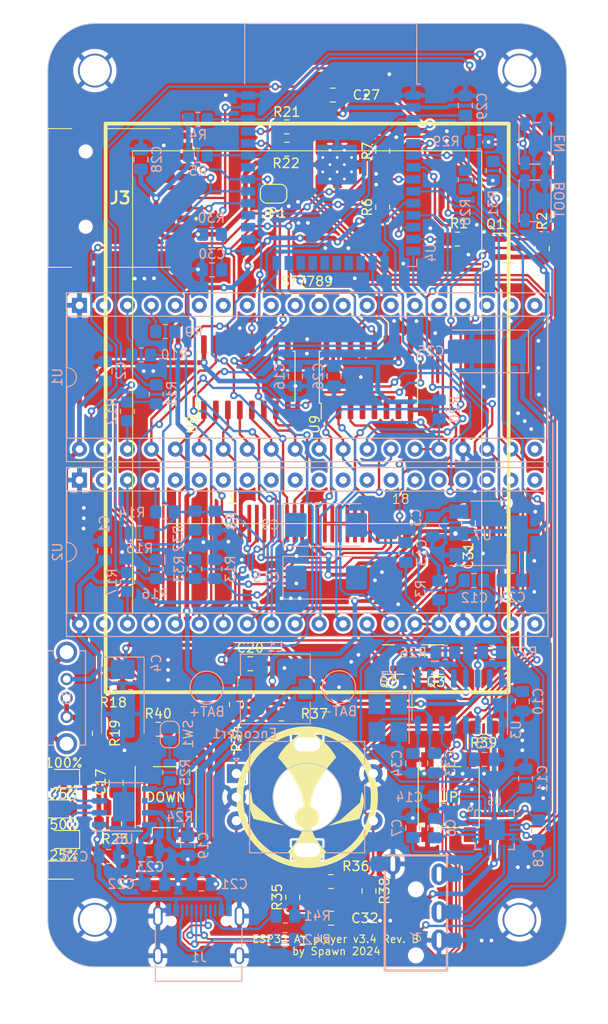
<source format=kicad_pcb>
(kicad_pcb (version 20240108) (generator "pcbnew") (generator_version "8.0")
  (layers (0 "F.Cu" signal) (31 "B.Cu" signal) (34 "B.Paste" user) (35 "F.Paste" user) (36 "B.SilkS" user "B.Silkscreen") (37 "F.SilkS" user "F.Silkscreen") (38 "B.Mask" user) (39 "F.Mask" user) (44 "Edge.Cuts" user))
  (net 0 "")
  (net 1 "GND")
  (net 2 "Bat+")
  (net 3 "+5V")
  (net 4 "+3.3V")
  (net 5 "Net-(U3-XI)")
  (net 6 "Net-(U3-V3)")
  (net 7 "MIX_L")
  (net 8 "Net-(U5-CPN)")
  (net 9 "Net-(U5-CPP)")
  (net 10 "MIX_R")
  (net 11 "Net-(U5-CPVSS)")
  (net 12 "Net-(U3-XO)")
  (net 13 "AYMIX_L")
  (net 14 "HP_L")
  (net 15 "HP_R")
  (net 16 "Net-(U5-RIGHTINM)")
  (net 17 "Net-(SW2-B)")
  (net 18 "Net-(SW3-B)")
  (net 19 "Net-(U5-RIGHTINP)")
  (net 20 "Net-(U5-LEFTINP)")
  (net 21 "Vin")
  (net 22 "TFT_CS")
  (net 23 "TFT_LED")
  (net 24 "TFT_PWM")
  (net 25 "SCL")
  (net 26 "SDA")
  (net 27 "Vsens")
  (net 28 "AYMIX_R")
  (net 29 "ENC_A")
  (net 30 "ESP_EN")
  (net 31 "SD_CS")
  (net 32 "595_DATA")
  (net 33 "BT_DN")
  (net 34 "BT_UP")
  (net 35 "AY_BC1")
  (net 36 "AY_RST")
  (net 37 "AY_CLK")
  (net 38 "AY_D7")
  (net 39 "AY_D6")
  (net 40 "AY_D5")
  (net 41 "AY_D4")
  (net 42 "AY_D3")
  (net 43 "AY_D2")
  (net 44 "AY_D1")
  (net 45 "AY_D0")
  (net 46 "Net-(U5-LEFTINM)")
  (net 47 "Net-(C17-Pad2)")
  (net 48 "Net-(U6-Vout)")
  (net 49 "Net-(D1-K)")
  (net 50 "Net-(D1-A)")
  (net 51 "Net-(D3-A)")
  (net 52 "UD-")
  (net 53 "UD+")
  (net 54 "Net-(J1-CC1)")
  (net 57 "Net-(U6-SW)")
  (net 58 "Net-(Q1-B)")
  (net 59 "RX0")
  (net 60 "TX0")
  (net 61 "Net-(U6-BAT)")
  (net 62 "Net-(U6-KEY)")
  (net 63 "Net-(R25-Pad2)")
  (net 72 "unconnected-(U1-IOB1-Pad12)")
  (net 88 "ENC_B")
  (net 89 "Net-(Encoder1-PadA)")
  (net 90 "Net-(Encoder1-PadB)")
  (net 91 "ENC_OK")
  (net 92 "SPI_MOSI")
  (net 93 "SPI_CLK")
  (net 94 "SPI_MISO")
  (net 95 "Net-(JP1-B)")
  (net 96 "Net-(Q2-B)")
  (net 97 "Net-(Q2-E)")
  (net 98 "Net-(Q3-B)")
  (net 99 "Net-(Q3-E)")
  (net 100 "AY2_A8")
  (net 101 "AY1_A")
  (net 102 "AY1_B")
  (net 103 "AY1_C")
  (net 104 "AY2_A")
  (net 105 "AY2_B")
  (net 106 "AY2_C")
  (net 107 "USB_SENS")
  (net 108 "AY1_A8")
  (net 109 "Net-(U4-TXD0{slash}IO1)")
  (net 110 "Net-(U4-RXD0{slash}IO3)")
  (net 111 "DAC_SOUND_L")
  (net 112 "TFT_DC")
  (net 117 "AY1_BDIR")
  (net 136 "AY2_BDIR")
  (net 138 "DAC_SOUND_R")
  (net 145 "595_LATCH")
  (net 146 "595_CLOCK")
  (net 150 "Net-(U8-QH')")
  (net 156 "Net-(J1-CC2)")
  (footprint "Capacitor_SMD:C_0805_2012Metric_Pad1.18x1.45mm_HandSolder" (layer "F.Cu") (at 50.0362 114.8334 180)
    (property "Reference" "C32")
    (property "Value" "100n")
  )
  (footprint "Jumper:SolderJumper-2_P1.3mm_Bridged_RoundedPad1.0x1.5mm" (layer "F.Cu") (at 43.942 38.0492)
    (property "Reference" "JP1")
    (property "Value" "jumper")
  )
  (footprint "mod:ST7789" (layer "F.Cu") (at 47.5 58)
    (property "Reference" "TFT1" (hide yes))
    (property "Value" "ST7789")
  )
  (footprint "Resistor_SMD:R_0805_2012Metric_Pad1.20x1.40mm_HandSolder" (layer "F.Cu") (at 25.48 95.23 -90)
    (property "Reference" "R19")
    (property "Value" "0")
  )
  (footprint "Resistor_SMD:R_0805_2012Metric_Pad1.20x1.40mm_HandSolder" (layer "F.Cu") (at 45.974 112.5982 90)
    (property "Reference" "R35")
    (property "Value" "10K")
  )
  (footprint "Package_TO_SOT_SMD:SOT-23" (layer "F.Cu") (at 56.11 87.41 180)
    (property "Reference" "Q2")
    (property "Value" "BC817" (hide yes))
  )
  (footprint "Resistor_SMD:R_0805_2012Metric_Pad1.20x1.40mm_HandSolder" (layer "F.Cu") (at 63.42 42.86 180)
    (property "Reference" "R1")
    (property "Value" "1K")
  )
  (footprint "Resistor_SMD:R_0805_2012Metric_Pad1.20x1.40mm_HandSolder" (layer "F.Cu") (at 50.0126 110.9472)
    (property "Reference" "R36")
    (property "Value" "10K")
  )
  (footprint "Package_TO_SOT_SMD:SOT-23" (layer "F.Cu") (at 68.84 43.8)
    (property "Reference" "Q1")
    (property "Value" "BC807" (hide yes))
  )
  (footprint "Resistor_SMD:R_0805_2012Metric_Pad1.20x1.40mm_HandSolder" (layer "F.Cu") (at 40 92.18 -90)
    (property "Reference" "R34")
    (property "Value" "10K")
  )
  (footprint "Resistor_SMD:R_0805_2012Metric_Pad1.20x1.40mm_HandSolder" (layer "F.Cu") (at 72.42 43.87 -90)
    (property "Reference" "R2")
    (property "Value" "10K")
  )
  (footprint "Resistor_SMD:R_0805_2012Metric_Pad1.20x1.40mm_HandSolder" (layer "F.Cu") (at 26.94 90.32 180)
    (property "Reference" "R18")
    (property "Value" "10K")
  )
  (footprint "" (layer "F.Cu") (at 70 25 90)
    (property "Reference" "")
    (property "Value" "")
  )
  (footprint "Package_SO:SO-16_5.3x10.2mm_P1.27mm" (layer "F.Cu") (at 41 57.5 90)
    (property "Reference" "U8")
    (property "Value" "74HC595" (hide yes))
  )
  (footprint "Resistor_SMD:R_0805_2012Metric_Pad1.20x1.40mm_HandSolder" (layer "F.Cu") (at 55.51 39.48 90)
    (property "Reference" "R6")
    (property "Value" "100K")
  )
  (footprint "" (layer "F.Cu") (at 25 115 90)
    (property "Reference" "")
    (property "Value" "")
  )
  (footprint "Resistor_SMD:R_0805_2012Metric_Pad1.20x1.40mm_HandSolder" (layer "F.Cu") (at 54.0512 111.9378 -90)
    (property "Reference" "R38")
    (property "Value" "10K")
  )
  (footprint "LED_SMD:LED_0805_2012Metric" (layer "F.Cu") (at 21.7 103.25)
    (property "Reference" "D3" (hide yes))
    (property "Value" "75%")
  )
  (footprint "" (layer "F.Cu") (at 70 115 90)
    (property "Reference" "")
    (property "Value" "")
  )
  (footprint "Resistor_SMD:R_0805_2012Metric_Pad1.20x1.40mm_HandSolder" (layer "F.Cu") (at 31.71 94.8)
    (property "Reference" "R40")
    (property "Value" "10K")
  )
  (footprint "Button_Switch_SMD:SW_Push_1P1T_NO_6x6mm_H9.5mm" (layer "F.Cu") (at 62.5 102 90)
    (property "Reference" "S4" (hide yes))
    (property "Value" "UP")
  )
  (footprint "Package_SO:SO-16_5.3x10.2mm_P1.27mm" (layer "F.Cu") (at 54 57.5 90)
    (property "Reference" "U9")
    (property "Value" "74HC595" (hide yes))
  )
  (footprint "Rotary_Encoder:RotaryEncoder_Alps_EC11E-Switch_Vertical_H20mm" (layer "F.Cu") (at 47.5 102)
    (property "Reference" "Encoder1")
    (property "Value" "RotaryEncoder_Switch" (hide yes))
    (fp_circle (center 0 0) (end 3.6 0) (stroke (width 0.12)) (fill none) (layer "Edge.Cuts"))
  )
  (footprint "Resistor_SMD:R_0805_2012Metric_Pad1.20x1.40mm_HandSolder" (layer "F.Cu") (at 44.76 93.19 180)
    (property "Reference" "R37")
    (property "Value" "10K")
  )
  (footprint "Package_TO_SOT_SMD:SOT-23" (layer "F.Cu") (at 61.29 87.41)
    (property "Reference" "Q3")
    (property "Value" "BC817" (hide yes))
  )
  (footprint "Resistor_SMD:R_0805_2012Metric_Pad1.20x1.40mm_HandSolder" (layer "F.Cu") (at 55.51 33.52 90)
    (property "Reference" "R7")
    (property "Value" "10K")
  )
  (footprint "LED_SMD:LED_0805_2012Metric" (layer "F.Cu") (at 21.7 106.49 180)
    (property "Reference" "D2" (hide yes))
    (property "Value" "50%")
  )
  (footprint "mod:TFP09212B" (layer "F.Cu") (at 20.03 38.5)
    (property "Reference" "J3")
    (property "Value" "SD Card" (hide yes))
  )
  (footprint "Capacitor_SMD:C_0805_2012Metric_Pad1.18x1.45mm_HandSolder" (layer "F.Cu") (at 41.47 87.86)
    (property "Reference" "C20")
    (property "Value" "100n")
  )
  (footprint "mod:spawnllogo" (layer "F.Cu") (at 47.5 102)
    (property "Reference" "G***" (hide yes))
    (property "Value" "LOGO" (hide yes))
  )
  (footprint "Resistor_SMD:R_0805_2012Metric_Pad1.20x1.40mm_HandSolder" (layer "F.Cu") (at 66.2 94.59 180)
    (property "Reference" "R39")
    (property "Value" "10K")
  )
  (footprint "LED_SMD:LED_0805_2012Metric" (layer "F.Cu") (at 21.7 100.02 180)
    (property "Reference" "D4" (hide yes))
    (property "Value" "100%")
  )
  (footprint "" (layer "F.Cu") (at 25 25 90)
    (property "Reference" "")
    (property "Value" "")
  )
  (footprint "Capacitor_SMD:C_0805_2012Metric_Pad1.18x1.45mm_HandSolder" (layer "F.Cu") (at 50.22 27.59 180)
    (property "Reference" "C27")
    (property "Value" "100n")
  )
  (footprint "Capacitor_SMD:C_0805_2012Metric_Pad1.18x1.45mm_HandSolder" (layer "F.Cu") (at 64.5922 72.9742 -90)
    (property "Reference" "C31")
    (property "Value" "100n")
  )
  (footprint "Capacitor_SMD:C_0805_2012Metric_Pad1.18x1.45mm_HandSolder" (layer "F.Cu") (at 27.26 100.46 -90)
    (property "Reference" "C17")
    (property "Value" "10uf")
  )
  (footprint "Resistor_SMD:R_0805_2012Metric_Pad1.20x1.40mm_HandSolder" (layer "F.Cu") (at 45.35 33.33 180)
    (property "Reference" "R22")
    (property "Value" "470")
  )
  (footprint "Resistor_SMD:R_0805_2012Metric_Pad1.20x1.40mm_HandSolder" (layer "F.Cu") (at 45.34 30.97 180)
    (property "Reference" "R21")
    (property "Value" "470")
  )
  (footprint "Resistor_SMD:R_0805_2012Metric" (layer "F.Cu") (at 26.34 104.73)
    (property "Reference" "R23")
    (property "Value" "0.1R" (hide yes))
  )
  (footprint "Button_Switch_SMD:SW_Push_1P1T_NO_6x6mm_H9.5mm" (layer "F.Cu") (at 32.5 102 -90)
    (property "Reference" "S2" (hide yes))
    (property "Value" "DOWN")
  )
  (footprint "LED_SMD:LED_0805_2012Metric" (layer "F.Cu") (at 21.7 109.73)
    (property "Reference" "D1" (hide yes))
    (property "Value" "25%")
  )
  (footprint "Package_DIP:DIP-40_W15.24mm_Socket" (layer "B.Cu") (at 47.5 76 -90)
    (property "Reference" "U2")
    (property "Value" "AY-3-8910" (hide yes))
  )
  (footprint "Capacitor_SMD:C_0805_2012Metric_Pad1.18x1.45mm_HandSolder" (layer "B.Cu") (at 50.35 57.39 -90)
    (property "Reference" "C26")
    (property "Value" "100n")
  )
  (footprint "Capacitor_SMD:C_0805_2012Metric_Pad1.18x1.45mm_HandSolder" (layer "B.Cu") (at 46.26 57.39 -90)
    (property "Reference" "C16")
    (property "Value" "100n")
  )
  (footprint "Resistor_SMD:R_0805_2012Metric_Pad1.20x1.40mm_HandSolder" (layer "B.Cu") (at 45.1866 114.6048)
    (property "Reference" "R41")
    (property "Value" "5K1")
  )
  (footprint "Resistor_SMD:R_0805_2012Metric" (layer "B.Cu") (at 34 102.44)
    (property "Reference" "R24")
    (property "Value" "R50" (hide yes))
  )
  (footprint "Capacitor_SMD:C_0805_2012Metric_Pad1.18x1.45mm_HandSolder" (layer "B.Cu") (at 26.47 108.29 180)
    (property "Reference" "C18")
    (property "Value" "10uf")
  )
  (footprint "Resistor_SMD:R_0805_2012Metric_Pad1.20x1.40mm_HandSolder" (layer "B.Cu") (at 32.46 52.6542 180)
    (property "Reference" "R9")
    (property "Value" "4.7K")
  )
  (footprint "Capacitor_SMD:C_0805_2012Metric_Pad1.18x1.45mm_HandSolder" (layer "B.Cu") (at 58.6994 105.2576 -90)
    (property "Reference" "C7")
    (property "Value" "100n")
  )
  (footprint "Capacitor_SMD:C_0805_2012Metric_Pad1.18x1.45mm_HandSolder" (layer "B.Cu") (at 60.7822 73.3298 -90)
    (property "Reference" "C3")
    (property "Value" "100n")
  )
  (footprint "Capacitor_SMD:C_0805_2012Metric_Pad1.18x1.45mm_HandSolder" (layer "B.Cu") (at 37.41 46.12 180)
    (property "Reference" "C30")
    (property "Value" "100n")
  )
  (footprint "Resistor_SMD:R_0805_2012Metric_Pad1.20x1.40mm_HandSolder" (layer "B.Cu") (at 28.45 79.1972 -90)
    (property "Reference" "R17")
    (property "Value" "4.7K")
  )
  (footprint "TestPoint:TestPoint_Pad_D3.0mm" (layer "B.Cu") (at 50.8762 90.3478 180)
    (property "Reference" "BAT-1" (hide yes))
    (property "Value" "BAT-")
  )
  (footprint "footprints:SW_SPST_PTS810_handsoldering" (layer "B.Cu") (at 71.6534 32.7152 90)
    (property "Reference" "SW2" (hide yes))
    (property "Value" "EN")
  )
  (footprint "Package_SO:SOIC-16_3.9x9.9mm_P1.27mm" (layer "B.Cu") (at 63.675 91.895 90)
    (property "Reference" "U3")
    (property "Value" "CH340G" (hide yes))
  )
  (footprint "footprints:AUDIO_JACK_3.5MM_SMD_TRRS_rounded_mixed" (layer "B.Cu") (at 59.0296 120.37006 90)
    (property "Reference" "J2")
    (property "Value" "MiniJack" (hide yes))
  )
  (footprint "Resistor_SMD:R_0805_2012Metric_Pad1.20x1.40mm_HandSolder" (layer "B.Cu") (at 35.92 33.98)
    (property "Reference" "R5")
    (property "Value" "4.7K")
  )
  (footprint "footprints:CP_EIA-7343-31_Kemet-D-uni" (layer "B.Cu") (at 27.96 91.57 -90)
    (property "Reference" "C4")
    (property "Value" "100uf")
  )
  (footprint "Resistor_SMD:R_0805_2012Metric_Pad1.20x1.40mm_HandSolder" (layer "B.Cu") (at 62.1444 86.6648 180)
    (property "Reference" "R26")
    (property "Value" "10K")
  )
  (footprint "Capacitor_Tantalum_SMD:CP_EIA-7343-31_Kemet-D_Pad2.25x2.55mm_HandSolder" (layer "B.Cu") (at 49.53 78.74)
    (property "Reference" "C15")
    (property "Value" "100u")
  )
  (footprint "Capacitor_SMD:C_0805_2012Metric_Pad1.18x1.45mm_HandSolder" (layer "B.Cu") (at 26.0858 56.8706 -90)
    (property "Reference" "C2")
    (property "Value" "100n")
  )
  (footprint "Resistor_SMD:R_0805_2012Metric_Pad1.20x1.40mm_HandSolder" (layer "B.Cu") (at 35.92 30.17)
    (property "Reference" "R4")
    (property "Value" "4.7K")
  )
  (footprint "Resistor_SMD:R_0805_2012Metric_Pad1.20x1.40mm_HandSolder" (layer "B.Cu") (at 32.4358 71.7804 180)
    (property "Reference" "R14")
    (property "Value" "4.7K")
  )
  (footprint "Resistor_SMD:R_0805_2012Metric_Pad1.20x1.40mm_HandSolder" (layer "B.Cu") (at 65.73 32.56)
    (property "Reference" "R29")
    (property "Value" "220")
  )
  (footprint "Resistor_SMD:R_0805_2012Metric_Pad1.20x1.40mm_HandSolder" (layer "B.Cu") (at 28.448 61.1124 -90)
    (property "Reference" "R12")
    (property "Value" "4.7K")
  )
  (footprint "Capacitor_SMD:C_0805_2012Metric_Pad1.18x1.45mm_HandSolder" (layer "B.Cu") (at 65.1764 79.0448 180)
    (property "Reference" "C12")
    (property "Value" "470n")
  )
  (footprint "Resistor_SMD:R_0805_2012Metric_Pad1.20x1.40mm_HandSolder" (layer "B.Cu") (at 37.41 42.35)
    (property "Reference" "R30")
    (property "Value" "10K")
  )
  (footprint "Resistor_SMD:R_0805_2012Metric_Pad1.20x1.40mm_HandSolder" (layer "B.Cu") (at 61.4934 60.9092 90)
    (property "Reference" "R20")
    (property "Value" "1K")
  )
  (footprint "Capacitor_SMD:C_0805_2012Metric_Pad1.18x1.45mm_HandSolder" (layer "B.Cu") (at 69.1896 79.0194 180)
    (property "Reference" "C24")
    (property "Value" "100n")
  )
  (footprint "Capacitor_SMD:C_0805_2012Metric_Pad1.18x1.45mm_HandSolder" (layer "B.Cu") (at 34.84 107.12 90)
    (property "Reference" "C19")
    (property "Value" "22uf")
  )
  (footprint "Capacitor_SMD:C_0805_2012Metric_Pad1.18x1.45mm_HandSolder" (layer "B.Cu") (at 64.26 28.71 90)
    (property "Reference" "C29")
    (property "Value" "100n")
  )
  (footprint "Resistor_SMD:R_0805_2012Metric_Pad1.20x1.40mm_HandSolder" (layer "B.Cu") (at 35.5854 77.8256 90)
    (property "Reference" "R33")
    (property "Value" "1K")
  )
  (footprint "Resistor_SMD:R_0805_2012Metric_Pad1.20x1.40mm_HandSolder" (layer "B.Cu") (at 67.2084 35.6108 90)
    (property "Reference" "R31")
    (property "Value" "220")
  )
  (footprint "Resistor_SMD:R_0805_2012Metric_Pad1.20x1.40mm_HandSolder" (layer "B.Cu") (at 37.7444 72.6948 -90)
    (property "Reference" "R8")
    (property "Value" "510")
  )
  (footprint "Capacitor_SMD:C_0805_2012Metric_Pad1.18x1.45mm_HandSolder" (layer "B.Cu") (at 61.0362 105.27 90)
    (property "Reference" "C6")
    (property "Value" "100n")
  )
  (footprint "Capacitor_SMD:C_0805_2012Metric_Pad1.18x1.45mm_HandSolder" (layer "B.Cu") (at 70.65 100.04 -90)
    (property "Reference" "C11")
    (property "Value" "470n")
  )
  (footprint "mod:QFN50P400X400X80-21N" (layer "B.Cu") (at 67.3694 105.4612 -90)
    (property "Reference" "U5")
    (property "Value" "TPA6130A2RTJTG4" (hide yes))
  )
  (footprint "Capacitor_SMD:C_0805_2012Metric_Pad1.18x1.45mm_HandSolder" (layer "B.Cu") (at 26.035 75.8952 -90)
    (property "Reference" "C1")
    (property "Value" "100n")
  )
  (footprint "Jumper:SolderJumper-2_P1.3mm_Open_RoundedPad1.0x1.5mm" (layer "B.Cu") (at 32.94 95.36 -90)
    (property "Reference" "SW1")
    (property "Value" "SW_Push" (hide yes))
  )
  (footprint "Resistor_SMD:R_0805_2012Metric_Pad1.20x1.40mm_HandSolder" (layer "B.Cu") (at 35.6108 72.6694 -90)
    (property "Reference" "R32")
    (property "Value" "1K")
  )
  (footprint "RF_Module:ESP32-WROOM-32" (layer "B.Cu") (at 50 35.88 180)
    (property "Reference" "U4")
    (property "Value" "ESP32-WROOM-32")
  )
  (footprint "Inductor_SMD:L_7.3x7.3_H3.5" (layer "B.Cu") (at 44.13 90.53 180)
    (property "Reference" "L1")
    (property "Value" "1UH" (hide yes))
  )
  (footprint "Capacitor_SMD:C_0805_2012Metric_Pad1.18x1.45mm_HandSolder" (layer "B.Cu") (at 36.3 111.2 180)
    (property "Reference" "C21")
    (property "Value" "22uf")
  )
  (footprint "Resistor_SMD:R_0805_2012Metric_Pad1.20x1.40mm_HandSolder" (layer "B.Cu") (at 37.719 77.8256 90)
    (property "Reference" "R13")
    (property "Value" "510")
  )
  (footprint "Resistor_SMD:R_0805_2012Metric" (layer "B.Cu") (at 32.94 99.38 90)
    (property "Reference" "R25")
    (property "Value" "10K" (hide yes))
  )
  (footprint "Capacitor_SMD:C_0805_2012Metric_Pad1.18x1.45mm_HandSolder" (layer "B.Cu") (at 57.9628 76.073 90)
    (property "Reference" "C13")
    (property "Value" "470n")
  )
  (footprint "Resistor_SMD:R_0805_2012Metric_Pad1.20x1.40mm_HandSolder" (layer "B.Cu") (at 64.25 36.56 90)
    (property "Reference" "R28")
    (property "Value" "10K")
  )
  (footprint "TestPoint:TestPoint_Pad_D3.0mm" (layer "B.Cu") (at 36.85 90.4 180)
    (property "Reference" "BAT+1" (hide yes))
    (property "Value" "BAT+")
  )
  (footprint "Resistor_SMD:R_0805_2012Metric_Pad1.20x1.40mm_HandSolder" (layer "B.Cu") (at 61.46 80.09 90)
    (property "Reference" "R3")
    (property "Value" "1K")
  )
  (footprint "Resistor_SMD:R_0805_2012Metric_Pad1.20x1.40mm_HandSolder" (layer "B.Cu") (at 29.91 55.13)
    (property "Reference" "R10")
    (property "Value" "10K")
  )
  (footprint "Capacitor_SMD:C_0805_2012Metric_Pad1.18x1.45mm_HandSolder" (layer "B.Cu") (at 58.6994 98.3996 90)
    (property "Reference" "C34")
    (property "Value" "22")
  )
  (footprint "Crystal:Crystal_SMD_3225-4Pin_3.2x2.5mm_HandSoldering" (layer "B.Cu") (at 56.0578 93.6244 -90)
    (property "Reference" "Y3")
    (property "Value" "12MHz")
  )
  (footprint "Resistor_SMD:R_0805_2012Metric_Pad1.20x1.40mm_HandSolder" (layer "B.Cu") (at 67.09 86.66)
    (property "Reference" "R27")
    (property "Value" "10K")
  )
  (footprint "Capacitor_SMD:C_0805_2012Metric_Pad1.18x1.45mm_HandSolder" (layer "B.Cu") (at 61.0108 98.3996 90)
    (property "Reference" "C33")
    (property "Value" "22")
  )
  (footprint "Connector_USB:USB_C_Receptacle_G-Switch_GT-USB-7010ASV" (layer "B.Cu") (at 36 117.729 180)
    (property "Reference" "J1")
    (property "Value" "USB_C_Receptacle_USB2.0_14P")
  )
  (footprint "Resistor_SMD:R_0805_2012Metric_Pad1.20x1.40mm_HandSolder" (layer "B.Cu") (at 31.5 77.83 90)
    (property "Reference" "R16")
    (property "Value" "10K")
  )
  (footprint "Package_SO:HSOP-8-1EP_3.9x4.9mm_P1.27mm_EP2.41x3.1mm" (layer "B.Cu") (at 28.14 103.025)
    (property "Reference" "U6")
    (property "Value" "SM5308" (hide yes))
  )
  (footprint "Capacitor_SMD:C_0805_2012Metric_Pad1.18x1.45mm_HandSolder" (layer "B.Cu") (at 61.8998 101.9302 180)
    (property "Reference" "C14")
    (property "Value" "470n")
  )
  (footprint "Resistor_SMD:R_0805_2012Metric_Pad1.20x1.40mm_HandSolder" (layer "B.Cu") (at 45.1612 117.094)
    (property "Reference" "R42")
    (property "Value" "5K1")
  )
  (footprint "Capacitor_SMD:C_0805_2012Metric_Pad1.18x1.45mm_HandSolder" (layer "B.Cu") (at 29.88 34.41 90)
    (property "Reference" "C28")
    (property "Value" "100n")
  )
  (footprint "Resistor_SMD:R_0805_2012Metric_Pad1.20x1.40mm_HandSolder" (layer "B.Cu") (at 29.7434 73.9902)
    (property "Reference" "R15")
    (property "Value" "10K")
  )
  (footprint "Capacitor_Tantalum_SMD:CP_EIA-7343-31_Kemet-D_Pad2.25x2.55mm_HandSolder" (layer "B.Cu") (at 49.5302 73.152)
    (property "Reference" "C9")
    (property "Value" "100u")
  )
  (footprint "Resistor_SMD:R_0805_2012Metric_Pad1.20x1.40mm_HandSolder" (layer "B.Cu") (at 31.5 59.31 90)
    (property "Reference" "R11")
    (property "Value" "10K")
  )
  (footprint "Capacitor_SMD:C_0805_2012Metric_Pad1.18x1.45mm_HandSolder" (layer "B.Cu") (at 72.0344 105.4608 90)
    (property "Reference" "C8")
    (property "Value" "100n")
  )
  (footprint "Capacitor_SMD:C_0805_2012Metric_Pad1.18x1.45mm_HandSolder" (layer "B.Cu") (at 66.29 98 180)
    (property "Reference" "C5")
    (property "Value" "100n")
  )
  (footprint "mod:SW_EG1213" (layer "B.Cu") (at 22.01 91.49 90)
    (property "Reference" "S6")
    (property "Value" "EG1213")
  )
  (footprint "Package_DIP:DIP-40_W15.24mm_Socket" (layer "B.Cu") (at 47.5 57.5 -90)
    (property "Reference" "U1")
    (property "Value" "AY-3-8910" (hide yes))
  )
  (footprint "Capacitor_SMD:C_0805_2012Metric_Pad1.18x1.45mm_HandSolder" (layer "B.Cu") (at 31.37 111.21)
    (property "Reference" "C22")
    (property "Value" "22uf")
  )
  (footprint "footprints:CP_EIA-7343-31_Kemet-D-uni" (layer "B.Cu") (at 66.548 54.7624 180)
    (property "Reference" "C25")
    (property "Value" "47uf")
  )
  (footprint "Capacitor_SMD:C_0805_2012Metric" (layer "B.Cu") (at 30.82 107.61)
    (property "Reference" "C23")
    (property "Value" "22uf" (hide yes))
  )
  (footprint "footprints:SW_SPST_PTS810_handsoldering" (layer "B.Cu") (at 71.6534 38.8112 90)
    (property "Reference" "SW3" (hide yes))
    (property "Value" "BOOT")
  )
  (footprint "Capacitor_SMD:C_0805_2012Metric_Pad1.18x1.45mm_HandSolder" (layer "B.Cu") (at 70.3072 91.8464 90)
    (property "Reference" "C10")
    (property "Value" "100n")
  )
  (footprint "Package_TO_SOT_SMD:SOT-223-3_TabPin2" (layer "B.Cu") (at 66.7258 74.041)
    (property "Reference" "U7")
    (property "Value" "AMS1117-3.3" (hide yes))
  )
  (gr_circle (center 64.7954 103.2256) (end 64.9986 103.124) (stroke (width 0.15)) (fill none) (layer "B.SilkS"))
  (gr_arc (start 20 25) (mid 21.464466 21.464466) (end 25 20) (stroke (width 0.1)) (layer "Edge.Cuts"))
  (gr_arc (start 75 115) (mid 73.535534 118.535533) (end 70 120) (stroke (width 0.1)) (layer "Edge.Cuts"))
  (gr_arc (start 25 120) (mid 21.464466 118.535534) (end 20 115) (stroke (width 0.1)) (layer "Edge.Cuts"))
  (gr_arc (start 70 20) (mid 73.535533 21.464466) (end 75 25) (stroke (width 0.1)) (layer "Edge.Cuts"))
  (gr_line (start 75 25) (end 75 115) (stroke (width 0.1)) (layer "Edge.Cuts"))
  (gr_line (start 20 115) (end 20 25) (stroke (width 0.1)) (layer "Edge.Cuts"))
  (gr_line (start 70 120) (end 25 120) (stroke (width 0.1)) (layer "Edge.Cuts"))
  (gr_line (start 25 20) (end 70 20) (stroke (width 0.1)) (layer "Edge.Cuts"))
  (gr_text "ESP32 AY player v3.4 Rev. B\n   	  by Spawn 2024" (at 41.61 118.8 0) (layer "F.SilkS") (effects (font (size 0.8 0.8) (thickness 0.12)) (justify left bottom)))
  (segment (start 21.41 96.34) (end 22.01 96.34) (width 0.5) (layer "F.Cu") (net 1))
  (segment (start 49.38 70.78) (end 48.86 70.26) (width 0.4) (layer "F.Cu") (net 1))
  (segment (start 20.43 95.36) (end 21.41 96.34) (width 0.5) (layer "F.Cu") (net 1))
  (segment (start 50.97 73.01) (end 51.77 73.01) (width 0.4) (layer "F.Cu") (net 1))
  (segment (start 48.86 70.26) (end 47.56 70.26) (width 0.4) (layer "F.Cu") (net 1))
  (segment (start 44.8564 77.4954) (end 45.9118 76.44) (width 0.5) (layer "F.Cu") (net 1))
  (segment (start 46.97 73.01) (end 46.97 75.84) (width 0.4) (layer "F.Cu") (net 1))
  (segment (start 42.945 87.86) (end 44.64 87.86) (width 0.4) (layer "F.Cu") (net 1))
  (segment (start 34.53 31.9) (end 32.36 31.9) (width 0.5) (layer "F.Cu") (net 1))
  (segment (start 41.69 76.83) (end 42.3554 77.4954) (width 0.5) (layer "F.Cu") (net 1))
  (segment (start 40.365 54.0375) (end 40.365 55.115) (width 0.5) (layer "F.Cu") (net 1))
  (segment (start 40.575 76.83) (end 41.69 76.83) (width 0.5) (layer "F.Cu") (net 1))
  (segment (start 50.17 73.01) (end 50.97 73.01) (width 0.4) (layer "F.Cu") (net 1))
  (segment (start 58.6994 104.2201) (end 58.6994 104.4244) (width 0.4) (layer "F.Cu") (net 1))
  (segment (start 40.375 74.005) (end 41.37 73.01) (width 0.4) (layer "F.Cu") (net 1))
  (segment (start 58.5509 71.7081) (end 58.547 71.7042) (width 0.3) (layer "F.Cu") (net 1))
  (segment (start 49.38 73.01) (end 49.38 70.78) (width 0.4) (layer "F.Cu") (net 1))
  (segment (start 20.43 88.22) (end 20.43 95.36) (width 0.5) (layer "F.Cu") (net 1))
  (segment (start 40.365 55.115) (end 42.72 57.47) (width 0.5) (layer "F.Cu") (net 1))
  (segment (start 42.3554 77.4954) (end 44.8564 77.4954) (width 0.5) (layer "F.Cu") (net 1))
  (segment (start 49.37 73.01) (end 50.17 73.01) (width 0.4) (layer "F.Cu") (net 1))
  (segment (start 44.64 87.86) (end 45.1 88.32) (width 0.4) (layer "F.Cu") (net 1))
  (segment (start 53.365 54.0375) (end 53.365 56.255) (width 0.5) (layer "F.Cu") (net 1))
  (segment (start 46.97 70.85) (end 46.97 73.01) (width 0.4) (layer "F.Cu") (net 1))
  (segment (start 24.43 25.57) (end 25 25) (width 0.5) (layer "F.Cu") (net 1))
  (segment (start 47.56 70.26) (end 46.97 70.85) (width 0.4) (layer "F.Cu") (net 1))
  (segment (start 22.01 86.64) (end 20.43 88.22) (width 0.5) (layer "F.Cu") (net 1))
  (segment (start 46.97 75.84) (end 46.37 76.44) (width 0.4) (layer "F.Cu") (net 1))
  (segment (start 34.53 35.2) (end 32.3 35.2) (width 0.5) (layer "F.Cu") (net 1))
  (segment (start 50.17 73.01) (end 49.38 73.01) (width 0.4) (layer "F.Cu") (net 1))
  (segment (start 45.9118 76.44) (end 46.37 76.44) (width 0.5) (layer "F.Cu") (net 1))
  (segment (start 34.85 106.075) (end 34.75 105.975) (width 0.5) (layer "F.Cu") (net 1))
  (segment (start 40.375 76.63) (end 40.375 74.005) (width 0.4) (layer "F.Cu") (net 1))
  (segment (start 46.26 58.4275) (end 46.1625 58.525) (width 0.5) (layer "F.Cu") (net 1))
  (segment (start 38.87 27.6) (end 38.88 27.59) (width 0.5) (layer "F.Cu") (net 1))
  (segment (start 40.575 76.83) (end 40.375 76.63) (width 0.4) (layer "F.Cu") (net 1))
  (via (at 66.23 58.5) (size 0.8) (drill 0.4) (layers "F.Cu" "B.Cu") (net 1))
  (via (at 27.8918 76.03) (size 0.8) (drill 0.4) (layers "F.Cu" "B.Cu") (net 1))
  (via (at 71.6788 71.755) (size 0.8) (drill 0.4) (layers "F.Cu" "B.Cu") (net 1))
  (via (at 23.7998 73.533) (size 0.8) (drill 0.4) (layers "F.Cu" "B.Cu") (net 1))
  (via (at 64.9478 102.743) (size 0.8) (drill 0.4) (layers "F.Cu" "B.Cu") (net 1))
  (via (at 39.16 74.92) (size 0.8) (drill 0.4) (layers "F.Cu" "B.Cu") (net 1))
  (via (at 45.1 88.32) (size 0.8) (drill 0.4) (layers "F.Cu" "B.Cu") (net 1))
  (via (at 54.6862 79.0194) (size 0.8) (drill 0.4) (layers "F.Cu" "B.Cu") (net 1))
  (via (at 72.0598 59.3344) (size 0.8) (drill 0.4) (layers "F.Cu" "B.Cu") (net 1))
  (via (at 69.088 51.5366) (size 0.8) (drill 0.4) (layers "F.Cu" "B.Cu") (net 1))
  (via (at 70.3072 94.9452) (size 0.8) (drill 0.4) (layers "F.Cu" "B.Cu") (net 1))
  (via (at 49.4284 43.815) (size 0.8) (drill 0.4) (layers "F.Cu" "B.Cu") (net 1))
  (via (at 46.5836 41.148) (size 0.8) (drill 0.4) (layers "F.Cu" "B.Cu") (net 1))
  (via (at 46.37 76.44) (size 0.8) (drill 0.4) (layers "F.Cu" "B.Cu") (net 1))
  (via (at 23.8252 72.4408) (size 0.8) (drill 0.4) (layers "F.Cu" "B.Cu") (net 1))
  (via (at 58.6994 104.2201) (size 0.8) (drill 0.4) (layers "F.Cu" "B.Cu") (net 1))
  (via (at 55.2196 115.0874) (size 0.8) (drill 0.4) (layers "F.Cu" "B.Cu") (net 1))
  (via (at 63.9826 99.5172) (size 0.8) (drill 0.4) (layers "F.Cu" "B.Cu") (net 1))
  (via (at 62.992 99.5172) (size 0.8) (drill 0.4) (layers "F.Cu" "B.Cu") (net 1))
  (via (at 72.517 101.0666) (size 0.8) (drill 0.4) (layers "F.Cu" "B.Cu") (net 1))
  (via (at 31.52 109.33) (size 0.8) (drill 0.4) (layers "F.Cu" "B.Cu") (net 1))
  (via (at 57.15 81.5594) (size 0.8) (drill 0.4) (layers "F.Cu" "B.Cu") (net 1))
  (via (at 70.9422 109.3978) (size 0.8) (drill 0.4) (layers "F.Cu" "B.Cu") (net 1))
  (via (at 51.8668 43.815) (size 0.8) (drill 0.4) (layers "F.Cu" "B.Cu") (net 1))
  (via (at 38.87 27.6) (size 0.8) (drill 0.4) (layers "F.Cu" "B.Cu") (net 1))
  (via (at 47.498 53.467) (size 0.8) (drill 0.4) (layers "F.Cu" "B.Cu") (net 1))
  (via (at 57.6834 45.466) (size 0.8) (drill 0.4) (layers "F.Cu" "B.Cu") (net 1))
  (via (at 58.547 72.7964) (size 0.8) (drill 0.4) (layers "F.Cu" "B.Cu") (net 1))
  (via (at 59.8932 99.495) (size 0.8) (drill 0.4) (layers "F.Cu" "B.Cu") (net 1))
  (via (at 65.4812 41.3512) (size 0.8) (drill 0.4) (layers "F.Cu" "B.Cu") (net 1))
  (via (at 46.5328 38.9128) (size 0.8) (drill 0.4) (layers "F.Cu" "B.Cu") (net 1))
  (via (at 65.9892 117.1956) (size 0.8) (drill 0.4) (layers "F.Cu" "B.Cu") (net 1))
  (via (at 46.7106 80.9244) (size 0.8) (drill 0.4) (layers "F.Cu" "B.Cu") (net 1))
  (via (at 34.85 108.59) (size 0.8) (drill 0.4) (layers "F.Cu" "B.Cu") (net 1))
  (via (at 50.8762 90.3478) (size 0.8) (drill 0.4) (layers "F.Cu" "B.Cu") (net 1))
  (via (at 71.5772 76.962) (size 0.8) (drill 0.4) (layers "F.Cu" "B.Cu") (net 1))
  (via (at 47.4726 54.991) (size 0.8) (drill 0.4) (layers "F.Cu" "B.Cu") (net 1))
  (via (at 62.3062 32.4358) (size 0.8) (drill 0.4) (layers "F.Cu" "B.Cu") (net 1))
  (via (at 60.5536 41.7068) (size 0.8) (drill 0.4) (layers "F.Cu" "B.Cu") (net 1))
  (via (at 30.2514 47.0408) (size 0.8) (drill 0.4) (layers "F.Cu" "B.Cu") (net 1))
  (via (at 61.07 52.83) (size 0.8) (drill 0.4) (layers "F.Cu" "B.Cu") (net 1))
  (via (at 66.2432 42.0878) (size 0.8) (drill 0.4) (layers "F.Cu" "B.Cu") (net 1))
  (via (at 54.1274 115.1128) (size 0.8) (drill 0.4) (layers "F.Cu" "B.Cu") (net 1))
  (via (at 64.9478 101.1682) (size 0.8) (drill 0.4) (layers "F.Cu" "B.Cu") (net 1))
  (via (at 66.1416 76.1746) (size 0.8) (drill 0.4) (layers "F.Cu" "B.Cu") (net 1))
  (via (at 46.26 58.4275) (size 0.8) (drill 0.4) (layers "F.Cu" "B.Cu") (net 1))
  (via (at 30.1752 56.8452) (size 0.8) (drill 0.4) (layers "F.Cu" "B.Cu") (net 1))
  (via (at 32.766 87.4522) (size 0.8) (drill 0.4) (layers "F.Cu" "B.Cu") (net 1))
  (via (at 69.85 61.3156) (size 0.8) (drill 0.4) (layers "F.Cu" "B.Cu") (net 1))
  (via (at 71.5772 80.2386) (size 0.8) (drill 0.4) (layers "F.Cu" "B.Cu") (net 1))
  (via (at 54.815 37.084) (size 0.8) (drill 0.4) (layers "F.Cu" "B.Cu") (net 1))
  (via (at 70.5612 62.1538) (size 0.8) (drill 0.4) (layers "F.Cu" "B.Cu") (net 1))
  (via (at 68.834 38.608) (size 0.8) (drill 0.4) (layers "F.Cu" "B.Cu") (net 1))
  (via (at 65.28 69.59) (size 0.8) (drill 0.4) (layers "F.Cu" "B.Cu") (net 1))
  (via (at 56.7182 51.5366) (size 0.8) (drill 0.4) (layers "F.Cu" "B.Cu") (net 1))
  (via (at 67.0306 117.1956) (size 0.8) (drill 0.4) (layers "F.Cu" "B.Cu") (net 1))
  (via (at 64.5922 44.5008) (size 0.8) (drill 0.4) (layers "F.Cu" "B.Cu") (net 1))
  (via (at 56.95 32.06) (size 0.8) (drill 0.4) (layers "F.Cu" "B.Cu") (net 1))
  (via (at 44.7802 80.9244) (size 0.8) (drill 0.4) (layers "F.Cu" "B.Cu") (net 1))
  (via (at 52.1716 87.6554) (size 0.8) (drill 0.4) (layers "F.Cu" "B.Cu") (net 1))
  (via (at 49.9872 47.0408) (size 0.8) (drill 0.4) (layers "F.Cu" "B.Cu") (net 1))
  (via (at 52.9336 86.9188) (size 0.8) (drill 0.4) (layers "F.Cu" "B.Cu") (net 1))
  (via (at 40.3606 52.2986) (size 0.8) (drill 0.4) (layers "F.Cu" "B.Cu") (net 1))
  (via (at 59.09 51.55) (size 0.8) (drill 0.4) (layers "F.Cu" "B.Cu") (net 1))
  (via (at 52.5526 47.0154) (size 0.8) (drill 0.4) (layers "F.Cu" "B.Cu") (net 1))
  (via (at 40.575 76.83) (size 0.8) (drill 0.4) (layers "F.Cu" "B.Cu") (net 1))
  (via (at 45.7708 80.9244) (size 0.8) (drill 0.4) (layers "F.Cu" "B.Cu") (net 1))
  (via (at 66.2432 99.5172) (size 0.8) (drill 0.4) (layers "F.Cu" "B.Cu") (net 1))
  (via (at 54.815 35.941) (size 0.8) (drill 0.4) (layers "F.Cu" "B.Cu") (net 1))
  (via (at 62.3062 31.4198) (size 0.8) (drill 0.4) (layers "F.Cu" "B.Cu") (net 1))
  (via (at 27.945 108.29) (size 0.8) (drill 0.4) (layers "F.Cu" "B.Cu") (net 1))
  (via (at 32.766 89.5858) (size 0.8) (drill 0.4) (layers "F.Cu" "B.Cu") (net 1))
  (via (at 53.19 57.48) (size 0.8) (drill 0.4) (layers "F.Cu" "B.Cu") (net 1))
  (via (at 72.517 102.108) (size 0.8) (drill 0.4) (layers "F.Cu" "B.Cu") (net 1))
  (via (at 56.3118 115.0874) (size 0.8) (drill 0.4) (layers "F.Cu" "B.Cu") (net 1))
  (via (at 72.009 56.515) (size 0.8) (drill 0.4) (layers "F.Cu" "B.Cu") (net 1))
  (via (at 71.247 62.992) (size 0.8) (drill 0.4) (layers "F.Cu" "B.Cu") (net 1))
  (via (at 31.2674 47.0154) (size 0.8) (drill 0.4) (layers "F.Cu" "B.Cu") (net 1))
  (via (at 58.547 71.7042) (size 0.8) (drill 0.4) (layers "F.Cu" "B.Cu") (net 1))
  (via (at 47.5742 41.148) (size 0.8) (drill 0.4) (layers "F.Cu" "B.Cu") (net 1))
  (via (at 53.74 27.63) (size 0.8) (drill 0.4) (layers "F.Cu" "B.Cu") (net 1))
  (via (at 29.2354 47.0408) (size 0.8) (drill 0.4) (layers "F.Cu" "B.Cu") (net 1))
  (via (at 45.5422 39.37) (size 0.8) (drill 0.4) (layers "F.Cu" "B.Cu") (net 1))
  (via (at 68.8594 37.5412) (size 0.8) (drill 0.4) (layers "F.Cu" "B.Cu") (net 1))
  (via (at 72.009 53.6448) (size 0.8) (drill 0.4) (layers "F.Cu" "B.Cu") (net 1))
  (via (at 33.84 111.2) (size 0.8) (drill 0.4) (layers "F.Cu" "B.Cu") (net 1))
  (via (at 69.8246 109.4232) (size 0.8) (drill 0.4) (layers "F.Cu" "B.Cu") (net 1))
  (via (at 70.3072 97.028) (size 0.8) (drill 0.4) (layers "F.Cu" "B.Cu") (net 1))
  (via (at 70.3072 95.9866) (size 0.8) (drill 0.4) (layers "F.Cu" "B.Cu") (net 1))
  (via (at 31.1912 56.8452) (size 0.8) (drill 0.4) (layers "F.Cu" "B.Cu") (net 1))
  (via (at 36.5 74.98) (size 0.8) (drill 0.4) (layers "F.Cu" "B.Cu") (net 1))
  (via (at 55.4228 78.1558) (size 0.8) (drill 0.4) (layers "F.Cu" "B.Cu") (net 1))
  (via (at 32.3 32.93) (size 0.8) (drill 0.4) (layers "F.Cu" "B.Cu") (net 1))
  (via (at 23.8252 71.3486) (size 0.8) (drill 0.4) (layers "F.Cu" "B.Cu") (net 1))
  (via (at 57.85 90.3478) (size 0.8) (drill 0.4) (layers "F.Cu" "B.Cu") (net 1))
  (via (at 32.766 88.519) (size 0.8) (drill 0.4) (layers "F.Cu" "B.Cu") (net 1))
  (via (at 56.21 25.39) (size 0.8) (drill 0.4) (layers "F.Cu" "B.Cu") (net 1))
  (via (at 35.93 46.07) (size 0.8) (drill 0.4) (layers "F.Cu" "B.Cu") (net 1))
  (via (at 28.14 97.04) (size 0.8) (drill 0.4) (layers "F.Cu" "B.Cu") (net 1))
  (segment (start 39.2 112.8698) (end 39.497 112.5728) (width 0.6) (layer "B.Cu") (net 1))
  (segment (start 69.6061 92.8839) (end 70.3072 92.8839) (width 0.5) (layer "B.Cu") (net 1))
  (segment (start 38.87 27.6) (end 41.22 27.6) (width 0.5) (layer "B.Cu") (net 1))
  (segment (start 38.76 75.59) (end 39.72 76.55) (width 0.4) (layer "B.Cu") (net 1))
  (segment (start 40.575 76.83) (end 40.39 76.83) (width 0.5) (layer "B.Cu") (net 1))
  (segment (start 35.935 46.075) (end 35.93 46.07) (width 0.5) (layer "B.Cu") (net 1))
  (segment (start 69.3506 105.9692) (end 67.8774 105.9692) (width 0.3) (layer "B.Cu") (net 1))
  (segment (start 57.1246 97.8662) (end 57.2078 97.783) (width 0.3) (layer "B.Cu") (net 1))
  (segment (start 39.2 114.004) (end 39.2 112.8698) (width 0.6) (layer "B.Cu") (net 1))
  (segment (start 28.14 93.35) (end 27.96 93.17) (width 0.5) (layer "B.Cu") (net 1))
  (segment (start 59.817 70.4342) (end 58.547 71.7042) (width 0.4) (layer "B.Cu") (net 1))
  (segment (start 27.945 103.22) (end 28.14 103.025) (width 0.5) (layer "B.Cu") (net 1))
  (segment (start 69.3506 106.4518) (end 69.8318 106.4518) (width 0.3) (layer "B.Cu") (net 1))
  (segment (start 59.7408 101.9302) (end 60.8623 101.9302) (width 0.5) (layer "B.Cu") (net 1))
  (segment (start 67.3694 100.872) (end 67.3608 100.8634) (width 0.3) (layer "B.Cu") (net 1))
  (segment (start 60.6806 74.3673) (end 60.7822 74.3673) (width 0.5) (layer "B.Cu") (net 1))
  (segment (start 41.22 27.6) (end 41.25 27.63) (width 0.5) (layer "B.Cu") (net 1))
  (segment (start 67.3694 103.48) (end 67.3694 100.872) (width 0.3) (layer "B.Cu") (net 1))
  (segment (start 65.1464 82.5036) (end 65.1464 77.9116) (width 0.5) (layer "B.Cu") (net 1))
  (segment (start 69.8318 106.4518) (end 70.157 106.777) (width 0.3) (layer "B.Cu") (net 1))
  (segment (start 32.855 111.2) (end 32.845 111.21) (width 0.5) (layer "B.Cu") (net 1))
  (segment (start 58.6994 99.4371) (end 58.6955 99.4371) (width 0.3) (layer "B.Cu") (net 1))
  (segment (start 71.7557 106.777) (end 72.0344 106.4983) (width 0.3) (layer "B.Cu") (net 1))
  (segment (start 65.28 66.39) (end 64.01 65.12) (width 0.5) (layer "B.Cu") (net 1))
  (segment (start 28.14 94.8625) (end 28.14 93.35) (width 0.5) (layer "B.Cu") (net 1))
  (segment (start 34.84 108.595) (end 34.845 108.595) (width 0.5) (layer "B.Cu") (net 1))
  (segment (start 58.6994 104.2201) (end 58.6994 102.9716) (width 0.5) (layer "B.Cu") (net 1))
  (segment (start 68.12 94.37) (end 69.6061 92.8839) (width 0.5) (layer "B.Cu") (net 1))
  (segment (start 34.22 75.98) (end 34.61 75.59) (width 0.4) (layer "B.Cu") (net 1))
  (segment (start 32.3744 77.8256) (end 30.2656 77.8256) (width 0.4) (layer "B.Cu") (net 1))
  (segment (start 49.85 107.6) (end 47.5 107.6) (width 0.5) (layer "B.Cu") (net 1))
  (segment (start 58.6994 102.9716) (end 59.7408 101.9302) (width 0.5) (layer "B.Cu") (net 1))
  (segment (start 62.1538 87.6046) (end 62.1538 85.4962) (width 0.4) (layer "B.Cu") (net 1))
  (segment (start 65.3882 104.9532) (end 66.8614 104.9532) (width 0.3) (layer "B.Cu") (net 1))
  (segment (start 34.845 108.595) (end 34.85 108.59) (width 0.5) (layer "B.Cu") (net 1))
  (segment (start 50.8762 90.3478) (end 50.7746 90.3478) (width 0.4) (layer "B.Cu") (net 1))
  (segment (start 69.505 25.495) (end 70 25) (width 0.5) (layer "B.Cu") (net 1))
  (segment (start 63.4094 76.1746) (end 63.3548 76.12) (width 0.5) (layer "B.Cu") (net 1))
  (segment (start 32.9125 94.6825) (end 32.94 94.71) (width 0.5) (layer "B.Cu") (net 1))
  (segment (start 67.8774 105.9692) (end 67.3694 105.4612) (width 0.3) (layer "B.Cu") (net 1))
  (segment (start 45.56 96.4) (end 47.5 96.4) (width 0.5) (layer "B.Cu") (net 1))
  (segment (start 39.72 76.55) (end 39.72 76.84) (width 0.4) (layer "B.Cu") (net 1))
  (segment (start 69.3506 106.4518) (end 69.3506 105.9692) (width 0.3) (layer "B.Cu") (net 1))
  (segment (start 66.8614 104.9532) (end 67.3694 105.4612) (width 0.3) (layer "B.Cu") (net 1))
  (segment (start 70.157 106.777) (end 71.7557 106.777) (width 0.3) (layer "B.Cu") (net 1))
  (segment (start 65.28 69.59) (end 64.4358 70.4342) (width 0.4) (layer "B.Cu") (net 1))
  (segment (start 67.3694 107.4424) (end 67.3694 105.4612) (width 0.3) (layer "B.Cu") (net 1))
  (segment (start 47.5 107.6) (end 45.39 107.6) (width 0.5) (layer "B.Cu") (net 1))
  (segment (start 57.2078 97.783) (end 57.2078 95.0744) (width 0.3) (layer "B.Cu") (net 1))
  (segment (start 59.8932 99.495) (end 59.9532 99.435) (width 0.4) (layer "B.Cu") (net 1))
  (segment (start 68.56 105.9692) (end 67.8774 105.9692) (width 0.3) (layer "B.Cu") (net 1))
  (segment (start 58.6955 99.4371) (end 57.1246 97.8662) (width 0.3) (layer "B.Cu") (net 1))
  (segment (start 56.23 25.41) (end 56.21 25.39) (width 0.5) (layer "B.Cu") (net 1))
  (segment (start 67.3694 103.48) (end 67.3694 105.4612) (width 0.3) (layer "B.Cu") (net 1))
  (segment (start 35.935 46.12) (end 35.935 46.075) (width 0.5) (layer "B.Cu") (net 1))
  (segment (start 34.825 108.61) (end 34.84 108.595) (width 0.5) (layer "B.Cu") (net 1))
  (segment (start 64.4358 70.4342) (end 59.817 70.4342) (width 0.4) (layer "B.Cu") (net 1))
  (segment (start 34.22 75.98) (end 32.3744 77.8256) (width 0.4) (layer "B.Cu") (net 1))
  (segment (start 28.14 94.8625) (end 27.96 94.6825) (width 0.5) (layer "B.Cu") (net 1))
  (segment (start 34.61 75.59) (end 38.76 75.59) (width 0.4) (layer "B.Cu") (net 1))
  (segment (start 65.28 69.59) (end 65.28 66.39) (width 0.5) (layer "B.Cu") (net 1))
  (segment (start 38.68 48) (end 35.48 48) (width 0.5) (layer "F.Cu") (net 2))
  (segment (start 35.48 48) (end 34.78 48.7) (width 0.5) (layer "F.Cu") (net 2))
  (segment (start 52.99 40.94) (end 55.5075 40.94) (width 0.5) (layer "F.Cu") (net 2))
  (segment (start 34.78 51.15) (end 33.82 52.11) (width 0.5) (layer "F.Cu") (net 2))
  (segment (start 33.82 52.11) (end 33.82 54.24) (width 0.5) (layer "F.Cu") (net 2))
  (segment (start 41.1988 45.1512) (end 43.2893 43.0607) (width 0.5) (layer "F.Cu") (net 2))
  (segment (start 46.74 42.75) (end 50.3192 42.75) (width 0.5) (layer "F.Cu") (net 2))
  (segment (start 34.74 70.17) (end 34.74 82.26) (width 0.5) (layer "F.Cu") (net 2))
  (segment (start 34.78 48.7) (end 34.78 51.15) (width 0.5) (layer "F.Cu") (net 2))
  (segment (start 55.5075 40.94) (end 55.51 40.9425) (width 0.5) (layer "F.Cu") (net 2))
  (segment (start 41.1988 45.6946) (end 41.1988 45.1512) (width 0.5) (layer "F.Cu") (net 2))
  (segment (start 50.3192 42.75) (end 50.7238 43.1546) (width 0.5) (layer "F.Cu") (net 2))
  (segment (start 35.17 69.74) (end 34.74 70.17) (width 0.5) (layer "F.Cu") (net 2))
  (segment (start 35.17 69.66) (end 35.17 69.74) (width 0.5) (layer "F.Cu") (net 2))
  (segment (start 35.18 69.65) (end 35.17 69.66) (width 0.5) (layer "F.Cu") (net 2))
  (via (at 33.82 54.24) (size 0.8) (drill 0.4) (layers "F.Cu" "B.Cu") (net 2))
  (via (at 38.68 48) (size 0.8) (drill 0.4) (layers "F.Cu" "B.Cu") (net 2))
  (via (at 50.7238 43.1546) (size 0.8) (drill 0.4) (layers "F.Cu" "B.Cu") (net 2))
  (via (at 35.18 69.65) (size 0.8) (drill 0.4) (layers "F.Cu" "B.Cu") (net 2))
  (via (at 52.99 40.94) (size 0.8) (drill 0.4) (layers "F.Cu" "B.Cu") (net 2))
  (via (at 34.74 82.26) (size 0.8) (drill 0.4) (layers "F.Cu" "B.Cu") (net 2))
  (via (at 43.2893 43.0607) (size 0.8) (drill 0.4) (layers "F.Cu" "B.Cu") (net 2))
  (via (at 41.1988 45.6946) (size 0.8) (drill 0.4) (layers "F.Cu" "B.Cu") (net 2))
  (via (at 46.74 42.75) (size 0.8) (drill 0.4) (layers "F.Cu" "B.Cu") (net 2))
  (segment (start 34.9125 99.2075) (end 40.93 93.19) (width 0.5) (layer "B.Cu") (net 2))
  (segment (start 34.9125 105.5725) (end 34.9125 102.44) (width 0.5) (layer "B.Cu") (net 2))
  (segment (start 34.81 69.28) (end 34.81 63.46) (width 0.5) (layer "B.Cu") (net 2))
  (segment (start 50.7238 43.1546) (end 50.7754 43.1546) (width 0.5) (layer "B.Cu") (net 2))
  (segment (start 39.57 48) (end 38.68 48) (width 0.5) (layer "B.Cu") (net 2))
  (segment (start 50.7754 43.1546) (end 52.99 40.94) (width 0.5) (layer "B.Cu") (net 2))
  (segment (start 36.85 90.4) (end 34.8 88.35) (width 0.5) (layer "B.Cu") (net 2))
  (segment (start 43.62 42.73) (end 46.72 42.73) (width 0.5) (layer "B.Cu") (net 2))
  (segment (start 35.18 69.65) (end 34.81 69.28) (width 0.5) (layer "B.Cu") (net 2))
  (segment (start 33.79 56.77) (end 33.79 54.27) (width 0.5) (layer "B.Cu") (net 2))
  (segment (start 41.1988 45.6946) (end 41.1988 46.3712) (width 0.5) (layer "B.Cu") (net 2))
  (segment (start 33.79 62.44) (end 33.79 56.77) (width 0.5) (layer "B.Cu") (net 2))
  (segment (start 34.84 105.645) (end 34.9125 105.5725) (width 0.5) (layer "B.Cu") (net 2))
  (segment (start 34.9125 102.44) (end 34.9125 99.2075) (width 0.5) (layer "B.Cu") (net 2))
  (segment (start 46.72 42.73) (end 46.74 42.75) (width 0.5) (layer "B.Cu") (net 2))
  (segment (start 40.93 93.19) (end 40.93 90.53) (width 0.5) (layer "B.Cu") (net 2))
  (segment (start 34.8 82.32) (end 34.74 82.26) (width 0.5) (layer "B.Cu") (net 2))
  (segment (start 41.1988 46.3712) (end 39.57 48) (width 0.5) (layer "B.Cu") (net 2))
  (segment (start 34.81 63.46) (end 33.79 62.44) (width 0.5) (layer "B.Cu") (net 2))
  (segment (start 33.79 54.27) (end 33.82 54.24) (width 0.5) (layer "B.Cu") (net 2))
  (segment (start 36.98 90.53) (end 36.85 90.4) (width 0.5) (layer "B.Cu") (net 2))
  (segment (start 40.93 90.53) (end 36.98 90.53) (width 0.5) (layer "B.Cu") (net 2))
  (segment (start 43.2893 43.0607) (end 43.62 42.73) (width 0.5) (layer "B.Cu") (net 2))
  (segment (start 34.8 88.35) (end 34.8 82.32) (width 0.5) (layer "B.Cu") (net 2))
  (segment (start 44.175 54.0375) (end 44.175 55.565) (width 0.5) (layer "F.Cu") (net 3))
  (segment (start 44.175 55.565) (end 45.01 56.4) (width 0.5) (layer "F.Cu") (net 3))
  (segment (start 28.63 85.88) (end 28.29 86.22) (width 0.4) (layer "F.Cu") (net 3))
  (segment (start 57.18 54.0425) (end 57.175 54.0375) (width 0.5) (layer "F.Cu") (net 3))
  (segment (start 55.1688 81.9912) (end 42.2512 81.9912) (width 0.4) (layer "F.Cu") (net 3))
  (segment (start 42.2512 81.9912) (end 41.92 81.66) (width 0.4) (layer "F.Cu") (net 3))
  (segment (start 26.54 55.95) (end 23.37 59.12) (width 0.5) (layer "F.Cu") (net 3))
  (segment (start 23.37 59.12) (end 23.37 65.12) (width 0.5) (layer "F.Cu") (net 3))
  (segment (start 49.555 55.565) (end 49.555 54.0375) (width 0.5) (layer "F.Cu") (net 3))
  (segment (start 36.56 55.95) (end 26.54 55.95) (width 0.5) (layer "F.Cu") (net 3))
  (segment (start 36.56 54.0425) (end 36.555 54.0375) (width 0.5) (layer "F.Cu") (net 3))
  (segment (start 36.56 55.95) (end 36.56 54.0425) (width 0.5) (layer "F.Cu") (net 3))
  (segment (start 51.13 92.11) (end 44.9 85.88) (width 0.4) (layer "F.Cu") (net 3))
  (segment (start 21.91 82.18) (end 23.37 83.64) (width 0.5) (layer "F.Cu") (net 3))
  (segment (start 44.9 85.88) (end 28.63 85.88) (width 0.4) (layer "F.Cu") (net 3))
  (segment (start 45.01 56.4) (end 48.72 56.4) (width 0.5) (layer "F.Cu") (net 3))
  (segment (start 59.8932 76.073) (end 59.8932 77.2668) (width 0.4) (layer "F.Cu") (net 3))
  (segment (start 23.37 65.12) (end 21.91 66.58) (width 0.5) (layer "F.Cu") (net 3))
  (segment (start 59.8932 77.2668) (end 55.1688 81.9912) (width 0.4) (layer "F.Cu") (net 3))
  (segment (start 48.72 56.4) (end 49.555 55.565) (width 0.5) (layer "F.Cu") (net 3))
  (segment (start 59.55 92.11) (end 51.13 92.11) (width 0.4) (layer "F.Cu") (net 3))
  (segment (start 21.91 66.58) (end 21.91 82.18) (width 0.5) (layer "F.Cu") (net 3))
  (segment (start 57.18 55.93) (end 57.18 54.0425) (width 0.5) (layer "F.Cu") (net 3))
  (via (at 57.18 55.93) (size 0.8) (drill 0.4) (layers "F.Cu" "B.Cu") (net 3))
  (via (at 41.92 81.66) (size 0.8) (drill 0.4) (layers "F.Cu" "B.Cu") (net 3))
  (via (at 59.8932 76.073) (size 0.8) (drill 0.4) (layers "F.Cu" "B.Cu") (net 3))
  (via (at 44.55 55.94) (size 0.8) (drill 0.4) (layers "F.Cu" "B.Cu") (net 3))
  (via (at 36.56 55.95) (size 0.8) (drill 0.4) (layers "F.Cu" "B.Cu") (net 3))
  (via (at 59.55 92.11) (size 0.8) (drill 0.4) (layers "F.Cu" "B.Cu") (net 3))
  (via (at 28.29 86.22) (size 0.8) (drill 0.4) (layers "F.Cu" "B.Cu") (net 3))
  (segment (start 59.56 92.12) (end 59.55 92.11) (width 0.4) (layer "B.Cu") (net 3))
  (segment (start 65.66 91.06) (end 64.89 91.83) (width 0.4) (layer "B.Cu") (net 3))
  (segment (start 59.8932 76.073) (end 60.033 76.073) (width 0.4) (layer "B.Cu") (net 3))
  (segment (start 62.1348 71.52) (end 63.5936 71.52) (width 0.5) (layer "B.Cu") (net 3))
  (segment (start 25.4825 88.4575) (end 24.45 89.49) (width 0.5) (layer "B.Cu") (net 3))
  (segment (start 44.575 55.915) (end 44.55 55.94) (width 0.5) (layer "B.Cu") (net 3))
  (segment (start 57.17 55.92) (end 55.03 55.92) (width 0.5) (layer "B.Cu") (net 3))
  (segment (start 43.14 57.9) (end 38.18 57.9) (width 0.5) (layer "B.Cu") (net 3))
  (segment (start 28.29 86.22) (end 28.29 88.1275) (width 0.4) (layer "B.Cu") (net 3))
  (segment (start 61.0323 72.6225) (end 62.1348 71.52) (width 0.5) (layer "B.Cu") (net 3))
  (segment (start 56.1075 60.0975) (end 61.47 60.0975) (width 0.5) (layer "B.Cu") (net 3))
  (segment (start 24.52175 78.44595) (end 23.37 79.5977) (width 0.5) (layer "B.Cu") (net 3))
  (segment (start 63.5936 71.52) (end 63.6012 71.5124) (width 0.5) (layer "B.Cu") (net 3))
  (segment (start 46.26 55.915) (end 44.575 55.915) (width 0.5) (layer "B.Cu") (net 3))
  (segment (start 61.46 77.5) (end 61.46 78.6275) (width 0.4) (layer "B.Cu") (net 3))
  (segment (start 68.12 89.42) (end 69.105 90.405) (width 0.5) (layer "B.Cu") (net 3))
  (segment (start 29.5656 79.1972) (end 25.273 79.1972) (width 0.4) (layer "B.Cu") (net 3))
  (segment (start 55.03 55.92) (end 54.99 55.96) (width 0.5) (layer "B.Cu") (net 3))
  (segment (start 36.56 56.28) (end 36.56 55.95) (width 0.5) (layer "B.Cu") (net 3))
  (segment (start 23.37 60.6239) (end 23.37 65.12) (width 0.5) (layer "B.Cu") (net 3))
  (segment (start 69.4542 90.7542) (end 70.2525 90.7542) (width 0.5) (layer "B.Cu") (net 3))
  (segment (start 54.99 55.96) (end 54.99 58.98) (width 0.5) (layer "B.Cu") (net 3))
  (segment (start 46.26 55.915) (end 50.35 55.915) (width 0.5) (layer "B.Cu") (net 3))
  (segment (start 25.4825 86.9725) (end 25.4825 88.4575) (width 0.5) (layer "B.Cu") (net 3))
  (segment (start 26.035 76.9327) (end 24.52175 78.44595) (width 0.5) (layer "B.Cu") (net 3))
  (segment (start 25.273 79.1972) (end 24.52175 78.44595) (width 0.4) (layer "B.Cu") (net 3))
  (segment (start 50.35 55.915) (end 54.945 55.915) (width 0.5) (layer "B.Cu") (net 3))
  (segment (start 38.18 57.9) (end 36.56 56.28) (width 0.5) (layer "B.Cu") (net 3))
  (segment (start 69.105 90.405) (end 69.4542 90.7542) (width 0.5) (layer "B.Cu") (net 3))
  (segment (start 57.18 55.93) (end 57.17 55.92) (width 0.5) (layer "B.Cu") (net 3))
  (segment (start 59.436 73.5369) (end 60.3504 72.6225) (width 0.4) (layer "B.Cu") (net 3))
  (segment (start 64.6 92.12) (end 62.86 92.12) (width 0.4) (layer "B.Cu") (net 3))
  (segment (start 59.436 75.6158) (end 59.436 73.5369) (width 0.4) (layer "B.Cu") (net 3))
  (segment (start 70.2525 90.7542) (end 70.3072 90.8089) (width 0.5) (layer "B.Cu") (net 3))
  (segment (start 24.45 89.49) (end 22.01 89.49) (width 0.5) (layer "B.Cu") (net 3))
  (segment (start 69.105 90.405) (end 68.45 91.06) (width 0.4) (layer "B.Cu") (net 3))
  (segment (start 44.55 56.49) (end 43.14 57.9) (width 0.5) (layer "B.Cu") (net 3))
  (segment (start 28.29 88.1275) (end 27.96 88.4575) (width 0.4) (layer "B.Cu") (net 3))
  (segment (start 54.945 55.915) (end 54.99 55.96) (width 0.5) (layer "B.Cu") (net 3))
  (segment (start 23.37 79.5977) (end 23.37 80.11) (width 0.5) (layer "B.Cu") (net 3))
  (segment (start 41.92 81.66) (end 41.61 81.35) (width 0.4) (layer "B.Cu") (net 3))
  (segment (start 27.96 88.4575) (end 25.4825 88.4575) (width 0.5) (layer "B.Cu") (net 3))
  (segment (start 31.7184 81.35) (end 29.5656 79.1972) (width 0.4) (layer "B.Cu") (net 3))
  (segment (start 59.8932 76.073) (end 59.436 75.6158) (width 0.4) (layer "B.Cu") (net 3))
  (segment (start 23.37 83.64) (end 23.37 84.86) (width 0.5) (layer "B.Cu") (net 3))
  (segment (start 66.17 91.06) (end 65.66 91.06) (width 0.4) (layer "B.Cu") (net 3))
  (segment (start 64.89 91.83) (end 64.6 92.12) (width 0.4) (layer "B.Cu") (net 3))
  (segment (start 23.37 84.86) (end 25.4825 86.9725) (width 0.5) (layer "B.Cu") (net 3))
  (segment (start 23.37 80.11) (end 23.37 83.64) (width 0.5) (layer "B.Cu") (net 3))
  (segment (start 41.61 81.35) (end 31.7184 81.35) (width 0.4) (layer "B.Cu") (net 3))
  (segment (start 26.0858 57.9081) (end 23.37 60.6239) (width 0.5) (layer "B.Cu") (net 3))
  (segment (start 68.45 91.06) (end 66.17 91.06) (width 0.4) (layer "B.Cu") (net 3))
  (segment (start 60.3504 72.6225) (end 61.0323 72.6225) (width 0.5) (layer "B.Cu") (net 3))
  (segment (start 62.86 92.12) (end 59.56 92.12) (width 0.4) (layer "B.Cu") (net 3))
  (segment (start 60.033 76.073) (end 61.46 77.5) (width 0.4) (layer "B.Cu") (net 3))
  (segment (start 44.55 55.94) (end 44.55 56.49) (width 0.5) (layer "B.Cu") (net 3))
  (segment (start 54.99 58.98) (end 56.1075 60.0975) (width 0.5) (layer "B.Cu") (net 3))
  (segment (start 43.83 91.38) (end 44.9488 91.38) (width 0.5) (layer "F.Cu") (net 4))
  (segment (start 43.42 112.52) (end 37.23 106.33) (width 0.5) (layer "F.Cu") (net 4))
  (segment (start 38.39 42.35) (end 40.95 39.79) (width 0.5) (layer "F.Cu") (net 4))
  (segment (start 43.82 89.69) (end 43.82 91.37) (width 0.5) (layer "F.Cu") (net 4))
  (segment (start 34.18125 93.79125) (end 35.7825 92.19) (width 0.5) (layer "F.Cu") (net 4))
  (segment (start 56.37 77.16) (end 56.37 78.885) (width 0.4) (layer "F.Cu") (net 4))
  (segment (start 59.6575 113.4025) (end 51.5874 113.4025) (width 0.5) (layer "F.Cu") (net 4))
  (segment (start 33.1725 94.8) (end 35.7825 92.19) (width 0.5) (layer "F.Cu") (net 4))
  (segment (start 43.4728 112.5728) (end 48.9628 112.5728) (width 0.4) (layer "F.Cu") (net 4))
  (segment (start 37.23 96.84) (end 34.18125 93.79125) (width 0.5) (layer "F.Cu") (net 4))
  (segment (start 56.37 78.885) (end 54.042 81.213) (width 0.4) (layer "F.Cu") (net 4))
  (segment (start 62.9642 73.81) (end 59.72 73.81) (width 0.4) (layer "F.Cu") (net 4))
  (segment (start 56.6685 76.8615) (end 56.37 77.16) (width 0.4) (layer "F.Cu") (net 4))
  (segment (start 69.9368 103.85) (end 67.3 103.85) (width 0.5) (layer "F.Cu") (net 4))
  (segment (start 51.4751 113.2902) (end 51.5874 113.4025) (width 0.3) (layer "F.Cu") (net 4))
  (segment (start 47.77 74.877452) (end 47.77 73.01) (width 0.4) (layer "F.Cu") (net 4))
  (segment (start 32.36 42.66) (end 35.3 42.66) (width 0.5) (layer "F.Cu") (net 4))
  (segment (start 67.3 109.02) (end 67.3 103.85) (width 0.5) (layer "F.Cu") (net 4))
  (segment (start 35.61 42.35) (end 35.9475 42.35) (width 0.5) (layer "F.Cu") (net 4))
  (segment (start 49.287548 76.395) (end 47.77 74.877452) (width 0.4) (layer "F.Cu") (net 4))
  (segment (start 56.314 77.216) (end 53.0098 77.216) (width 0.4) (layer "F.Cu") (net 4))
  (segment (start 51.0032 112.8183) (end 51.0032 110.9566) (width 0.6) (layer "F.Cu") (net 4))
  (segment (start 67.2 94.59) (end 67.3 94.69) (width 0.4) (layer "F.Cu") (net 4))
  (segment (start 41.35 92.19) (end 41.31 92.15) (width 0.4) (layer "F.Cu") (net 4))
  (segment (start 41.31 92.15) (end 35.8225 92.15) (width 0.4) (layer "F.Cu") (net 4))
  (segment (start 31.49 38.52) (end 31.49 41.79) (width 0.5) (layer "F.Cu") (net 4))
  (segment (start 34.53 37.4) (end 32.61 37.4) (width 0.5) (layer "F.Cu") (net 4))
  (segment (start 51.4751 113.2902) (end 51.0032 112.8183) (width 0.6) (layer "F.Cu") (net 4))
  (segment (start 37.23 106.33) (end 37.23 96.84) (width 0.5) (layer "F.Cu") (net 4))
  (segment (start 59.72 73.81) (end 56.6685 76.8615) (width 0.4) (layer "F.Cu") (net 4))
  (segment (start 40.95 35.93) (end 42.1 34.78) (width 0.5) (layer "F.Cu") (net 4))
  (segment (start 45.3644 30.1356) (end 45.935 29.565) (width 0.4) (layer "F.Cu") (net 4))
  (segment (start 67.3 94.69) (end 67.3 103.85) (width 0.4) (layer "F.Cu") (net 4))
  (segment (start 43.82 91.37) (end 43.83 91.38) (width 0.5) (layer "F.Cu") (net 4))
  (segment (start 44.98 34.78) (end 45.3644 34.3956) (width 0.4) (layer "F.Cu") (net 4))
  (segment (start 60.81 112.25) (end 59.6575 113.4025) (width 0.5) (layer "F.Cu") (net 4))
  (segment (start 45.3644 34.3956) (end 45.3644 30.1356) (width 0.4) (layer "F.Cu") (net 4))
  (segment (start 43.42 112.52) (end 43.4728 112.5728) (width 0.4) (layer "F.Cu") (net 4))
  (segment (start 72.42 44.7548) (end 67.9073 44.7548) (width 0.5) (layer "F.Cu") (net 4))
  (segment (start 49.7586 76.395) (end 49.287548 76.395) (width 0.4) (layer "F.Cu") (net 4))
  (segment (start 53.0098 77.216) (end 51.7906 78.4352) (width 0.4) (layer "F.Cu") (net 4))
  (segment (start 45.7962 92.2274) (end 45.7962 93.1538) (width 0.5) (layer "F.Cu") (net 4))
  (segment (start 64.5375 74.0664) (end 64.5922 74.0117) (width 0.3) (layer "F.Cu") (net 4))
  (segment (start 63.2206 74.0664) (end 62.9642 73.81) (width 0.4) (layer "F.Cu") (net 4))
  (segment (start 51.7906 78.4352) (end 49.7332 78.4352) (width 0.4) (layer "F.Cu") (net 4))
  (segment (start 51.0032 110.9566) (end 51.0126 110.9472) (width 0.6) (layer "F.Cu") (net 4))
  (segment (start 42.1 34.78) (end 44.98 34.78) (width 0.5) (layer "F.Cu") (net 4))
  (segment (start 42.16 91.38) (end 43.83 91.38) (width 0.5) (layer "F.Cu") (net 4))
  (segment (start 31.49 41.79) (end 32.36 42.66) (width 0.5) (layer "F.Cu") (net 4))
  (segment (start 72.560377 46.162057) (end 72.42 46.02168) (width 0.5) (layer "F.Cu") (net 4))
  (segment (start 63.2206 74.0664) (end 64.5375 74.0664) (width 0.3) (layer "F.Cu") (net 4))
  (segment (start 35.9475 42.35) (end 38.39 42.35) (width 0.5) (layer "F.Cu") (net 4))
  (segment (start 70.5866 103.2002) (end 69.9368 103.85) (width 0.5) (layer "F.Cu") (net 4))
  (segment (start 64.04 103.83) (end 64.06 103.85) (width 0.5) (layer "F.Cu") (net 4))
  (segment (start 35.8225 92.15) (end 35.7825 92.19) (width 0.4) (layer "F.Cu") (net 4))
  (segment (start 51.2826 27.6151) (end 51.2575 27.59) (width 0.5) (layer "F.Cu") (net 4))
  (segment (start 45.935 29.565) (end 51.2826 29.565) (width 0.5) (layer "F.Cu") (net 4))
  (segment (start 35.3 42.66) (end 35.61 42.35) (width 0.5) (layer "F.Cu") (net 4))
  (segment (start 56.6685 76.8615) (end 56.314 77.216) (width 0.4) (layer "F.Cu") (net 4))
  (segment (start 41.35 92.19) (end 42.16 91.38) (width 0.4) (layer "F.Cu") (net 4))
  (segment (start 72.42 46.02168) (end 72.42 44.7548) (width 0.5) (layer "F.Cu") (net 4))
  (segment (start 40.95 39.79) (end 40.95 35.93) (width 0.5) (layer "F.Cu") (net 4))
  (segment (start 64.06 103.85) (end 67.3 103.85) (width 0.5) (layer "F.Cu") (net 4))
  (segment (start 32.61 37.4) (end 31.49 38.52) (width 0.5) (layer "F.Cu") (net 4))
  (segment (start 51.2826 29.565) (end 51.2826 27.6151) (width 0.5) (layer "F.Cu") (net 4))
  (segment (start 67.9073 44.7548) (end 67.9025 44.75) (width 0.5) (layer "F.Cu") (net 4))
  (segment (start 49.7925 113.4025) (end 51.5874 113.4025) (width 0.5) (layer "F.Cu") (net 4))
  (segment (start 45.7962 93.1538) (end 45.76 93.19) (width 0.5) (layer "F.Cu") (net 4))
  (segment (start 48.9628 112.5728) (end 49.7925 113.4025) (width 0.4) (layer "F.Cu") (net 4))
  (segment (start 54.042 81.213) (end 52.5526 81.213) (width 0.4) (layer "F.Cu") (net 4))
  (segment (start 44.9488 91.38) (end 45.7962 92.2274) (width 0.5) (layer "F.Cu") (net 4))
  (via (at 67.3 109.02) (size 0.8) (drill 0.4) (layers "F.Cu" "B.Cu") (net 4))
  (via (at 72.560377 46.162057) (size 0.8) (drill 0.4) (layers "F.Cu" "B.Cu") (net 4))
  (via (at 64.04 103.83) (size 0.8) (drill 0.4) (layers "F.Cu" "B.Cu") (net 4))
  (via (at 52.5526 81.213) (size 0.8) (drill 0.4) (layers "F.Cu" "B.Cu") (net 4))
  (via (at 63.2206 74.0664) (size 0.8) (drill 0.5) (layers "F.Cu" "B.Cu") (net 4))
  (via (at 60.81 112.25) (size 0.8) (drill 0.4) (layers "F.Cu" "B.Cu") (net 4))
  (via (at 49.7332 78.4352) (size 0.8) (drill 0.5) (layers "F.Cu" "B.Cu") (net 4))
  (via (at 43.82 89.69) (size 0.8) (drill 0.5) (layers "F.Cu" "B.Cu") (net 4))
  (via (at 70.5866 103.2002) (size 0.8) (drill 0.4) (layers "F.Cu" "B.Cu") (net 4))
  (via (at 31.49 38.52) (size 0.8) (drill 0.4) (layers "F.Cu" "B.Cu") (net 4))
  (via (at 49.7586 76.395) (size 0.8) (drill 0.4) (layers "F.Cu" "B.Cu") (net 4))
  (via (at 51.2826 29.565) (size 0.8) (drill 0.4) (layers "F.Cu" "B.Cu") (net 4))
  (via (at 35.9475 42.35) (size 0.8) (drill 0.4) (layers "F.Cu" "B.Cu") (net 4))
  (segment (start 72.560377 46.162057) (end 72.560377 45.966577) (width 0.5) (layer "B.Cu") (net 4))
  (segment (start 72.9488 50.673) (end 69.6605 53.9613) (width 0.5) (layer "B.Cu") (net 4))
  (segment (start 70.2271 74.3923) (end 70.2271 79.0194) (width 0.4) (layer "B.Cu") (net 4))
  (segment (start 67.8774 107.4424) (end 67.8774 108.4426) (width 0.3) (layer "B.Cu") (net 4))
  (segment (start 70.3326 55.4345) (end 69.6605 54.7624) (width 0.5) (layer "B.Cu") (net 4))
  (segment (start 62.344 28.9) (end 62.542 28.702) (width 0.4) (layer "B.Cu") (net 4))
  (segment (start 69.6605 53.9613) (end 69.6605 54.7624) (width 0.5) (layer "B.Cu") (net 4))
  (segment (start 52.57 85.16) (end 50.93 86.8) (width 0.5) (layer "B.Cu") (net 4))
  (segment (start 65.7606 33.8194) (end 65.7606 37.5346) (width 0.5) (layer "B.Cu") (net 4))
  (segment (start 67.8774 108.4426) (end 67.3 109.02) (width 0.3) (layer "B.Cu") (net 4))
  (segment (start 63.2206 74.0664) (end 63.467 73.82) (width 0.4) (layer "B.Cu") (net 4))
  (segment (start 60.81 112.25) (end 64.07 112.25) (width 0.5) (layer "B.Cu") (net 4))
  (segment (start 44.38 86.8) (end 43.82 87.36) (width 0.5) (layer "B.Cu") (net 4))
  (segment (start 51.9476 28.9) (end 58.75 28.9) (width 0.5) (layer "B.Cu") (net 4))
  (segment (start 29.88 35.885) (end 29.88 36.8904) (width 0.5) (layer "B.Cu") (net 4))
  (segment (start 52.57 81.2304) (end 52.57 85.16) (width 0.5) (layer "B.Cu") (net 4))
  (segment (start 64.07 112.25) (end 67.3 109.02) (width 0.5) (layer "B.Cu") (net 4))
  (segment (start 70.3326 59.6826) (end 70.3326 55.4345) (width 0.5) (layer "B.Cu") (net 4))
  (segment (start 34.8996 35.1104) (end 34.8996 30.1904) (width 0.5) (layer "B.Cu") (net 4))
  (segment (start 58.75 28.9) (end 62.344 28.9) (width 0.4) (layer "B.Cu") (net 4))
  (segment (start 73.152 62.502) (end 70.3326 59.6826) (width 0.5) (layer "B.Cu") (net 4))
  (segment (start 31.49 38.5004) (end 31.49 38.52) (width 0.5) (layer "B.Cu") (net 4))
  (segment (start 49.7586 78.4098) (end 49.7586 76.395) (width 0.5) (layer "B.Cu") (net 4))
  (segment (start 65.7606 37.5346) (end 65.7352 37.56) (width 0.5) (layer "B.Cu") (net 4))
  (segment (start 65.7352 29.2862) (end 65.7352 33.7552) (width 0.4) (layer "B.Cu") (net 4))
  (segment (start 34.8996 30.1904) (end 34.92 30.17) (width 0.5) (layer "B.Cu") (net 4))
  (segment (start 65.7352 37.56) (end 64.25 37.56) (width 0.5) (layer "B.Cu") (net 4))
  (segment (start 63.467 73.82) (end 63.5936 73.82) (width 0.4) (layer "B.Cu") (net 4))
  (segment (start 63.6012 73.8124) (end 63.6088 73.82) (width 0.5) (layer "B.Cu") (net 4))
  (segment (start 63.6088 73.82) (end 72 73.82) (width 0.5) (layer "B.Cu") (net 4))
  (segment (start 31.49 38.52) (end 34.8996 35.1104) (width 0.5) (layer "B.Cu") (net 4))
  (segment (start 50.93 86.8) (end 44.38 86.8) (width 0.5) (layer "B.Cu") (net 4))
  (segment (start 72.9488 46.55048) (end 72.9488 50.673) (width 0.5) (layer "B.Cu") (net 4))
  (segment (start 72.560377 45.966577) (end 65.7606 39.1668) (width 0.5) (layer "B.Cu") (net 4))
  (segment (start 72.560377 46.162057) (end 72.9488 46.55048) (width 0.5) (layer "B.Cu") (net 4))
  (segment (start 70.5866 103.2346) (end 69.3506 104.4706) (width 0.3) (layer "B.Cu") (net 4))
  (segment (start 64.1 103.83) (end 64.7406 104.4706) (width 0.3) (layer "B.Cu") (net 4))
  (segment (start 73.152 72.668) (end 73.152 62.502) (width 0.5) (layer "B.Cu") (net 4))
  (segment (start 52.5526 81.213) (end 52.57 81.2304) (width 0.5) (layer "B.Cu") (net 4))
  (segment (start 65.7606 39.1668) (end 65.7606 37.5854) (width 0.5) (layer "B.Cu") (net 4))
  (segment (start 62.542 28.702) (end 65.151 28.702) (width 0.4) (layer "B.Cu") (net 4))
  (segment (start 51.2826 29.565) (end 51.9476 28.9) (width 0.5) (layer "B.Cu") (net 4))
  (segment (start 64.7406 104.4706) (end 65.3882 104.4706) (width 0.3) (layer "B.Cu") (net 4))
  (segment (start 70.5866 103.2002) (end 71.8097 104.4233) (width 0.3) (layer "B.Cu") (net 4))
  (segment (start 65.151 28.702) (end 65.7352 29.2862) (width 0.4) (layer "B.Cu") (net 4))
  (segment (start 69.1305 74.7863) (end 70.0968 73.82) (width 0.5) (layer "B.Cu") (net 4))
  (segment (start 43.82 87.36) (end 43.82 89.69) (width 0.5) (layer "B.Cu") (net 4))
  (segment (start 63.5936 73.82) (end 63.6012 73.8124) (width 0.4) (layer "B.Cu") (net 4))
  (segment (start 72 73.82) (end 73.152 72.668) (width 0.5) (layer "B.Cu") (net 4))
  (segment (start 70.0968 73.82) (end 72 73.82) (width 0.5) (layer "B.Cu") (net 4))
  (segment (start 70.5866 103.2002) (end 70.5866 103.2346) (width 0.3) (layer "B.Cu") (net 4))
  (segment (start 71.8097 104.4233) (end 72.0344 104.4233) (width 0.3) (layer "B.Cu") (net 4))
  (segment (start 29.88 36.8904) (end 31.49 38.5004) (width 0.5) (layer "B.Cu") (net 4))
  (segment (start 64.04 103.83) (end 64.1 103.83) (width 0.3) (layer "B.Cu") (net 4))
  (segment (start 69.8758 74.041) (end 70.2271 74.3923) (width 0.4) (layer "B.Cu") (net 4))
  (segment (start 49.7332 78.4352) (end 49.7586 78.4098) (width 0.5) (layer "B.Cu") (net 4))
  (segment (start 60.5 94.37) (end 60.5 93.395001) (width 0.25) (layer "B.Cu") (net 5))
  (segment (start 60.5 93.395001) (end 59.916599 92.8116) (width 0.25) (layer "B.Cu") (net 5))
  (segment (start 57.845 92.8116) (end 57.2078 92.1744) (width 0.25) (layer "B.Cu") (net 5))
  (segment (start 59.916599 92.8116) (end 57.845 92.8116) (width 0.25) (layer "B.Cu") (net 5))
  (segment (start 60.5 96.8513) (end 60.5 94.37) (width 0.25) (layer "B.Cu") (net 5))
  (segment (start 61.0108 97.3621) (end 60.5 96.8513) (width 0.25) (layer "B.Cu") (net 5))
  (segment (start 64.815 97.365) (end 64.31 96.86) (width 0.25) (layer "B.Cu") (net 6))
  (segment (start 64.31 96.86) (end 64.31 94.37) (width 0.25) (layer "B.Cu") (net 6))
  (segment (start 64.815 98) (end 64.815 97.365) (width 0.25) (layer "B.Cu") (net 6))
  (segment (start 52.6425 72.8) (end 52.734 72.8) (width 0.25) (layer "B.Cu") (net 7))
  (segment (start 52.734 72.8) (end 54.9695 75.0355) (width 0.25) (layer "B.Cu") (net 7))
  (segment (start 54.9695 75.0355) (end 57.9628 75.0355) (width 0.25) (layer "B.Cu") (net 7))
  (segment (start 62.2296 105.9692) (end 61.8913 106.3075) (width 0.25) (layer "B.Cu") (net 8))
  (segment (start 61.8913 106.3075) (end 61.0362 106.3075) (width 0.25) (layer "B.Cu") (net 8))
  (segment (start 65.3882 105.9692) (end 62.2296 105.9692) (width 0.25) (layer "B.Cu") (net 8))
  (segment (start 62.2649 105.4612) (end 61.0362 104.2325) (width 0.25) (layer "B.Cu") (net 9))
  (segment (start 65.3882 105.4612) (end 62.2649 105.4612) (width 0.25) (layer "B.Cu") (net 9))
  (segment (start 61.0362 104.2325) (end 61.0362 104.0288) (width 0.25) (layer "B.Cu") (net 9))
  (segment (start 64.1389 79.0448) (end 63.1229 80.0608) (width 0.25) (layer "B.Cu") (net 10))
  (segment (start 60.1208 80.0608) (end 59.31 79.25) (width 0.25) (layer "B.Cu") (net 10))
  (segment (start 52.73 78.4864) (end 52.73 78.74) (width 0.25) (layer "B.Cu") (net 10))
  (segment (start 59.31 79.25) (end 59.31 76.867526) (width 0.25) (layer "B.Cu") (net 10))
  (segment (start 63.1229 80.0608) (end 60.1208 80.0608) (width 0.25) (layer "B.Cu") (net 10))
  (segment (start 55.0926 76.1238) (end 52.73 78.4864) (width 0.25) (layer "B.Cu") (net 10))
  (segment (start 59.31 76.867526) (end 58.566274 76.1238) (width 0.25) (layer "B.Cu") (net 10))
  (segment (start 58.566274 76.1238) (end 55.0926 76.1238) (width 0.25) (layer "B.Cu") (net 10))
  (segment (start 65.07 107.78) (end 65.47 107.38) (width 0.25) (layer "B.Cu") (net 11))
  (segment (start 65.5324 107.4424) (end 66.3788 107.4424) (width 0.25) (layer "B.Cu") (net 11))
  (segment (start 58.6994 107.6198) (end 58.8596 107.78) (width 0.25) (layer "B.Cu") (net 11))
  (segment (start 58.8596 107.78) (end 65.07 107.78) (width 0.25) (layer "B.Cu") (net 11))
  (segment (start 65.47 107.38) (end 65.5324 107.4424) (width 0.25) (layer "B.Cu") (net 11))
  (segment (start 58.6994 106.2951) (end 58.6994 107.6198) (width 0.25) (layer "B.Cu") (net 11))
  (segment (start 65.3882 107.2982) (end 65.47 107.38) (width 0.25) (layer "B.Cu") (net 11))
  (segment (start 65.3882 106.4518) (end 65.3882 107.2982) (width 0.25) (layer "B.Cu") (net 11))
  (segment (start 59.23 94.37) (end 59.23 96.8315) (width 0.25) (layer "B.Cu") (net 12))
  (segment (start 59.23 96.8315) (end 58.6994 97.3621) (width 0.25) (layer "B.Cu") (net 12))
  (segment (start 55.4702 93.7294) (end 54.9078 94.2918) (width 0.25) (layer "B.Cu") (net 12))
  (segment (start 58.5894 93.7294) (end 55.4702 93.7294) (width 0.25) (layer "B.Cu") (net 12))
  (segment (start 59.23 94.37) (end 58.5894 93.7294) (width 0.25) (layer "B.Cu") (net 12))
  (segment (start 54.9078 94.2918) (end 54.9078 95.0744) (width 0.25) (layer "B.Cu") (net 12))
  (segment (start 44.637517 76.596683) (end 45.6692 75.565) (width 0.25) (layer "F.Cu") (net 13))
  (segment (start 42.616338 76.596683) (end 44.637517 76.596683) (width 0.25) (layer "F.Cu") (net 13))
  (via (at 42.616338 76.596683) (size 0.8) (drill 0.4) (layers "F.Cu" "B.Cu") (net 13))
  (via (at 45.6692 75.565) (size 0.8) (drill 0.4) (layers "F.Cu" "B.Cu") (net 13))
  (segment (start 33.01 62.5) (end 32.25 63.26) (width 0.25) (layer "B.Cu") (net 13))
  (segment (start 33.01 54.4) (end 33.01 62.5) (width 0.25) (layer "B.Cu") (net 13))
  (segment (start 31.3725 55.13) (end 32.9726 55.13) (width 0.25) (layer "B.Cu") (net 13))
  (segment (start 32.25 70.5946) (end 33.4358 71.7804) (width 0.25) (layer "B.Cu") (net 13))
  (segment (start 32.9726 55.13) (end 33.01 55.0926) (width 0.25) (layer "B.Cu") (net 13))
  (segment (start 42.901973 76.311048) (end 42.901973 75.083773) (width 0.25) (layer "B.Cu") (net 13))
  (segment (start 42.616338 76.596683) (end 42.901973 76.311048) (width 0.25) (layer "B.Cu") (net 13))
  (segment (start 32.25 63.26) (end 32.25 70.5946) (width 0.25) (layer "B.Cu") (net 13))
  (segment (start 33.9225 52.6475) (end 33.9225 52.3) (width 0.25) (layer "B.Cu") (net 13))
  (segment (start 33.01 55.0926) (end 33.01 54.4) (width 0.25) (layer "B.Cu") (net 13))
  (segment (start 46.4175 74.8167) (end 46.4175 72.8) (width 0.25) (layer "B.Cu") (net 13))
  (segment (start 33.4358 72.4842) (end 33.4358 71.7804) (width 0.25) (layer "B.Cu") (net 13))
  (segment (start 42.901973 75.083773) (end 39.5986 71.7804) (width 0.25) (layer "B.Cu") (net 13))
  (segment (start 32.27 73.65) (end 33.4358 72.4842) (width 0.25) (layer "B.Cu") (net 13))
  (segment (start 45.6692 75.565) (end 46.4175 74.8167) (width 0.25) (layer "B.Cu") (net 13))
  (segment (start 31.3725 73.65) (end 32.27 73.65) (width 0.25) (layer "B.Cu") (net 13))
  (segment (start 39.5986 71.7804) (end 33.4358 71.7804) (width 0.25) (layer "B.Cu") (net 13))
  (segment (start 33.01 54.4) (end 33.01 53.56) (width 0.25) (layer "B.Cu") (net 13))
  (segment (start 33.01 53.56) (end 33.9225 52.6475) (width 0.25) (layer "B.Cu") (net 13))
  (segment (start 66.8614 107.4424) (end 66.8614 108.0686) (width 0.25) (layer "B.Cu") (net 14))
  (segment (start 64.755 110.175) (end 62.25 110.175) (width 0.25) (layer "B.Cu") (net 14))
  (segment (start 66.8614 108.0686) (end 64.755 110.175) (width 0.25) (layer "B.Cu") (net 14))
  (segment (start 68.36 110.1004) (end 64.2854 114.175) (width 0.25) (layer "B.Cu") (net 15))
  (segment (start 64.2854 114.175) (end 62.25 114.175) (width 0.25) (layer "B.Cu") (net 15))
  (segment (start 68.36 107.4424) (end 68.36 110.1004) (width 0.25) (layer "B.Cu") (net 15))
  (segment (start 68.36 103.48) (end 68.36 102.89) (width 0.25) (layer "B.Cu") (net 16))
  (segment (start 68.36 102.89) (end 69.735 101.515) (width 0.25) (layer "B.Cu") (net 16))
  (segment (start 69.735 101.515) (end 70.65 101.515) (width 0.25) (layer "B.Cu") (net 16))
  (segment (start 70.231 32.5628) (end 66.7258 32.5628) (width 0.25) (layer "F.Cu") (net 17))
  (segment (start 70.3834 32.7152) (end 70.231 32.5628) (width 0.25) (layer "F.Cu") (net 17))
  (via (at 70.3834 32.7152) (size 0.8) (drill 0.4) (layers "F.Cu" "B.Cu") (net 17))
  (via (at 66.7258 32.5628) (size 0.8) (drill 0.4) (layers "F.Cu" "B.Cu") (net 17))
  (segment (start 70.5784 32.9102) (end 70.3834 32.7152) (width 0.25) (layer "B.Cu") (net 17))
  (segment (start 70.3834 32.6738) (end 70.3834 32.7152) (width 0.25) (layer "B.Cu") (net 17))
  (segment (start 70.4006 32.6566) (end 70.3834 32.6738) (width 0.25) (layer "B.Cu") (net 17))
  (segment (start 70.5784 34.7902) (end 70.5784 32.9102) (width 0.25) (layer "B.Cu") (net 17))
  (segment (start 66.7272 32.5628) (end 66.73 32.56) (width 0.25) (layer "B.Cu") (net 17))
  (segment (start 66.7258 32.5628) (end 66.7272 32.5628) (width 0.25) (layer "B.Cu") (net 17))
  (segment (start 70.3834 32.7152) (end 70.1802 32.9184) (width 0.25) (layer "B.Cu") (net 17))
  (segment (start 70.5784 32.5202) (end 70.3834 32.7152) (width 0.25) (layer "B.Cu") (net 17))
  (segment (start 70.5784 30.6402) (end 70.5784 32.5202) (width 0.25) (layer "B.Cu") (net 17))
  (segment (start 70.5784 36.7362) (end 69.7562 36.7362) (width 0.25) (layer "B.Cu") (net 18))
  (segment (start 70.5784 40.8862) (end 70.5784 36.7362) (width 0.25) (layer "B.Cu") (net 18))
  (segment (start 69.7562 36.7362) (end 67.6308 34.6108) (width 0.25) (layer "B.Cu") (net 18))
  (segment (start 67.6308 34.6108) (end 67.2084 34.6108) (width 0.25) (layer "B.Cu") (net 18))
  (segment (start 71.51 100) (end 69.38 100) (width 0.25) (layer "B.Cu") (net 19))
  (segment (start 72.517 89.167) (end 72.517 98.993) (width 0.25) (layer "B.Cu") (net 19))
  (segment (start 72.517 98.993) (end 71.51 100) (width 0.25) (layer "B.Cu") (net 19))
  (segment (start 69.38 100) (end 67.8774 101.5026) (width 0.25) (layer "B.Cu") (net 19))
  (segment (start 67.82 84.47) (end 72.517 89.167) (width 0.25) (layer "B.Cu") (net 19))
  (segment (start 67.82 80.6509) (end 67.82 84.47) (width 0.25) (layer "B.Cu") (net 19))
  (segment (start 66.2139 79.0448) (end 67.82 80.6509) (width 0.25) (layer "B.Cu") (net 19))
  (segment (start 67.8774 101.5026) (end 67.8774 103.48) (width 0.25) (layer "B.Cu") (net 19))
  (segment (start 57.404 100.3554) (end 65.4854 100.3554) (width 0.25) (layer "B.Cu") (net 20))
  (segment (start 57.9628 80.6128) (end 59.77 82.42) (width 0.25) (layer "B.Cu") (net 20))
  (segment (start 57.9628 77.1105) (end 57.9628 80.6128) (width 0.25) (layer "B.Cu") (net 20))
  (segment (start 59.77 82.42) (end 60.23 82.88) (width 0.25) (layer "B.Cu") (net 20))
  (segment (start 60.23 82.88) (end 60.23 84.21) (width 0.25) (layer "B.Cu") (net 20))
  (segment (start 59.09 85.35) (end 56.2804 85.35) (width 0.25) (layer "B.Cu") (net 20))
  (segment (start 53.1876 88.4428) (end 53.1876 96.139) (width 0.25) (layer "B.Cu") (net 20))
  (segment (start 56.2804 85.35) (end 53.1876 88.4428) (width 0.25) (layer "B.Cu") (net 20))
  (segment (start 65.4854 100.3554) (end 66.8614 101.7314) (width 0.25) (layer "B.Cu") (net 20))
  (segment (start 60.23 84.21) (end 59.09 85.35) (width 0.25) (layer "B.Cu") (net 20))
  (segment (start 66.8614 101.7314) (end 66.8614 103.48) (width 0.25) (layer "B.Cu") (net 20))
  (segment (start 53.1876 96.139) (end 57.404 100.3554) (width 0.25) (layer "B.Cu") (net 20))
  (segment (start 25.4275 104.73) (end 25.4275 106.2925) (width 0.5) (layer "F.Cu") (net 21))
  (segment (start 25.4275 96.745) (end 25.48 96.6925) (width 0.5) (layer "F.Cu") (net 21))
  (segment (start 25.4275 104.73) (end 25.4275 96.745) (width 0.5) (layer "F.Cu") (net 21))
  (segment (start 25.4275 106.2925) (end 25.25 106.47) (width 0.5) (layer "F.Cu") (net 21))
  (via (at 25.25 106.47) (size 0.8) (drill 0.4) (layers "F.Cu" "B.Cu") (net 21))
  (segment (start 27.7083 112.7283) (end 25.4325 110.4525) (width 0.5) (layer "B.Cu") (net 21))
  (segment (start 25.25 108.035) (end 25.25 106.47) (width 0.5) (layer "B.Cu") (net 21))
  (segment (start 33.6 112.8734) (end 33.5026 112.776) (width 0.3) (layer "B.Cu") (net 21))
  (segment (start 25.49 106.23) (end 25.49 104.93) (width 0.5) (layer "B.Cu") (net 21))
  (segment (start 38.4 112.8982) (end 38.4 114.004) (width 0.3) (layer "B.Cu") (net 21))
  (segment (start 25.4325 110.4525) (end 25.4325 108.2175) (width 0.5) (layer "B.Cu") (net 21))
  (segment (start 38.2778 112.776) (end 38.4 112.8982) (width 0.3) (layer "B.Cu") (net 21))
  (segment (start 33.5026 112.776) (end 38.2778 112.776) (width 0.4) (layer "B.Cu") (net 21))
  (segment (start 33.6 114.004) (end 33.6 112.8734) (width 0.3) (layer "B.Cu") (net 21))
  (segment (start 25.25 106.47) (end 25.49 106.23) (width 0.5) (layer "B.Cu") (net 21))
  (segment (start 25.4325 108.2175) (end 25.25 108.035) (width 0.5) (layer "B.Cu") (net 21))
  (segment (start 27.756 112.776) (end 33.5026 112.776) (width 0.4) (layer "B.Cu") (net 21))
  (segment (start 44.12 70.38) (end 44.57 70.83) (width 0.25) (layer "F.Cu") (net 22))
  (segment (start 43.49 70.38) (end 44.12 70.38) (width 0.25) (layer "F.Cu") (net 22))
  (segment (start 44.57 70.83) (end 44.57 73.01) (width 0.25) (layer "F.Cu") (net 22))
  (segment (start 38.234 56.896) (end 35.48 59.65) (width 0.25) (layer "F.Cu") (net 22))
  (segment (start 35.48 59.65) (end 35.48 61.09) (width 0.25) (layer "F.Cu") (net 22))
  (segment (start 38.735 56.896) (end 38.234 56.896) (width 0.25) (layer "F.Cu") (net 22))
  (via (at 43.49 70.38) (size 0.8) (drill 0.4) (layers "F.Cu" "B.Cu") (net 22))
  (via (at 35.48 61.09) (size 0.8) (drill 0.4) (layers "F.Cu" "B.Cu") (net 22))
  (via (at 38.735 56.896) (size 0.8) (drill 0.4) (layers "F.Cu" "B.Cu") (net 22))
  (segment (start 55.12 51.17) (end 55.12 48.27) (width 0.25) (layer "B.Cu") (net 22))
  (segment (start 55.81 53.37) (end 55.81 51.86) (width 0.25) (layer "B.Cu") (net 22))
  (segment (start 44.48 54.17) (end 55.01 54.17) (width 0.25) (layer "B.Cu") (net 22))
  (segment (start 54.44 47.59) (end 54.44 45.39) (width 0.25) (layer "B.Cu") (net 22))
  (segment (start 36.66 61.09) (end 39.87 64.3) (width 0.25) (layer "B.Cu") (net 22))
  (segment (start 41.69 56.96) (end 44.48 54.17) (width 0.25) (layer "B.Cu") (net 22))
  (segment (start 55.12 48.27) (end 54.44 47.59) (width 0.25) (layer "B.Cu") (net 22))
  (segment (start 55.81 51.86) (end 55.12 51.17) (width 0.25) (layer "B.Cu") (net 22))
  (segment (start 43.1 70.38) (end 43.49 70.38) (width 0.25) (layer "B.Cu") (net 22))
  (segment (start 55.01 54.17) (end 55.81 53.37) (width 0.25) (layer "B.Cu") (net 22))
  (segment (start 39.87 64.3) (end 39.87 69.22) (width 0.25) (layer "B.Cu") (net 22))
  (segment (start 42.42 69.7) (end 43.1 70.38) (width 0.25) (layer "B.Cu") (net 22))
  (segment (start 39.87 69.22) (end 40.35 69.7) (width 0.25) (layer "B.Cu") (net 22))
  (segment (start 40.35 69.7) (end 42.42 69.7) (width 0.25) (layer "B.Cu") (net 22))
  (segment (start 38.735 56.896) (end 38.799 56.96) (width 0.25) (layer "B.Cu") (net 22))
  (segment (start 38.799 56.96) (end 41.69 56.96) (width 0.25) (layer "B.Cu") (net 22))
  (segment (start 35.48 61.09) (end 36.66 61.09) (width 0.25) (layer "B.Cu") (net 22))
  (segment (start 66.09 44.61) (end 66.9 43.8) (width 0.25) (layer "F.Cu") (net 23))
  (segment (start 55.8 70.8) (end 55.375 70.375) (width 0.25) (layer "F.Cu") (net 23))
  (segment (start 48.57 73.01) (end 48.57 74.9606) (width 0.25) (layer "F.Cu") (net 23))
  (segment (start 55.4148 75.7) (end 55.8 75.3148) (width 0.25) (layer "F.Cu") (net 23))
  (segment (start 62.36 63.29) (end 60.5726 63.29) (width 0.25) (layer "F.Cu") (net 23))
  (segment (start 55.375 70.375) (end 53.835 70.375) (width 0.25) (layer "F.Cu") (net 23))
  (segment (start 53.835 70.375) (end 52.57 69.11) (width 0.25) (layer "F.Cu") (net 23))
  (segment (start 63.98 61.88) (end 62.74 60.64) (width 0.25) (layer "F.Cu") (net 23))
  (segment (start 60.5726 63.29) (end 59.5376 62.255) (width 0.25) (layer "F.Cu") (net 23))
  (segment (start 52.57 63.93) (end 53.12 63.38) (width 0.25) (layer "F.Cu") (net 23))
  (segment (start 49.3094 75.7) (end 55.4148 75.7) (width 0.25) (layer "F.Cu") (net 23))
  (segment (start 62.74 60.64) (end 62.74 51.49) (width 0.25) (layer "F.Cu") (net 23))
  (segment (start 52.57 69.11) (end 52.57 63.93) (width 0.25) (layer "F.Cu") (net 23))
  (segment (start 48.57 74.9606) (end 49.3094 75.7) (width 0.25) (layer "F.Cu") (net 23))
  (segment (start 66.9 43.8) (end 69.7775 43.8) (width 0.25) (layer "F.Cu") (net 23))
  (segment (start 55.8 75.3148) (end 55.8 70.8) (width 0.25) (layer "F.Cu") (net 23))
  (via (at 66.09 44.61) (size 0.8) (drill 0.4) (layers "F.Cu" "B.Cu") (net 23))
  (via (at 63.98 61.88) (size 0.8) (drill 0.4) (layers "F.Cu" "B.Cu") (net 23))
  (via (at 59.5376 62.255) (size 0.8) (drill 0.4) (layers "F.Cu" "B.Cu") (net 23))
  (via (at 62.74 51.49) (size 0.8) (drill 0.4) (layers "F.Cu" "B.Cu") (net 23))
  (via (at 62.36 63.29) (size 0.8) (drill 0.4) (layers "F.Cu" "B.Cu") (net 23))
  (via (at 53.12 63.38) (size 0.8) (drill 0.4) (layers "F.Cu" "B.Cu") (net 23))
  (segment (start 54.245 62.255) (end 53.12 63.38) (width 0.25) (layer "B.Cu") (net 23))
  (segment (start 59.5376 62.255) (end 54.245 62.255) (width 0.25) (layer "B.Cu") (net 23))
  (segment (start 53.12 63.18) (end 53.12 63.38) (width 0.25) (layer "B.Cu") (net 23))
  (segment (start 62.57 63.29) (end 63.98 61.88) (width 0.25) (layer "B.Cu") (net 23))
  (segment (start 62.74 47.96) (end 66.09 44.61) (width 0.25) (layer "B.Cu") (net 23))
  (segment (start 62.74 51.49) (end 62.74 47.96) (width 0.25) (layer "B.Cu") (net 23))
  (segment (start 62.36 63.29) (end 62.57 63.29) (width 0.25) (layer "B.Cu") (net 23))
  (segment (start 63.98 61.88) (end 63.88 61.98) (width 0.25) (layer "B.Cu") (net 23))
  (segment (start 60.54 42.89) (end 61.9275 42.89) (width 0.25) (layer "F.Cu") (net 24))
  (segment (start 61.9275 42.89) (end 61.9575 42.86) (width 0.25) (layer "F.Cu") (net 24))
  (via (at 60.54 42.89) (size 0.8) (drill 0.4) (layers "F.Cu" "B.Cu") (net 24))
  (segment (start 58.75 42.87) (end 60.52 42.87) (width 0.25) (layer "B.Cu") (net 24))
  (segment (start 60.52 42.87) (end 60.54 42.89) (width 0.25) (layer "B.Cu") (net 24))
  (segment (start 70.87 106.2) (end 71.7778 106.2) (width 0.25) (layer "F.Cu") (net 25))
  (segment (start 65.81 25.45603) (end 65.81 23.26) (width 0.25) (layer "F.Cu") (net 25))
  (segment (start 74.21 33.85603) (end 65.81 25.45603) (width 0.25) (layer "F.Cu") (net 25))
  (segment (start 71.7778 106.2) (end 74.21 103.7678) (width 0.25) (layer "F.Cu") (net 25))
  (segment (start 74.21 103.7678) (end 74.21 33.85603) (width 0.25) (layer "F.Cu") (net 25))
  (segment (start 70.727 106.057) (end 70.87 106.2) (width 0.25) (layer "F.Cu") (net 25))
  (via (at 70.727 106.057) (size 0.8) (drill 0.4) (layers "F.Cu" "B.Cu") (net 25))
  (via (at 65.81 23.26) (size 0.8) (drill 0.4) (layers "F.Cu" "B.Cu") (net 25))
  (segment (start 70.1312 105.4612) (end 69.3506 105.4612) (width 0.25) (layer "B.Cu") (net 25))
  (segment (start 41.25 30.17) (end 42.895 30.17) (width 0.25) (layer "B.Cu") (net 25))
  (segment (start 42.895 30.17) (end 42.895 30.14103) (width 0.25) (layer "B.Cu") (net 25))
  (segment (start 70.727 106.057) (end 70.1312 105.4612) (width 0.25) (layer "B.Cu") (net 25))
  (segment (start 42.895 30.14103) (end 49.77603 23.26) (width 0.25) (layer "B.Cu") (net 25))
  (segment (start 49.77603 23.26) (end 65.81 23.26) (width 0.25) (layer "B.Cu") (net 25))
  (segment (start 41.25 30.17) (end 37.3825 30.17) (width 0.25) (layer "B.Cu") (net 25))
  (segment (start 70.748729 105.087241) (end 72.296589 105.087241) (width 0.25) (layer "F.Cu") (net 26))
  (segment (start 72.296589 105.087241) (end 73.79 103.59383) (width 0.25) (layer "F.Cu") (net 26))
  (segment (start 64.73 24.97) (end 64.73 24.44) (width 0.25) (layer "F.Cu") (net 26))
  (segment (start 73.79 103.59383) (end 73.79 34.03) (width 0.25) (layer "F.Cu") (net 26))
  (segment (start 73.79 34.03) (end 64.73 24.97) (width 0.25) (layer "F.Cu") (net 26))
  (via (at 70.748729 105.087241) (size 0.8) (drill 0.4) (layers "F.Cu" "B.Cu") (net 26))
  (via (at 64.73 24.44) (size 0.8) (drill 0.4) (layers "F.Cu" "B.Cu") (net 26))
  (segment (start 43.315 32.997879) (end 43.315 30.315) (width 0.25) (layer "B.Cu") (net 26))
  (segment (start 49.9318 23.6982) (end 63.9882 23.6982) (width 0.25) (layer "B.Cu") (net 26))
  (segment (start 63.9882 23.6982) (end 64.73 24.44) (width 0.25) (layer "B.Cu") (net 26))
  (segment (start 41.25 33.98) (end 37.3825 33.98) (width 0.25) (layer "B.Cu") (net 26))
  (segment (start 41.25 33.98) (end 42.332879 33.98) (width 0.25) (layer "B.Cu") (net 26))
  (segment (start 42.332879 33.98) (end 43.315 32.997879) (width 0.25) (layer "B.Cu") (net 26))
  (segment (start 70.614688 104.9532) (end 69.3506 104.9532) (width 0.25) (layer "B.Cu") (net 26))
  (segment (start 70.748729 105.087241) (end 70.614688 104.9532) (width 0.25) (layer "B.Cu") (net 26))
  (segment (start 43.315 30.315) (end 49.9318 23.6982) (width 0.25) (layer "B.Cu") (net 26))
  (segment (start 55.51 36.52) (end 55.51 34.9825) (width 0.25) (layer "F.Cu") (net 27))
  (segment (start 57.21 36.52) (end 55.51 36.52) (width 0.25) (layer "F.Cu") (net 27))
  (segment (start 55.51 38.0175) (end 55.51 36.52) (width 0.25) (layer "F.Cu") (net 27))
  (via (at 57.21 36.52) (size 0.8) (drill 0.4) (layers "F.Cu" "B.Cu") (net 27))
  (segment (start 57.21 36.52) (end 58.75 36.52) (width 0.25) (layer "B.Cu") (net 27))
  (segment (start 46.355 79.3496) (end 43.9166 79.3496) (width 0.25) (layer "F.Cu") (net 28))
  (segment (start 42.6962 80.57) (end 42.2 80.57) (width 0.25) (layer "F.Cu") (net 28))
  (segment (start 43.9166 79.3496) (end 42.6962 80.57) (width 0.25) (layer "F.Cu") (net 28))
  (via (at 42.2 80.57) (size 0.8) (drill 0.4) (layers "F.Cu" "B.Cu") (net 28))
  (via (at 46.355 79.3496) (size 0.8) (drill 0.4) (layers "F.Cu" "B.Cu") (net 28))
  (segment (start 46.355 78.8279) (end 46.4429 78.74) (width 0.25) (layer "B.Cu") (net 28))
  (segment (start 38.3286 78.9178) (end 31.5878 78.9178) (width 0.25) (layer "B.Cu") (net 28))
  (segment (start 27.2476 60.1124) (end 31.3024 60.1124) (width 0.25) (layer "B.Cu") (net 28))
  (segment (start 29.5816 78.1972) (end 27.6512 78.1972) (width 0.25) (layer "B.Cu") (net 28))
  (segment (start 31.5878 78.9178) (end 31.5 78.83) (width 0.25) (layer "B.Cu") (net 28))
  (segment (start 27.6512 78.1972) (end 27.1968 77.7428) (width 0.25) (layer "B.Cu") (net 28))
  (segment (start 31.5 78.83) (end 30.2144 78.83) (width 0.25) (layer "B.Cu") (net 28))
  (segment (start 42.2 80.57) (end 39.9808 80.57) (width 0.25) (layer "B.Cu") (net 28))
  (segment (start 27.1968 60.1632) (end 27.2476 60.1124) (width 0.25) (layer "B.Cu") (net 28))
  (segment (start 31.3024 60.1124) (end 31.5 60.31) (width 0.25) (layer "B.Cu") (net 28))
  (segment (start 46.355 79.3496) (end 46.355 78.8279) (width 0.25) (layer "B.Cu") (net 28))
  (segment (start 27.1968 77.7428) (end 27.1968 60.1632) (width 0.25) (layer "B.Cu") (net 28))
  (segment (start 39.9808 80.57) (end 38.3286 78.9178) (width 0.25) (layer "B.Cu") (net 28))
  (segment (start 30.2144 78.83) (end 29.5816 78.1972) (width 0.25) (layer "B.Cu") (net 28))
  (segment (start 40 87.865) (end 39.995 87.86) (width 0.25) (layer "F.Cu") (net 29))
  (segment (start 50.05 68.35) (end 50.05 63.91) (width 0.25) (layer "F.Cu") (net 29))
  (segment (start 50.05 63.91) (end 49.49 63.35) (width 0.25) (layer "F.Cu") (net 29))
  (segment (start 66.43102 45.518081) (end 64.098081 45.518081) (width 0.25) (layer "F.Cu") (net 29))
  (segment (start 39.995 87.86) (end 38.86 87.86) (width 0.25) (layer "F.Cu") (net 29))
  (segment (start 63.77 52.8) (end 65.35 51.22) (width 0.25) (layer "F.Cu") (net 29))
  (segment (start 63.4238 41.7322) (end 63.0936 41.402) (width 0.25) (layer "F.Cu") (net 29))
  (segment (start 63.4238 44.8438) (end 63.4238 41.7322) (width 0.25) (layer "F.Cu") (net 29))
  (segment (start 38.86 87.86) (end 38.42 87.42) (width 0.25) (layer "F.Cu") (net 29))
  (segment (start 50.05 69.9) (end 50.05 68.35) (width 0.25) (layer "F.Cu") (net 29))
  (segment (start 64.098081 45.518081) (end 63.4238 44.8438) (width 0.25) (layer "F.Cu") (net 29))
  (segment (start 61.832 41.402) (end 61.04 40.61) (width 0.25) (layer "F.Cu") (net 29))
  (segment (start 61.04 40.61) (end 61.04 36.35) (width 0.25) (layer "F.Cu") (net 29))
  (segment (start 49.85 70.1) (end 50.05 69.9) (width 0.25) (layer "F.Cu") (net 29))
  (segment (start 40 90.7175) (end 40 87.865) (width 0.25) (layer "F.Cu") (net 29))
  (segment (start 63.77 60.36) (end 63.77 52.8) (width 0.25) (layer "F.Cu") (net 29))
  (segment (start 61.04 36.35) (end 60.92 36.23) (width 0.25) (layer "F.Cu") (net 29))
  (segment (start 63.0936 41.402) (end 61.832 41.402) (width 0.25) (layer "F.Cu") (net 29))
  (via (at 65.35 51.22) (size 0.8) (drill 0.4) (layers "F.Cu" "B.Cu") (net 29))
  (via (at 38.42 87.42) (size 0.8) (drill 0.4) (layers "F.Cu" "B.Cu") (net 29))
  (via (at 60.92 36.23) (size 0.8) (drill 0.4) (layers "F.Cu" "B.Cu") (net 29))
  (via (at 49.49 63.35) (size 0.8) (drill 0.4) (layers "F.Cu" "B.Cu") (net 29))
  (via (at 63.77 60.36) (size 0.8) (drill 0.4) (layers "F.Cu" "B.Cu") (net 29))
  (via (at 66.43102 45.518081) (size 0.8) (drill 0.4) (layers "F.Cu" "B.Cu") (net 29))
  (via (at 49.85 70.1) (size 0.8) (drill 0.4) (layers "F.Cu" "B.Cu") (net 29))
  (segment (start 48.4886 71.4614) (end 48.4886 82.0166) (width 0.25) (layer "B.Cu") (net 29))
  (segment (start 46.2316 85.95) (end 39.89 85.95) (width 0.25) (layer "B.Cu") (net 29))
  (segment (start 51.2362 60.8838) (end 63.5762 60.8838) (width 0.25) (layer "B.Cu") (net 29))
  (segment (start 47.498 83.0072) (end 47.498 84.6836) (width 0.25) (layer "B.Cu") (net 29))
  (segment (start 65.35 46.599101) (end 65.35 51.22) (width 0.25) (layer "B.Cu") (net 29))
  (segment (start 49.49 62.63) (end 51.2362 60.8838) (width 0.25) (layer "B.Cu") (net 29))
  (segment (start 60.92 36.23) (end 59.94 35.25) (width 0.25) (layer "B.Cu") (net 29))
  (segment (start 59.94 35.25) (end 58.75 35.25) (width 0.25) (layer "B.Cu") (net 29))
  (segment (start 66.43102 45.518081) (end 65.35 46.599101) (width 0.25) (layer "B.Cu") (net 29))
  (segment (start 63.5762 60.8838) (end 63.77 60.69) (width 0.25) (layer "B.Cu") (net 29))
  (segment (start 49.85 70.1) (end 48.4886 71.4614) (width 0.25) (layer "B.Cu") (net 29))
  (segment (start 49.49 63.35) (end 49.49 62.63) (width 0.25) (layer "B.Cu") (net 29))
  (segment (start 47.498 84.6836) (end 46.2316 85.95) (width 0.25) (layer "B.Cu") (net 29))
  (segment (start 39.89 85.95) (end 38.42 87.42) (width 0.25) (layer "B.Cu") (net 29))
  (segment (start 48.4886 82.0166) (end 47.498 83.0072) (width 0.25) (layer "B.Cu") (net 29))
  (segment (start 63.77 60.69) (end 63.77 60.36) (width 0.25) (layer "B.Cu") (net 29))
  (segment (start 41.300186 75.6412) (end 42.17 74.771386) (width 0.25) (layer "F.Cu") (net 30))
  (segment (start 40.66 77.92) (end 40.3 78.28) (width 0.25) (layer "F.Cu") (net 30))
  (segment (start 42.17 74.771386) (end 42.17 73.01) (width 0.25) (layer "F.Cu") (net 30))
  (segment (start 40.765 85.385) (end 53.1475 85.385) (width 0.25) (layer "F.Cu") (net 30))
  (segment (start 39.9 82.77) (end 39.9 84.52) (width 0.25) (layer "F.Cu") (net 30))
  (segment (start 40.3 82.37) (end 39.9 82.77) (width 0.25) (layer "F.Cu") (net 30))
  (segment (start 34.905 54.97) (end 34.905 53.645) (width 0.25) (layer "F.Cu") (net 30))
  (segment (start 53.1475 85.385) (end 55.1725 87.41) (width 0.25) (layer "F.Cu") (net 30))
  (segment (start 40.3 78.28) (end 40.3 82.37) (width 0.25) (layer "F.Cu") (net 30))
  (segment (start 36.46 52.09) (end 38.24 52.09) (width 0.25) (layer "F.Cu") (net 30))
  (segment (start 41.148 75.6412) (end 41.300186 75.6412) (width 0.25) (layer "F.Cu") (net 30))
  (segment (start 34.905 53.645) (end 36.46 52.09) (width 0.25) (layer "F.Cu") (net 30))
  (segment (start 38.47 71.9798) (end 38.47 70.06) (width 0.25) (layer "F.Cu") (net 30))
  (segment (start 39.185 72.6948) (end 38.47 71.9798) (width 0.25) (layer "F.Cu") (net 30))
  (segment (start 39.9 84.52) (end 40.765 85.385) (width 0.25) (layer "F.Cu") (net 30))
  (via (at 41.148 75.6412) (size 0.8) (drill 0.4) (layers "F.Cu" "B.Cu") (net 30))
  (via (at 40.66 77.92) (size 0.8) (drill 0.4) (layers "F.Cu" "B.Cu") (net 30))
  (via (at 38.24 52.09) (size 0.8) (drill 0.4) (layers "F.Cu" "B.Cu") (net 30))
  (via (at 39.185 72.6948) (size 0.8) (drill 0.4) (layers "F.Cu" "B.Cu") (net 30))
  (via (at 38.47 70.06) (size 0.8) (drill 0.4) (layers "F.Cu" "B.Cu") (net 30))
  (via (at 34.905 54.97) (size 0.8) (drill 0.4) (layers "F.Cu" "B.Cu") (net 30))
  (segment (start 39.87 51.09) (end 38.87 52.09) (width 0.25) (layer "B.Cu") (net 30))
  (segment (start 39.2448 72.6948) (end 39.185 72.6948) (width 0.25) (layer "B.Cu") (net 30))
  (segment (start 58.75 30.17) (end 57.2822 30.17) (width 0.25) (layer "B.Cu") (net 30))
  (segment (start 41.275 77.305) (end 41.275 75.7682) (width 0.25) (layer "B.Cu") (net 30))
  (segment (start 41.4274 48.6664) (end 40.815036 48.6664) (width 0.25) (layer "B.Cu") (net 30))
  (segment (start 54.0512 36.628054) (end 54.045 36.634254) (width 0.25) (layer "B.Cu") (net 30))
  (segment (start 37.33 68.92) (end 38.47 70.06) (width 0.25) (layer "B.Cu") (net 30))
  (segment (start 41.148 74.598) (end 39.2448 72.6948) (width 0.25) (layer "B.Cu") (net 30))
  (segment (start 43.21 44.46) (end 43.21 46.8838) (width 0.25) (layer "B.Cu") (net 30))
  (segment (start 40.815036 48.6664) (end 39.87 49.611436) (width 0.25) (layer "B.Cu") (net 30))
  (segment (start 64.6176 35.1924) (end 64.6176 30.5426) (width 0.25) (layer "B.Cu") (net 30))
  (segment (start 54.045 38.157) (end 48.602 43.6) (width 0.25) (layer "B.Cu") (net 30))
  (segment (start 64.25 35.56) (end 64.6176 35.1924) (width 0.25) (layer "B.Cu") (net 30))
  (segment (start 38.87 52.09) (end 38.24 52.09) (width 0.25) (layer "B.Cu") (net 30))
  (segment (start 57.2822 30.17) (end 54.0512 33.401) (width 0.25) (layer "B.Cu") (net 30))
  (segment (start 48.602 43.6) (end 44.07 43.6) (width 0.25) (layer "B.Cu") (net 30))
  (segment (start 43.21 46.8838) (end 41.4274 48.6664) (width 0.25) (layer "B.Cu") (net 30))
  (segment (start 37.33 64.27) (end 37.33 68.92) (width 0.25) (layer "B.Cu") (net 30))
  (segment (start 34.66 55.215) (end 34.66 61.6) (width 0.25) (layer "B.Cu") (net 30))
  (segment (start 40.66 77.92) (end 41.275 77.305) (width 0.25) (layer "B.Cu") (net 30))
  (segment (start 64.6176 30.5426) (end 63.8438 29.7688) (width 0.25) (layer "B.Cu") (net 30))
  (segment (start 63.8438 29.7688) (end 59.1512 29.7688) (width 0.25) (layer "B.Cu") (net 30))
  (segment (start 59.1512 29.7688) (end 58.75 30.17) (width 0.25) (layer "B.Cu") (net 30))
  (segment (start 54.0512 33.401) (end 54.0512 36.628054) (width 0.25) (layer "B.Cu") (net 30))
  (segment (start 34.905 54.97) (end 34.66 55.215) (width 0.25) (layer "B.Cu") (net 30))
  (segment (start 39.87 49.611436) (end 39.87 51.09) (width 0.25) (layer "B.Cu") (net 30))
  (segment (start 41.148 75.6412) (end 41.148 74.598) (width 0.25) (layer "B.Cu") (net 30))
  (segment (start 41.275 75.7682) (end 41.148 75.6412) (width 0.25) (layer "B.Cu") (net 30))
  (segment (start 54.045 36.634254) (end 54.045 38.157) (width 0.25) (layer "B.Cu") (net 30))
  (segment (start 34.66 61.6) (end 37.33 64.27) (width 0.25) (layer "B.Cu") (net 30))
  (segment (start 44.07 43.6) (end 43.21 44.46) (width 0.25) (layer "B.Cu") (net 30))
  (segment (start 37.08 39.6) (end 34.53 39.6) (width 0.25) (layer "F.Cu") (net 31))
  (segment (start 37.09 39.61) (end 37.08 39.6) (width 0.25) (layer "F.Cu") (net 31))
  (via (at 37.09 39.61) (size 0.8) (drill 0.4) (layers "F.Cu" "B.Cu") (net 31))
  (segment (start 37.64 39.06) (end 37.09 39.61) (width 0.25) (layer "B.Cu") (net 31))
  (segment (start 41.25 39.06) (end 37.64 39.06) (width 0.25) (layer "B.Cu") (net 31))
  (segment (start 39.751 44.741) (end 39.751 51.219) (width 0.25) (layer "F.Cu") (net 32))
  (segment (start 39.751 51.219) (end 39.095 51.875) (width 0.25) (layer "F.Cu") (net 32))
  (segment (start 47.498 39.445) (end 47.319 39.624) (width 0.25) (layer "F.Cu") (net 32))
  (segment (start 59.51 87.41) (end 62.2275 87.41) (width 0.25) (layer "F.Cu") (net 32))
  (segment (start 57.64 48.79) (end 57.38 48.53) (width 0.25) (layer "F.Cu") (net 32))
  (segment (start 62.067879 33.285) (end 60.797879 32.015) (width 0.25) (layer "F.Cu") (net 32))
  (segment (start 57.66 83.3354) (end 57.66 84.63) (width 0.25) (layer "F.Cu") (net 32))
  (segment (start 51.8414 37.846) (end 49.8348 37.846) (width 0.25) (layer "F.Cu") (net 32))
  (segment (start 54.7624 33.5026) (end 53.6702 34.5948) (width 0.25) (layer "F.Cu") (net 32))
  (segment (start 45.82 48.53) (end 45.55 48.26) (width 0.25) (layer "F.Cu") (net 32))
  (segment (start 56.490279 33.5026) (end 54.7624 33.5026) (width 0.25) (layer "F.Cu") (net 32))
  (segment (start 66.3194 74.676) (end 57.66 83.3354) (width 0.25) (layer "F.Cu") (net 32))
  (segment (start 39.15 44.14) (end 39.751 44.741) (width 0.25) (layer "F.Cu") (net 32))
  (segment (start 47.319 39.624) (end 47.124721 39.624) (width 0.25) (layer "F.Cu") (net 32))
  (segment (start 66.3194 71.8312) (end 66.3194 74.676) (width 0.25) (layer "F.Cu") (net 32))
  (segment (start 45.55 48.26) (end 45.55 41.48) (width 0.25) (layer "F.Cu") (net 32))
  (segment (start 41.8 41.49) (end 39.15 44.14) (width 0.25) (layer "F.Cu") (net 32))
  (segment (start 60.79 58.55) (end 60.79 54.35) (width 0.25) (layer "F.Cu") (net 32))
  (segment (start 47.124721 39.624) (end 45.55 41.198721) (width 0.25) (layer "F.Cu") (net 32))
  (segment (start 53.6702 36.0172) (end 51.8414 37.846) (width 0.25) (layer "F.Cu") (net 32))
  (segment (start 62.83497 33.285) (end 62.067879 33.285) (width 0.25) (layer "F.Cu") (net 32))
  (segment (start 57.64 51.2) (end 57.64 48.79) (width 0.25) (layer "F.Cu") (net 32))
  (segment (start 57.977879 32.015) (end 56.490279 33.5026) (width 0.25) (layer "F.Cu") (net 32))
  (segment (start 64.1096 69.6214) (end 66.3194 71.8312) (width 0.25) (layer "F.Cu") (net 32))
  (segment (start 53.6702 34.5948) (end 53.6702 36.0172) (width 0.25) (layer "F.Cu") (net 32))
  (segment (start 66.20217 36.6522) (end 62.83497 33.285) (width 0.25) (layer "F.Cu") (net 32))
  (segment (start 57.66 84.63) (end 58.81 85.78) (width 0.25) (layer "F.Cu") (net 32))
  (segment (start 58.81 86.71) (end 59.51 87.41) (width 0.25) (layer "F.Cu") (net 32))
  (segment (start 58.81 85.78) (end 58.81 86.71) (width 0.25) (layer "F.Cu") (net 32))
  (segment (start 57.38 48.53) (end 45.82 48.53) (width 0.25) (layer "F.Cu") (net 32))
  (segment (start 67.183 36.6522) (end 66.20217 36.6522) (width 0.25) (layer "F.Cu") (net 32))
  (segment (start 60.797879 32.015) (end 57.977879 32.015) (width 0.25) (layer "F.Cu") (net 32))
  (segment (start 45.55 41.198721) (end 45.55 41.48) (width 0.25) (layer "F.Cu") (net 32))
  (segment (start 39.095 51.875) (end 39.095 54.0375) (width 0.25) (layer "F.Cu") (net 32))
  (segment (start 43.3 41.49) (end 41.8 41.49) (width 0.25) (layer "F.Cu") (net 32))
  (segment (start 60.79 54.35) (end 57.64 51.2) (width 0.25) (layer "F.Cu") (net 32))
  (segment (start 62.6618 69.6214) (end 64.1096 69.6214) (width 0.25) (layer "F.Cu") (net 32))
  (via (at 67.183 36.6522) (size 0.8) (drill 0.4) (layers "F.Cu" "B.Cu") (net 32))
  (via (at 62.6618 69.6214) (size 0.8) (drill 0.4) (layers "F.Cu" "B.Cu") (net 32))
  (via (at 39.15 44.14) (size 0.8) (drill 0.4) (layers "F.Cu" "B.Cu") (net 32))
  (via (at 43.3 41.49) (size 0.8) (drill 0.4) (layers "F.Cu" "B.Cu") (net 32))
  (via (at 47.498 39.445) (size 0.8) (drill 0.4) (layers "F.Cu" "B.Cu") (net 32))
  (via (at 60.79 58.55) (size 0.8) (drill 0.4) (layers "F.Cu" "B.Cu") (net 32))
  (via (at 49.8348 37.846) (size 0.8) (drill 0.4) (layers "F.Cu" "B.Cu") (net 32))
  (via (at 45.55 41.48) (size 0.8) (drill 0.4) (layers "F.Cu" "B.Cu") (net 32))
  (segment (start 62.76 64.68) (end 64.77 62.67) (width 0.25) (layer "B.Cu") (net 32))
  (segment (start 45.55 41.48) (end 43.31 41.48) (width 0.25) (layer "B.Cu") (net 32))
  (segment (start 67.2084 36.6268) (end 67.183 36.6522) (width 0.25) (layer "B.Cu") (net 32))
  (segment (start 38.4475 46.12) (end 38.4475 44.8425) (width 0.25) (layer "B.Cu") (net 32))
  (segment (start 62.6618 69.6214) (end 62.76 69.5232) (width 0.25) (layer "B.Cu") (net 32))
  (segment (start 43.31 41.48) (end 43.3 41.49) (width 0.25) (layer "B.Cu") (net 32))
  (segment (start 38.4475 44.8425) (end 39.15 44.14) (width 0.25) (layer "B.Cu") (net 32))
  (segment (start 64.77 62.67) (end 64.77 60.24) (width 0.25) (layer "B.Cu") (net 32))
  (segment (start 41.25 44.14) (end 39.15 44.14) (width 0.25) (layer "B.Cu") (net 32))
  (segment (start 39.15 44.14) (end 38.5572 43.5472) (width 0.25) (layer "B.Cu") (net 32))
  (segment (start 38.5572 43.5472) (end 38.5572 42.4972) (width 0.25) (layer "B.Cu") (net 32))
  (segment (start 67.2084 36.6108) (end 67.2084 36.6268) (width 0.25) (layer "B.Cu") (net 32))
  (segment (start 38.5572 42.4972) (end 38.41 42.35) (width 0.25) (layer "B.Cu") (net 32))
  (segment (start 49.097 37.846) (end 49.8348 37.846) (width 0.25) (layer "B.Cu") (net 32))
  (segment (start 64.77 60.24) (end 63.08 58.55) (width 0.25) (layer "B.Cu") (net 32))
  (segment (start 62.76 69.5232) (end 62.76 64.68) (width 0.25) (layer "B.Cu") (net 32))
  (segment (start 63.08 58.55) (end 60.79 58.55) (width 0.25) (layer "B.Cu") (net 32))
  (segment (start 47.498 39.445) (end 49.097 37.846) (width 0.25) (layer "B.Cu") (net 32))
  (segment (start 53.64 24.76) (end 59.5886 30.7086) (width 0.25) (layer "F.Cu") (net 33))
  (segment (start 27.178 86.995) (end 27.178 80.71597) (width 0.25) (layer "F.Cu") (net 33))
  (segment (start 27.1272 60.0528) (end 28.87 58.31) (width 0.25) (layer "F.Cu") (net 33))
  (segment (start 44.1198 26.7) (end 46.23 26.7) (width 0.25) (layer "F.Cu") (net 33))
  (segment (start 27.178 80.71597) (end 29.0068 78.88717) (width 0.25) (layer "F.Cu") (net 33))
  (segment (start 46.23 26.7) (end 48.17 24.76) (width 0.25) (layer "F.Cu") (net 33))
  (segment (start 30.2475 94.8) (end 30.2475 90.0645) (width 0.25) (layer "F.Cu") (net 33))
  (segment (start 30.25 98.025) (end 30.25 94.8025) (width 0.25) (layer "F.Cu") (net 33))
  (segment (start 27.1272 71.21323) (end 27.1272 60.0528) (width 0.25) (layer "F.Cu") (net 33))
  (segment (start 59.5886 30.7086) (end 60.5028 30.7086) (width 0.25) (layer "F.Cu") (net 33))
  (segment (start 30.25 105.975) (end 30.25 98.025) (width 0.25) (layer "F.Cu") (net 33))
  (segment (start 29.0068 78.88717) (end 29.0068 73.09283) (width 0.25) (layer "F.Cu") (net 33))
  (segment (start 29.0068 73.09283) (end 27.1272 71.21323) (width 0.25) (layer "F.Cu") (net 33))
  (segment (start 48.17 24.76) (end 53.64 24.76) (width 0.25) (layer "F.Cu") (net 33))
  (segment (start 30.2475 90.0645) (end 27.178 86.995) (width 0.25) (layer "F.Cu") (net 33))
  (segment (start 30.25 94.8025) (end 30.2475 94.8) (width 0.25) (layer "F.Cu") (net 33))
  (via (at 28.87 58.31) (size 0.8) (drill 0.4) (layers "F.Cu" "B.Cu") (net 33))
  (via (at 44.1198 26.7) (size 0.8) (drill 0.4) (layers "F.Cu" "B.Cu") (net 33))
  (via (at 60.5028 30.7086) (size 0.8) (drill 0.4) (layers "F.Cu" "B.Cu") (net 33))
  (segment (start 26.16 40.7142) (end 27.178 41.7322) (width 0.25) (layer "B.Cu") (net 33))
  (segment (start 59.7714 31.44) (end 58.75 31.44) (width 0.25) (layer "B.Cu") (net 33))
  (segment (start 27.178 41.7322) (end 27.178 53.3654) (width 0.25) (layer "B.Cu") (net 33))
  (segment (start 28.18 58.31) (end 28.87 58.31) (width 0.25) (layer "B.Cu") (net 33))
  (segment (start 44.1198 26.7) (end 32.8 26.7) (width 0.25) (layer "B.Cu") (net 33))
  (segment (start 27.7622 57.8922) (end 28.18 58.31) (width 0.25) (layer "B.Cu") (net 33))
  (segment (start 60.5028 30.7086) (end 59.7714 31.44) (width 0.25) (layer "B.Cu") (net 33))
  (segment (start 26.16 33.34) (end 26.16 40.7142) (width 0.25) (layer "B.Cu") (net 33))
  (segment (start 32.8 26.7) (end 26.16 33.34) (width 0.25) (layer "B.Cu") (net 33))
  (segment (start 27.7622 53.9496) (end 27.7622 57.8922) (width 0.25) (layer "B.Cu") (net 33))
  (segment (start 27.178 53.3654) (end 27.7622 53.9496) (width 0.25) (layer "B.Cu") (net 33))
  (segment (start 62.45 36.42) (end 59.9948 33.9648) (width 0.25) (layer "F.Cu") (net 34))
  (segment (start 62.45 40.09) (end 62.45 36.42) (width 0.25) (layer "F.Cu") (net 34))
  (segment (start 59.9948 33.2252) (end 60.51 32.71) (width 0.25) (layer "F.Cu") (net 34))
  (segment (start 64.75 98.025) (end 64.75 95.04) (width 0.25) (layer "F.Cu") (net 34))
  (segment (start 64.75 105.975) (end 64.205 105.975) (width 0.25) (layer "F.Cu") (net 34))
  (segment (start 64.205 105.975) (end 63.3222 105.0922) (width 0.25) (layer "F.Cu") (net 34))
  (segment (start 67.488461 91.413449) (end 67.488461 92.301539) (width 0.25) (layer "F.Cu") (net 34))
  (segment (start 71.4587 87.44321) (end 67.488461 91.413449) (width 0.25) (layer "F.Cu") (net 34))
  (segment (start 64.75 100) (end 64.75 98.025) (width 0.25) (layer "F.Cu") (net 34))
  (segment (start 63.3222 105.0922) (end 63.3222 101.4278) (width 0.25) (layer "F.Cu") (net 34))
  (segment (start 71.84761 87.44321) (end 71.4587 87.44321) (width 0.25) (layer "F.Cu") (net 34))
  (segment (start 67.488461 92.301539) (end 65.2 94.59) (width 0.25) (layer "F.Cu") (net 34))
  (segment (start 68.58 80.71976) (end 68.26 80.39976) (width 0.25) (layer "F.Cu") (net 34))
  (segment (start 68.26 71.2368) (end 68.6562 70.8406) (width 0.25) (layer "F.Cu") (net 34))
  (segment (start 68.26 80.39976) (end 68.26 71.2368) (width 0.25) (layer "F.Cu") (net 34))
  (segment (start 63.3222 101.4278) (end 64.75 100) (width 0.25) (layer "F.Cu") (net 34))
  (segment (start 59.9948 33.9648) (end 59.9948 33.2252) (width 0.25) (layer "F.Cu") (net 34))
  (segment (start 64.75 95.04) (end 65.2 94.59) (width 0.25) (layer "F.Cu") (net 34))
  (via (at 71.84761 87.44321) (size 0.8) (drill 0.4) (layers "F.Cu" "B.Cu") (net 34))
  (via (at 68.58 80.71976) (size 0.8) (drill 0.4) (layers "F.Cu" "B.Cu") (net 34))
  (via (at 60.51 32.71) (size 0.8) (drill 0.4) (layers "F.Cu" "B.Cu") (net 34))
  (via (at 68.6562 70.8406) (size 0.8) (drill 0.4) (layers "F.Cu" "B.Cu") (net 34))
  (via (at 62.45 40.09) (size 0.8) (drill 0.4) (layers "F.Cu" "B.Cu") (net 34))
  (segment (start 71.84761 87.44321) (end 70.4088 86.0044) (width 0.25) (layer "B.Cu") (net 34))
  (segment (start 68.6562 70.8406) (end 67.81 69.9944) (width 0.25) (layer "B.Cu") (net 34))
  (segment (start 70.4088 86.0044) (end 70.4088 82.54856) (width 0.25) (layer "B.Cu") (net 34))
  (segment (start 65.28 40.09) (end 62.45 40.09) (width 0.25) (layer "B.Cu") (net 34))
  (segment (start 70.4088 82.54856) (end 68.58 80.71976) (width 0.25) (layer "B.Cu") (net 34))
  (segment (start 67.81 42.62) (end 65.28 40.09) (width 0.25) (layer "B.Cu") (net 34))
  (segment (start 60.51 32.71) (end 58.75 32.71) (width 0.25) (layer "B.Cu") (net 34))
  (segment (start 67.81 69.9944) (end 67.81 42.62) (width 0.25) (layer "B.Cu") (net 34))
  (segment (start 49.555 62.355) (end 51.31 64.11) (width 0.25) (layer "F.Cu") (net 35))
  (segment (start 49.555 60.9625) (end 49.555 62.355) (width 0.25) (layer "F.Cu") (net 35))
  (segment (start 51.31 64.11) (end 51.31 65.12) (width 0.25) (layer "F.Cu") (net 35))
  (segment (start 50.5968 82.9268) (end 51.31 83.64) (width 0.25) (layer "B.Cu") (net 35))
  (segment (start 51.31 65.12) (end 51.31 66.17) (width 0.25) (layer "B.Cu") (net 35))
  (segment (start 50.5968 71.3486) (end 50.5968 82.9268) (width 0.25) (layer "B.Cu") (net 35))
  (segment (start 52.57 67.43) (end 52.57 69.3754) (width 0.25) (layer "B.Cu") (net 35))
  (segment (start 51.31 66.17) (end 52.57 67.43) (width 0.25) (layer "B.Cu") (net 35))
  (segment (start 52.57 69.3754) (end 50.5968 71.3486) (width 0.25) (layer "B.Cu") (net 35))
  (segment (start 66.55 65.12) (end 67.84 66.41) (width 0.25) (layer "F.Cu") (net 36))
  (segment (start 67.84 81.09) (end 66.55 82.38) (width 0.25) (layer "F.Cu") (net 36))
  (segment (start 56.3 58.48) (end 52.94 58.48) (width 0.25) (layer "F.Cu") (net 36))
  (segment (start 52.94 58.48) (end 50.825 56.365) (width 0.25) (layer "F.Cu") (net 36))
  (segment (start 50.825 56.365) (end 50.825 54.0375) (width 0.25) (layer "F.Cu") (net 36))
  (segment (start 66.55 82.38) (end 66.55 83.64) (width 0.25) (layer "F.Cu") (net 36))
  (segment (start 67.84 66.41) (end 67.84 81.09) (width 0.25) (layer "F.Cu") (net 36))
  (segment (start 56.76 58.02) (end 56.3 58.48) (width 0.25) (layer "F.Cu") (net 36))
  (via (at 56.76 58.02) (size 0.8) (drill 0.4) (layers "F.Cu" "B.Cu") (net 36))
  (segment (start 62.25 57.06) (end 66.55 61.36) (width 0.25) (layer "B.Cu") (net 36))
  (segment (start 56.76 58.02) (end 57.72 57.06) (width 0.25) (layer "B.Cu") (net 36))
  (segment (start 66.55 61.36) (end 66.55 65.12) (width 0.25) (layer "B.Cu") (net 36))
  (segment (start 57.72 57.06) (end 62.25 57.06) (width 0.25) (layer "B.Cu") (net 36))
  (segment (start 53.28 47.89) (end 53.49 47.68) (width 0.25) (layer "F.Cu") (net 37))
  (segment (start 69.09 82.385) (end 69.09 83.64) (width 0.25) (layer "F.Cu") (net 37))
  (segment (start 67.83 48.46) (end 67.83 63.8676) (width 0.25) (layer "F.Cu") (net 37))
  (segment (start 67.83 63.8676) (end 69.0824 65.12) (width 0.25) (layer "F.Cu") (net 37))
  (segment (start 70.36 66.39) (end 70.36 81.115) (width 0.25) (layer "F.Cu") (net 37))
  (segment (start 47.36 47.89) (end 53.28 47.89) (width 0.25) (layer "F.Cu") (net 37))
  (segment (start 69.09 65.12) (end 70.36 66.39) (width 0.25) (layer "F.Cu") (net 37))
  (segment (start 46.76 47.29) (end 47.36 47.89) (width 0.25) (layer "F.Cu") (net 37))
  (segment (start 67.05 47.68) (end 67.83 48.46) (width 0.25) (layer "F.Cu") (net 37))
  (segment (start 69.0824 65.12) (end 69.09 65.12) (width 0.25) (layer "F.Cu") (net 37))
  (segment (start 53.49 47.68) (end 67.05 47.68) (width 0.25) (layer "F.Cu") (net 37))
  (segment (start 70.36 81.115) (end 69.09 82.385) (width 0.25) (layer "F.Cu") (net 37))
  (via (at 46.76 47.29) (size 0.8) (drill 0.4) (layers "F.Cu" "B.Cu") (net 37))
  (segment (start 46.76 47.29) (end 45.55 46.08) (width 0.25) (layer "B.Cu") (net 37))
  (segment (start 45.55 46.08) (end 45.55 45.39) (width 0.25) (layer "B.Cu") (net 37))
  (segment (start 48.77 63.69) (end 48.77 65.12) (width 0.25) (layer "F.Cu") (net 38))
  (segment (start 44.49 62.6) (end 47.68 62.6) (width 0.25) (layer "F.Cu") (net 38))
  (segment (start 47.68 62.6) (end 48.77 63.69) (width 0.25) (layer "F.Cu") (net 38))
  (segment (start 44.175 62.285) (end 44.49 62.6) (width 0.25) (layer "F.Cu") (net 38))
  (segment (start 44.175 60.9625) (end 44.175 62.285) (width 0.25) (layer "F.Cu") (net 38))
  (segment (start 50.5714 69.6214) (end 50.5714 70.57463) (width 0.25) (layer "B.Cu") (net 38))
  (segment (start 50.04 66.39) (end 50.04 69.09) (width 0.25) (layer "B.Cu") (net 38))
  (segment (start 50.04 69.09) (end 50.5714 69.6214) (width 0.25) (layer "B.Cu") (net 38))
  (segment (start 50.5714 70.57463) (end 48.9086 72.23743) (width 0.25) (layer "B.Cu") (net 38))
  (segment (start 48.9086 72.23743) (end 48.9086 83.5014) (width 0.25) (layer "B.Cu") (net 38))
  (segment (start 48.77 65.12) (end 50.04 66.39) (width 0.25) (layer "B.Cu") (net 38))
  (segment (start 48.9086 83.5014) (end 48.77 83.64) (width 0.25) (layer "B.Cu") (net 38))
  (segment (start 44.28 63.15) (end 45.7 63.15) (width 0.25) (layer "F.Cu") (net 39))
  (segment (start 42.905 61.775) (end 44.28 63.15) (width 0.25) (layer "F.Cu") (net 39))
  (segment (start 46.23 63.68) (end 46.23 65.12) (width 0.25) (layer "F.Cu") (net 39))
  (segment (start 45.7 63.15) (end 46.23 63.68) (width 0.25) (layer "F.Cu") (net 39))
  (segment (start 42.905 60.9625) (end 42.905 61.775) (width 0.25) (layer "F.Cu") (net 39))
  (segment (start 46.23 83.64) (end 48.0568 81.8132) (width 0.25) (layer "B.Cu") (net 39))
  (segment (start 47.5 66.39) (end 46.23 65.12) (width 0.25) (layer "B.Cu") (net 39))
  (segment (start 48.0568 81.8132) (end 48.0568 71.2216) (width 0.25) (layer "B.Cu") (net 39))
  (segment (start 47.5 70.6648) (end 47.5 66.39) (width 0.25) (layer "B.Cu") (net 39))
  (segment (start 48.0568 71.2216) (end 47.5 70.6648) (width 0.25) (layer "B.Cu") (net 39))
  (segment (start 41.635 60.9625) (end 41.635 61.945) (width 0.25) (layer "F.Cu") (net 40))
  (segment (start 41.635 61.945) (end 43.69 64) (width 0.25) (layer "F.Cu") (net 40))
  (segment (start 43.69 64) (end 43.69 65.12) (width 0.25) (layer "F.Cu") (net 40))
  (segment (start 43.741973 83.588027) (end 43.69 83.64) (width 0.25) (layer "B.Cu") (net 40))
  (segment (start 44.605 69.6696) (end 44.605 74.566387) (width 0.25) (layer "B.Cu") (net 40))
  (segment (start 43.741973 75.429414) (end 43.741973 83.588027) (width 0.25) (layer "B.Cu") (net 40))
  (segment (start 44.785 66.215) (end 44.785 69.4896) (width 0.25) (layer "B.Cu") (net 40))
  (segment (start 44.605 74.566387) (end 43.741973 75.429414) (width 0.25) (layer "B.Cu") (net 40))
  (segment (start 44.785 69.4896) (end 44.605 69.6696) (width 0.25) (layer "B.Cu") (net 40))
  (segment (start 43.69 65.12) (end 44.785 66.215) (width 0.25) (layer "B.Cu") (net 40))
  (segment (start 40.365 60.9625) (end 40.365 63.545) (width 0.25) (layer "F.Cu") (net 41))
  (segment (start 41.15 64.33) (end 41.15 65.12) (width 0.25) (layer "F.Cu") (net 41))
  (segment (start 40.365 63.545) (end 41.15 64.33) (width 0.25) (layer "F.Cu") (net 41))
  (segment (start 43.321973 75.255444) (end 43.321973 81.468027) (width 0.25) (layer "B.Cu") (net 41))
  (segment (start 42.41 68.78) (end 43.24 69.61) (width 0.25) (layer "B.Cu") (net 41))
  (segment (start 44.185 70.092121) (end 44.185 74.392417) (width 0.25) (layer "B.Cu") (net 41))
  (segment (start 42.41 66.38) (end 42.41 68.78) (width 0.25) (layer "B.Cu") (net 41))
  (segment (start 41.15 65.12) (end 42.41 66.38) (width 0.25) (layer "B.Cu") (net 41))
  (segment (start 44.185 74.392417) (end 43.321973 75.255444) (width 0.25) (layer "B.Cu") (net 41))
  (segment (start 43.321973 81.468027) (end 41.15 83.64) (width 0.25) (layer "B.Cu") (net 41))
  (segment (start 43.24 69.61) (end 43.702879 69.61) (width 0.25) (layer "B.Cu") (net 41))
  (segment (start 43.702879 69.61) (end 44.185 70.092121) (width 0.25) (layer "B.Cu") (net 41))
  (segment (start 39.88 66.39) (end 39.88 81.14) (width 0.25) (layer "F.Cu") (net 42))
  (segment (start 39.095 60.9625) (end 39.095 62.865) (width 0.25) (layer "F.Cu") (net 42))
  (segment (start 38.61 65.12) (end 39.88 66.39) (width 0.25) (layer "F.Cu") (net 42))
  (segment (start 38.61 63.35) (end 38.61 65.12) (width 0.25) (layer "F.Cu") (net 42))
  (segment (start 39.095 62.865) (end 38.61 63.35) (width 0.25) (layer "F.Cu") (net 42))
  (segment (start 38.61 82.41) (end 38.61 83.64) (width 0.25) (layer "F.Cu") (net 42))
  (segment (start 39.88 81.14) (end 38.61 82.41) (width 0.25) (layer "F.Cu") (net 42))
  (segment (start 37.33 81.13) (end 36.07 82.39) (width 0.25) (layer "F.Cu") (net 43))
  (segment (start 36.07 63.93) (end 36.07 65.12) (width 0.25) (layer "F.Cu") (net 43))
  (segment (start 36.07 82.39) (end 36.07 83.64) (width 0.25) (layer "F.Cu") (net 43))
  (segment (start 37.825 62.175) (end 36.07 63.93) (width 0.25) (layer "F.Cu") (net 43))
  (segment (start 37.825 60.9625) (end 37.825 62.175) (width 0.25) (layer "F.Cu") (net 43))
  (segment (start 36.07 65.12) (end 37.33 66.38) (width 0.25) (layer "F.Cu") (net 43))
  (segment (start 37.33 66.38) (end 37.33 81.13) (width 0.25) (layer "F.Cu") (net 43))
  (segment (start 36.555 62.095) (end 33.53 65.12) (width 0.25) (layer "F.Cu") (net 44))
  (segment (start 34.8 66.39) (end 34.8 68.89) (width 0.25) (layer "F.Cu") (net 44))
  (segment (start 36.555 60.9625) (end 36.555 62.095) (width 0.25) (layer "F.Cu") (net 44))
  (segment (start 33.9852 83.1848) (end 33.53 83.64) (width 0.25) (layer "F.Cu") (net 44))
  (segment (start 33.9852 69.7048) (end 33.9852 83.1848) (width 0.25) (layer "F.Cu") (net 44))
  (segment (start 33.53 65.12) (end 34.8 66.39) (width 0.25) (layer "F.Cu") (net 44))
  (segment (start 34.8 68.89) (end 33.9852 69.7048) (width 0.25) (layer "F.Cu") (net 44))
  (segment (start 30.99 82.41) (end 30.99 83.64) (width 0.25) (layer "F.Cu") (net 45))
  (segment (start 30.99 61.9232) (end 30.99 65.12) (width 0.25) (layer "F.Cu") (net 45))
  (segment (start 30.99 65.12) (end 32.25 66.38) (width 0.25) (layer "F.Cu") (net 45))
  (segment (start 37.825 55.9518) (end 36.9824 56.7944) (width 0.25) (layer "F.Cu") (net 45))
  (segment (start 37.825 54.0375) (end 37.825 55.9518) (width 0.25) (layer "F.Cu") (net 45))
  (segment (start 36.9824 56.7944) (end 36.1188 56.7944) (width 0.25) (layer "F.Cu") (net 45))
  (segment (start 32.25 81.15) (end 30.99 82.41) (width 0.25) (layer "F.Cu") (net 45))
  (segment (start 32.25 66.38) (end 32.25 81.15) (width 0.25) (layer "F.Cu") (net 45))
  (segment (start 36.1188 56.7944) (end 30.99 61.9232) (width 0.25) (layer "F.Cu") (net 45))
  (segment (start 66.3788 102.1288) (end 66.1802 101.9302) (width 0.25) (layer "B.Cu") (net 46))
  (segment (start 66.3788 103.48) (end 66.3788 102.1288) (width 0.25) (layer "B.Cu") (net 46))
  (segment (start 66.1802 101.9302) (end 62.9373 101.9302) (width 0.25) (layer "B.Cu") (net 46))
  (segment (start 27.2525 101.9425) (end 27.26 101.935) (width 0.5) (layer "F.Cu") (net 47))
  (segment (start 27.2525 104.73) (end 27.2525 101.9425) (width 0.5) (layer "F.Cu") (net 47))
  (segment (start 22.01 93.49) (end 22.01 91.49) (width 0.5) (layer "F.Cu") (net 48))
  (segment (start 23.93 106.6) (end 23.93 94.7) (width 0.5) (layer "F.Cu") (net 48))
  (segment (start 22.72 93.49) (end 22.01 93.49) (width 0.5) (layer "F.Cu") (net 48))
  (segment (start 23.93 94.7) (end 22.72 93.49) (width 0.5) (layer "F.Cu") (net 48))
  (segment (start 28.27 110.94) (end 23.93 106.6) (width 0.5) (layer "F.Cu") (net 48))
  (segment (start 36.8554 110.2614) (end 28.9486 110.2614) (width 0.6) (layer "F.Cu") (net 48))
  (segment (start 28.9486 110.2614) (end 28.27 110.94) (width 0.6) (layer "F.Cu") (net 48))
  (segment (start 37.7952 111.2012) (end 36.8554 110.2614) (width 0.6) (layer "F.Cu") (net 48))
  (via (at 37.7952 111.2012) (size 0.8) (drill 0.4) (layers "F.Cu" "B.Cu") (net 48))
  (via (at 28.27 110.94) (size 0.8) (drill 0.4) (layers "F.Cu" "B.Cu") (net 48))
  (segment (start 29.895 111.21) (end 28.54 111.21) (width 0.5) (layer "B.Cu") (net 48))
  (segment (start 29.87 107.61) (end 29.87 111.185) (width 0.5) (layer "B.Cu") (net 48))
  (segment (start 29.87 111.185) (end 29.895 111.21) (width 0.5) (layer "B.Cu") (net 48))
  (segment (start 37.794 111.2) (end 37.7952 111.2012) (width 0.25) (layer "B.Cu") (net 48))
  (segment (start 30.79 104.93) (end 30.79 105.71) (width 0.5) (layer "B.Cu") (net 48))
  (segment (start 30.79 105.71) (end 29.87 106.63) (width 0.5) (layer "B.Cu") (net 48))
  (segment (start 28.54 111.21) (end 28.27 110.94) (width 0.5) (layer "B.Cu") (net 48))
  (segment (start 29.87 106.63) (end 29.87 107.61) (width 0.5) (layer "B.Cu") (net 48))
  (segment (start 37.775 111.2) (end 37.794 111.2) (width 0.25) (layer "B.Cu") (net 48))
  (segment (start 20.7625 106.49) (end 20.7625 109.73) (width 0.25) (layer "F.Cu") (net 49))
  (segment (start 20.7625 103.25) (end 20.7625 106.49) (width 0.25) (layer "F.Cu") (net 49))
  (segment (start 20.7625 100.02) (end 20.7625 101.73) (width 0.25) (layer "F.Cu") (net 49))
  (segment (start 20.7625 101.73) (end 20.7625 103.25) (width 0.25) (layer "F.Cu") (net 49))
  (via (at 20.7625 101.73) (size 0.8) (drill 0.4) (layers "F.Cu" "B.Cu") (net 49))
  (segment (start 21.3725 101.12) (end 20.7625 101.73) (width 0.25) (layer "B.Cu") (net 49))
  (segment (start 25.49 101.12) (end 21.3725 101.12) (width 0.25) (layer "B.Cu") (net 49))
  (segment (start 22.63 104.88) (end 22.63 106.4825) (width 0.25) (layer "F.Cu") (net 50))
  (segment (start 22.63 106.4825) (end 22.6375 106.49) (width 0.25) (layer "F.Cu") (net 50))
  (segment (start 22.6375 106.49) (end 22.6375 109.73) (width 0.25) (layer "F.Cu") (net 50))
  (via (at 22.63 104.88) (size 0.8) (drill 0.4) (layers "F.Cu" "B.Cu") (net 50))
  (segment (start 22.63 103.98) (end 22.63 104.88) (width 0.25) (layer "B.Cu") (net 50))
  (segment (start 22.95 103.66) (end 22.63 103.98) (width 0.25) (layer "B.Cu") (net 50))
  (segment (start 25.49 103.66) (end 22.95 103.66) (width 0.25) (layer "B.Cu") (net 50))
  (segment (start 22.63 103.2425) (end 22.6375 103.25) (width 0.25) (layer "F.Cu") (net 51))
  (segment (start 22.6375 101.8425) (end 22.63 101.85) (width 0.25) (layer "F.Cu") (net 51))
  (segment (start 22.63 101.85) (end 22.63 103.2425) (width 0.25) (layer "F.Cu") (net 51))
  (segment (start 22.6375 100.02) (end 22.6375 101.8425) (width 0.25) (layer "F.Cu") (net 51))
  (via (at 22.63 101.85) (size 0.8) (drill 0.4) (layers "F.Cu" "B.Cu") (net 51))
  (segment (start 23.17 102.39) (end 22.63 101.85) (width 0.25) (layer "B.Cu") (net 51))
  (segment (start 25.49 102.39) (end 23.17 102.39) (width 0.25) (layer "B.Cu") (net 51))
  (segment (start 63.6524 117.983) (end 62.5094 119.126) (width 0.2) (layer "F.Cu") (net 52))
  (segment (start 35.173876 115.5954) (end 34.3916 116.377676) (width 0.2) (layer "F.Cu") (net 52))
  (segment (start 35.052 117.5766) (end 35.56 117.5766) (width 0.2) (layer "F.Cu") (net 52))
  (segment (start 37.0078 115.5954) (end 35.173876 115.5954) (width 0.2) (layer "F.Cu") (net 52))
  (segment (start 62.21 98.2164) (end 62.21 107.6506) (width 0.2) (layer "F.Cu") (net 52))
  (segment (start 63.6524 109.093) (end 63.6524 117.983) (width 0.2) (layer "F.Cu") (net 52))
  (segment (start 63.23 97.67) (end 62.7564 97.67) (width 0.2) (layer "F.Cu") (net 52))
  (segment (start 34.3916 116.377676) (end 34.3916 116.9162) (width 0.2) (layer "F.Cu") (net 52))
  (segment (start 34.3916 116.9162) (end 35.052 117.5766) (width 0.2) (layer "F.Cu") (net 52))
  (segment (start 35.56 117.5766) (end 35.930541 117.5766) (width 0.2) (layer "F.Cu") (net 52))
  (segment (start 35.7378 117.3988) (end 35.56 117.5766) (width 0.2) (layer "F.Cu") (net 52))
  (segment (start 60.89394 119.126) (end 59.16674 117.3988) (width 0.2) (layer "F.Cu") (net 52))
  (segment (start 59.16674 117.3988) (end 35.7378 117.3988) (width 0.2) (layer "F.Cu") (net 52))
  (segment (start 62.5094 119.126) (end 60.89394 119.126) (width 0.2) (layer "F.Cu") (net 52))
  (segment (start 62.7564 97.67) (end 62.21 98.2164) (width 0.2) (layer "F.Cu") (net 52))
  (segment (start 62.21 107.6506) (end 63.6524 109.093) (width 0.2) (layer "F.Cu") (net 52))
  (via (at 63.23 97.67) (size 0.8) (drill 0.4) (layers "F.Cu" "B.Cu") (net 52))
  (via (at 35.56 117.5766) (size 0.8) (drill 0.4) (layers "F.Cu" "B.Cu") (net 52))
  (via (at 37.0078 115.5954) (size 0.8) (drill 0.4) (layers "F.Cu" "B.Cu") (net 52))
  (segment (start 35.75 117.3866) (end 35.75 114.004) (width 0.2) (layer "B.Cu") (net 52))
  (segment (start 36.75 114.004) (end 36.75 115.3376) (width 0.2) (layer "B.Cu") (net 52))
  (segment (start 36.75 115.3376) (end 37.0078 115.5954) (width 0.2) (layer "B.Cu") (net 52))
  (segment (start 63.23 97.67) (end 61.77 96.21) (width 0.2) (layer "B.Cu") (net 52))
  (segment (start 35.56 117.5766) (end 35.75 117.3866) (width 0.2) (layer "B.Cu") (net 52))
  (segment (start 61.77 96.21) (end 61.77 94.37) (width 0.2) (layer "B.Cu") (net 52))
  (segment (start 63.2824 117.82974) (end 62.35614 118.756) (width 0.2) (layer "F.Cu") (net 53))
  (segment (start 62.35614 118.756) (end 61.0472 118.756) (width 0.2) (layer "F.Cu") (net 53))
  (segment (start 35.08 116.6368) (end 36.580697 116.6368) (width 0.2) (layer "F.Cu") (net 53))
  (segment (start 36.972697 117.0288) (end 36.583897 116.64) (width 0.2) (layer "F.Cu") (net 53))
  (segment (start 36.580697 116.6368) (end 36.583897 116.64) (width 0.2) (layer "F.Cu") (net 53))
  (segment (start 61.0472 118.756) (end 59.32 117.0288) (width 0.2) (layer "F.Cu") (net 53))
  (segment (start 59.32 117.0288) (end 36.972697 117.0288) (width 0.2) (layer "F.Cu") (net 53))
  (segment (start 61.84 97.96) (end 61.84 107.80386) (width 0.2) (layer "F.Cu") (net 53))
  (segment (start 36.583897 116.64) (end 36.753897 116.81) (width 0.2) (layer "F.Cu") (net 53))
  (segment (start 63.37 96.43) (end 61.84 97.96) (width 0.2) (layer "F.Cu") (net 53))
  (segment (start 61.84 107.80386) (end 63.2824 109.24626) (width 0.2) (layer "F.Cu") (net 53))
  (segment (start 63.2824 109.24626) (end 63.2824 117.82974) (width 0.2) (layer "F.Cu") (net 53))
  (via (at 36.583897 116.64) (size 0.8) (drill 0.4) (layers "F.Cu" "B.Cu") (net 53))
  (via (at 63.37 96.43) (size 0.8) (drill 0.4) (layers "F.Cu" "B.Cu") (net 53))
  (via (at 35.08 116.6368) (size 0.8) (drill 0.4) (layers "F.Cu" "B.Cu") (net 53))
  (segment (start 35.08 116.6368) (end 35.25 116.4668) (width 0.2) (layer "B.Cu") (net 53))
  (segment (start 35.25 116.4668) (end 35.25 114.004) (width 0.2) (layer "B.Cu") (net 53))
  (segment (start 36.25 116.306103) (end 36.25 114.004) (width 0.2) (layer "B.Cu") (net 53))
  (segment (start 63.37 96.43) (end 63.04 96.1) (width 0.2) (layer "B.Cu") (net 53))
  (segment (start 36.583897 116.64) (end 36.25 116.306103) (width 0.2) (layer "B.Cu") (net 53))
  (segment (start 63.04 96.1) (end 63.04 94.37) (width 0.2) (layer "B.Cu") (net 53))
  (segment (start 42.3799 115.949) (end 38.4968 115.949) (width 0.25) (layer "B.Cu") (net 54))
  (segment (start 38.4968 115.949) (end 37.25 114.7022) (width 0.25) (layer "B.Cu") (net 54))
  (segment (start 37.25 114.7022) (end 37.25 114.004) (width 0.25) (layer "B.Cu") (net 54))
  (segment (start 43.7241 114.6048) (end 42.3799 115.949) (width 0.25) (layer "B.Cu") (net 54))
  (segment (start 36.3582 107.1118) (end 37.03 106.44) (width 0.5) (layer "B.Cu") (net 57))
  (segment (start 37.03 99.52) (end 46.02 90.53) (width 0.5) (layer "B.Cu") (net 57))
  (segment (start 37.03 106.44) (end 37.03 99.52) (width 0.5) (layer "B.Cu") (net 57))
  (segment (start 46.02 90.53) (end 47.33 90.53) (width 0.5) (layer "B.Cu") (net 57))
  (segment (start 31.95 103.66) (end 32.81 104.52) (width 0.5) (layer "B.Cu") (net 57))
  (segment (start 33.5518 107.1118) (end 36.3582 107.1118) (width 0.5) (layer "B.Cu") (net 57))
  (segment (start 32.81 104.52) (end 32.81 106.37) (width 0.5) (layer "B.Cu") (net 57))
  (segment (start 32.81 106.37) (end 33.5518 107.1118) (width 0.5) (layer "B.Cu") (net 57))
  (segment (start 30.79 103.66) (end 31.95 103.66) (width 0.5) (layer "B.Cu") (net 57))
  (segment (start 67.9025 42.85) (end 64.8925 42.85) (width 0.25) (layer "F.Cu") (net 58))
  (segment (start 67.9277 42.8752) (end 67.9025 42.85) (width 0.25) (layer "F.Cu") (net 58))
  (segment (start 72.42 42.87) (end 72.4148 42.8752) (width 0.25) (layer "F.Cu") (net 58))
  (segment (start 72.4148 42.8752) (end 67.9277 42.8752) (width 0.25) (layer "F.Cu") (net 58))
  (segment (start 64.8925 42.85) (end 64.8825 42.86) (width 0.25) (layer "F.Cu") (net 58))
  (segment (start 66.373461 91.83) (end 66.373461 91.340509) (width 0.25) (layer "F.Cu") (net 59))
  (segment (start 72.95 49.3534) (end 70.7666 47.17) (width 0.25) (layer "F.Cu") (net 59))
  (segment (start 66.373461 91.340509) (end 72.95 84.76397) (width 0.25) (layer "F.Cu") (net 59))
  (segment (start 72.95 84.76397) (end 72.95 49.3534) (width 0.25) (layer "F.Cu") (net 59))
  (segment (start 56.3648 47.17) (end 46.8125 37.6177) (width 0.25) (layer "F.Cu") (net 59))
  (segment (start 70.7666 47.17) (end 56.3648 47.17) (width 0.25) (layer "F.Cu") (net 59))
  (segment (start 46.8125 37.6177) (end 46.8125 33.33) (width 0.25) (layer "F.Cu") (net 59))
  (via (at 66.373461 91.83) (size 0.8) (drill 0.4) (layers "F.Cu" "B.Cu") (net 59))
  (segment (start 66.85 92.306539) (end 66.85 94.37) (width 0.25) (layer "B.Cu") (net 59))
  (segment (start 66.373461 91.83) (end 66.85 92.306539) (width 0.25) (layer "B.Cu") (net 59))
  (segment (start 73.37 49.17943) (end 70.87057 46.68) (width 0.25) (layer "F.Cu") (net 60))
  (segment (start 65.58 92.8) (end 66.38634 92.8) (width 0.25) (layer "F.Cu") (net 60))
  (segment (start 48.02 38.23123) (end 48.02 31.28) (width 0.25) (layer "F.Cu") (net 60))
  (segment (start 73.37 84.93794) (end 73.37 49.17943) (width 0.25) (layer "F.Cu") (net 60))
  (segment (start 48.02 31.28) (end 47.71 30.97) (width 0.25) (layer "F.Cu") (net 60))
  (segment (start 47.71 30.97) (end 46.8025 30.97) (width 0.25) (layer "F.Cu") (net 60))
  (segment (start 56.46877 46.68) (end 48.02 38.23123) (width 0.25) (layer "F.Cu") (net 60))
  (segment (start 67.068461 92.117879) (end 67.068461 91.239479) (width 0.25) (layer "F.Cu") (net 60))
  (segment (start 67.068461 91.239479) (end 73.37 84.93794) (width 0.25) (layer "F.Cu") (net 60))
  (segment (start 70.87057 46.68) (end 56.46877 46.68) (width 0.25) (layer "F.Cu") (net 60))
  (segment (start 66.38634 92.8) (end 67.068461 92.117879) (width 0.25) (layer "F.Cu") (net 60))
  (via (at 65.58 92.8) (size 0.8) (drill 0.4) (layers "F.Cu" "B.Cu") (net 60))
  (segment (start 65.58 92.8) (end 65.58 94.37) (width 0.25) (layer "B.Cu") (net 60))
  (segment (start 33.0375 102.39) (end 33.0875 102.44) (width 0.5) (layer "B.Cu") (net 61))
  (segment (start 30.79 102.39) (end 33.0375 102.39) (width 0.5) (layer "B.Cu") (net 61))
  (segment (start 32.1125 101.12) (end 32.94 100.2925) (width 0.25) (layer "B.Cu") (net 62))
  (segment (start 30.79 101.12) (end 32.1125 101.12) (width 0.25) (layer "B.Cu") (net 62))
  (segment (start 32.94 98.4675) (end 32.94 96.01) (width 0.25) (layer "B.Cu") (net 63))
  (segment (start 51.31 49.88) (end 51.31 50.29) (width 0.25) (layer "B.Cu") (net 72))
  (segment (start 50.3616 116.6338) (end 58.9862 116.6338) (width 0.25) (layer "F.Cu") (net 88))
  (segment (start 62.936 33.98) (end 62.3062 33.98) (width 0.25) (layer "F.Cu") (net 88))
  (segment (start 45.974 114.0607) (end 47.7885 114.0607) (width 0.25) (layer "F.Cu") (net 88))
  (segment (start 58.9862 116.6338) (end 60.08 115.54) (width 0.25) (layer "F.Cu") (net 88))
  (segment (start 67.564 38.5318) (end 67.4878 38.5318) (width 0.25) (layer "F.Cu") (net 88))
  (segment (start 67.4878 38.5318) (end 62.936 33.98) (width 0.25) (layer "F.Cu") (net 88))
  (segment (start 47.7885 114.0607) (end 50.3616 116.6338) (width 0.25) (layer "F.Cu") (net 88))
  (via (at 67.564 38.5318) (size 0.8) (drill 0.4) (layers "F.Cu" "B.Cu") (net 88))
  (via (at 60.08 115.54) (size 0.8) (drill 0.4) (layers "F.Cu" "B.Cu") (net 88))
  (via (at 62.3062 33.98) (size 0.8) (drill 0.4) (layers "F.Cu" "B.Cu") (net 88))
  (segment (start 71.2216 59.800854) (end 73.697 62.276254) (width 0.25) (layer "B.Cu") (net 88))
  (segment (start 69.1286 111.44) (end 64.9224 115.6462) (width 0.25) (layer "B.Cu") (net 88))
  (segment (start 73.697 110.383) (end 72.64 111.44) (width 0.25) (layer "B.Cu") (net 88))
  (segment (start 71.2216 53.170946) (end 71.2216 59.800854) (width 0.25) (layer "B.Cu") (net 88))
  (segment (start 72.64 111.44) (end 69.1286 111.44) (width 0.25) (layer "B.Cu") (net 88))
  (segment (start 67.564 38.5318) (end 67.564 40.1828) (width 0.25) (layer "B.Cu") (net 88))
  (segment (start 73.4938 46.1126) (end 73.4938 50.898746) (width 0.25) (layer "B.Cu") (net 88))
  (segment (start 62.3062 33.98) (end 58.75 33.98) (width 0.25) (layer "B.Cu") (net 88))
  (segment (start 73.4938 50.898746) (end 71.2216 53.170946) (width 0.25) (layer "B.Cu") (net 88))
  (segment (start 60.1862 115.6462) (end 60.08 115.54) (width 0.25) (layer "B.Cu") (net 88))
  (segment (start 67.564 40.1828) (end 73.4938 46.1126) (width 0.25) (layer "B.Cu") (net 88))
  (segment (start 64.9224 115.6462) (end 60.1862 115.6462) (width 0.25) (layer "B.Cu") (net 88))
  (segment (start 73.697 62.276254) (end 73.697 110.383) (width 0.25) (layer "B.Cu") (net 88))
  (segment (start 40 99.5) (end 40 93.6425) (width 0.25) (layer "F.Cu") (net 89))
  (segment (start 40 93.6425) (end 42.845 93.6425) (width 0.25) (layer "F.Cu") (net 89))
  (segment (start 42.845 93.6425) (end 43.2975 93.19) (width 0.25) (layer "F.Cu") (net 89))
  (segment (start 40 107.056) (end 44.5422 111.5982) (width 0.25) (layer "F.Cu") (net 90))
  (segment (start 40 104.5) (end 40 107.056) (width 0.25) (layer "F.Cu") (net 90))
  (segment (start 44.5422 111.5982) (end 47.8991 111.5982) (width 0.25) (layer "F.Cu") (net 90))
  (segment (start 47.8991 111.5982) (end 48.5501 110.9472) (width 0.25) (layer "F.Cu") (net 90))
  (segment (start 52.2478 98.5822) (end 56.2404 94.5896) (width 0.25) (layer "F.Cu") (net 91))
  (segment (start 54.5 110.0265) (end 54.5 104.5) (width 0.25) (layer "F.Cu") (net 91))
  (segment (start 56.2404 94.5896) (end 62.5304 94.5896) (width 0.25) (layer "F.Cu") (net 91))
  (segment (start 54.049 110.4775) (end 54.5 110.0265) (width 0.25) (layer "F.Cu") (net 91))
  (segment (start 54.5 104.5) (end 52.2478 102.2478) (width 0.25) (layer "F.Cu") (net 91))
  (segment (start 72.53 80.82) (end 72.53 71.04) (width 0.25) (layer "F.Cu") (net 91))
  (segment (start 70.36 86.76) (end 70.36 82.99) (width 0.25) (layer "F.Cu") (net 91))
  (segment (start 62.5304 94.5896) (end 70.36 86.76) (width 0.25) (layer "F.Cu") (net 91))
  (segment (start 52.2478 102.2478) (end 52.2478 98.5822) (width 0.25) (layer "F.Cu") (net 91))
  (segment (start 72.53 71.04) (end 71.88 70.39) (width 0.25) (layer "F.Cu") (net 91))
  (segment (start 70.36 82.99) (end 72.53 80.82) (width 0.25) (layer "F.Cu") (net 91))
  (via (at 71.88 70.39) (size 0.8) (drill 0.4) (layers "F.Cu" "B.Cu") (net 91))
  (segment (start 63.17 39.41) (end 61.55 37.79) (width 0.25) (layer "B.Cu") (net 91))
  (segment (start 70.36 44.57603) (end 65.19397 39.41) (width 0.25) (layer "B.Cu") (net 91))
  (segment (start 68.2498 53.4302) (end 70.36 51.32) (width 0.25) (layer "B.Cu") (net 91))
  (segment (start 70.36 51.32) (end 70.36 44.57603) (width 0.25) (layer "B.Cu") (net 91))
  (segment (start 68.2498 62.103) (end 68.2498 53.4302) (width 0.25) (layer "B.Cu") (net 91))
  (segment (start 70.35 69.29) (end 70.35 64.2032) (width 0.25) (layer "B.Cu") (net 91))
  (segment (start 71.45 70.39) (end 70.35 69.29) (width 0.25) (layer "B.Cu") (net 91))
  (segment (start 65.19397 39.41) (end 63.17 39.41) (width 0.25) (layer "B.Cu") (net 91))
  (segment (start 71.88 70.39) (end 71.45 70.39) (width 0.25) (layer "B.Cu") (net 91))
  (segment (start 61.55 37.79) (end 58.75 37.79) (width 0.25) (layer "B.Cu") (net 91))
  (segment (start 70.35 64.2032) (end 68.2498 62.103) (width 0.25) (layer "B.Cu") (net 91))
  (segment (start 38.57 39.81) (end 38.81 39.57) (width 0.25) (layer "F.Cu") (net 92))
  (segment (start 38.81 39.57) (end 38.81 38.5) (width 0.25) (layer "F.Cu") (net 92))
  (segment (start 38.81 38.5) (end 34.53 38.5) (width 0.25) (layer "F.Cu") (net 92))
  (segment (start 45.37 73.01) (end 45.37 70.24) (width 0.25) (layer "F.Cu") (net 92))
  (segment (start 38.82 28.9) (end 38.81 28.91) (width 0.25) (layer "F.Cu") (net 92))
  (segment (start 39.73 56.7734) (end 38.7066 55.75) (width 0.25) (layer "F.Cu") (net 92))
  (segment (start 44.95 64.04) (end 44.91 64) (width 0.25) (layer "F.Cu") (net 92))
  (segment (start 45.37 70.24) (end 44.95 69.82) (width 0.25) (layer "F.Cu") (net 92))
  (segment (start 39.73 59.43) (end 39.73 56.7734) (width 0.25) (layer "F.Cu") (net 92))
  (segment (start 38.7066 55.75) (end 38.7 55.75) (width 0.25) (layer "F.Cu") (net 92))
  (segment (start 38.81 28.91) (end 38.81 38.5) (width 0.25) (layer "F.Cu") (net 92))
  (segment (start 44.95 69.82) (end 44.95 64.04) (width 0.25) (layer "F.Cu") (net 92))
  (via (at 44.91 64) (size 0.8) (drill 0.4) (layers "F.Cu" "B.Cu") (net 92))
  (via (at 38.7 55.75) (size 0.8) (drill 0.4) (layers "F.Cu" "B.Cu") (net 92))
  (via (at 38.57 39.81) (size 0.8) (drill 0.4) (layers "F.Cu" "B.Cu") (net 92))
  (via (at 38.82 28.9) (size 0.8) (drill 0.4) (layers "F.Cu" "B.Cu") (net 92))
  (via (at 39.73 59.43) (size 0.8) (drill 0.4) (layers "F.Cu" "B.Cu") (net 92))
  (segment (start 38.57 39.81) (end 37.4142 40.9658) (width 0.25) (layer "B.Cu") (net 92))
  (segment (start 37.4142 55.0842) (end 38.08 55.75) (width 0.25) (layer "B.Cu") (net 92))
  (segment (start 39.73 59.43) (end 40.34 59.43) (width 0.25) (layer "B.Cu") (net 92))
  (segment (start 38.82 28.9) (end 41.25 28.9) (width 0.25) (layer "B.Cu") (net 92))
  (segment (start 37.4142 40.9658) (end 37.4142 55.0842) (width 0.25) (layer "B.Cu") (net 92))
  (segment (start 38.08 55.75) (end 38.7 55.75) (width 0.25) (layer "B.Cu") (net 92))
  (segment (start 40.34 59.43) (end 44.91 64) (width 0.25) (layer "B.Cu") (net 92))
  (segment (start 37.27 36.35) (end 37.22 36.3) (width 0.25) (layer "F.Cu") (net 93))
  (segment (start 42.41 64) (end 42.41 70.42) (width 0.25) (layer "F.Cu") (net 93))
  (segment (start 42.97 70.98) (end 42.97 73.01) (width 0.25) (layer "F.Cu") (net 93))
  (segment (start 37.22 36.3) (end 34.53 36.3) (width 0.25) (layer "F.Cu") (net 93))
  (segment (start 41.7 63.29) (end 42.41 64) (width 0.25) (layer "F.Cu") (net 93))
  (segment (start 42.41 70.42) (end 42.97 70.98) (width 0.25) (layer "F.Cu") (net 93))
  (via (at 37.27 36.35) (size 0.8) (drill 0.4) (layers "F.Cu" "B.Cu") (net 93))
  (via (at 41.7 63.29) (size 0.8) (drill 0.4) (layers "F.Cu" "B.Cu") (net 93))
  (segment (start 35.6 51.38) (end 35.6 59.08) (width 0.25) (layer "B.Cu") (net 93))
  (segment (start 34.8 50.58) (end 35.6 51.38) (width 0.25) (layer "B.Cu") (net 93))
  (segment (start 32.0802 45.9302) (end 34.8 48.65) (width 0.25) (layer "B.Cu") (net 93))
  (segment (start 37.27 37.74) (end 32.0802 42.9298) (width 0.25) (layer "B.Cu") (net 93))
  (segment (start 37.33 37.79) (end 37.27 37.73) (width 0.25) (layer "B.Cu") (net 93))
  (segment (start 34.8 48.65) (end 34.8 50.58) (width 0.25) (layer "B.Cu") (net 93))
  (segment (start 41.25 37.79) (end 37.33 37.79) (width 0.25) (layer "B.Cu") (net 93))
  (segment (start 35.6 59.08) (end 39.73 63.21) (width 0.25) (layer "B.Cu") (net 93))
  (segment (start 39.73 63.21) (end 41.62 63.21) (width 0.25) (layer "B.Cu") (net 93))
  (segment (start 37.27 37.73) (end 37.27 36.35) (width 0.25) (layer "B.Cu") (net 93))
  (segment (start 41.62 63.21) (end 41.7 63.29) (width 0.25) (layer "B.Cu") (net 93))
  (segment (start 37.27 37.73) (end 37.27 37.74) (width 0.25) (layer "B.Cu") (net 93))
  (segment (start 32.0802 42.9298) (end 32.0802 45.9302) (width 0.25) (layer "B.Cu") (net 93))
  (segment (start 43.292 36.538) (end 43.31 36.52) (width 0.25) (layer "F.Cu") (net 94))
  (segment (start 35.09 34.1) (end 34.53 34.1) (width 0.25) (layer "F.Cu") (net 94))
  (segment (start 43.292 38.0492) (end 43.292 36.538) (width 0.25) (layer "F.Cu") (net 94))
  (segment (start 36.48 35.49) (end 35.09 34.1) (width 0.25) (layer "F.Cu") (net 94))
  (via (at 43.31 36.52) (size 0.8) (drill 0.4) (layers "F.Cu" "B.Cu") (net 94))
  (via (at 36.48 35.49) (size 0.8) (drill 0.4) (layers "F.Cu" "B.Cu") (net 94))
  (segment (start 36.48 35.49) (end 38.267674 35.49) (width 0.25) (layer "B.Cu") (net 94))
  (segment (start 38.267674 35.49) (end 39.297674 36.52) (width 0.25) (layer "B.Cu") (net 94))
  (segment (start 41.25 36.52) (end 43.31 36.52) (width 0.25) (layer "B.Cu") (net 94))
  (segment (start 39.297674 36.52) (end 41.25 36.52) (width 0.25) (layer "B.Cu") (net 94))
  (segment (start 44.61 38.0672) (end 44.61 48.34) (width 0.25) (layer "F.Cu") (net 95))
  (segment (start 47.5 63.65) (end 47.5 69.2) (width 0.25) (layer "F.Cu") (net 95))
  (segment (start 46.17 70.53) (end 46.17 73.01) (width 0.25) (layer "F.Cu") (net 95))
  (segment (start 44.94 48.67) (end 44.94 51.38) (width 0.25) (layer "F.Cu") (net 95))
  (segment (start 42.34 59.51) (end 42.34 58.34) (width 0.25) (layer "F.Cu") (net 95))
  (segment (start 42.34 58.34) (end 39.77 55.77) (width 0.25) (layer "F.Cu") (net 95))
  (segment (start 44.94 51.38) (end 44.95 51.39) (width 0.25) (layer "F.Cu") (net 95))
  (segment (start 44.61 48.34) (end 44.94 48.67) (width 0.25) (layer "F.Cu") (net 95))
  (segment (start 44.592 38.0492) (end 44.61 38.0672) (width 0.25) (layer "F.Cu") (net 95))
  (segment (start 47.5 69.2) (end 46.17 70.53) (width 0.25) (layer "F.Cu") (net 95))
  (segment (start 39.77 55.77) (end 39.77 55.75) (width 0.25) (layer "F.Cu") (net 95))
  (segment (start 47.47 63.62) (end 47.5 63.65) (width 0.25) (layer "F.Cu") (net 95))
  (via (at 47.47 63.62) (size 0.8) (drill 0.4) (layers "F.Cu" "B.Cu") (net 95))
  (via (at 42.34 59.51) (size 0.8) (drill 0.4) (layers "F.Cu" "B.Cu") (net 95))
  (via (at 39.77 55.75) (size 0.8) (drill 0.4) (layers "F.Cu" "B.Cu") (net 95))
  (via (at 44.95 51.39) (size 0.8) (drill 0.4) (layers "F.Cu" "B.Cu") (net 95))
  (segment (start 44.95 51.79) (end 44.95 51.39) (width 0.25) (layer "B.Cu") (net 95))
  (segment (start 42.34 59.51) (end 42.34 59.67) (width 0.25) (layer "B.Cu") (net 95))
  (segment (start 42.34 59.67) (end 46.29 63.62) (width 0.25) (layer "B.Cu") (net 95))
  (segment (start 39.77 55.75) (end 40.99 55.75) (width 0.25) (layer "B.Cu") (net 95))
  (segment (start 46.29 63.62) (end 47.47 63.62) (width 0.25) (layer "B.Cu") (net 95))
  (segment (start 40.99 55.75) (end 44.95 51.79) (width 0.25) (layer "B.Cu") (net 95))
  (segment (start 57.0475 89.3825) (end 57.0475 88.36) (width 0.25) (layer "F.Cu") (net 96))
  (segment (start 56.59 89.84) (end 57.0475 89.3825) (width 0.25) (layer "F.Cu") (net 96))
  (via (at 56.59 89.84) (size 0.8) (drill 0.4) (layers "F.Cu" "B.Cu") (net 96))
  (segment (start 56.59 87.57) (end 57.51 86.65) (width 0.25) (layer "B.Cu") (net 96))
  (segment (start 56.59 89.84) (end 56.59 87.57) (width 0.25) (layer "B.Cu") (net 96))
  (segment (start 57.51 86.65) (end 61.1296 86.65) (width 0.25) (layer "B.Cu") (net 96))
  (segment (start 61.1296 86.65) (end 61.1444 86.6648) (width 0.25) (layer "B.Cu") (net 96))
  (segment (start 58.36 87.7725) (end 58.36 88.83) (width 0.25) (layer "F.Cu") (net 97))
  (segment (start 59.03 89.5) (end 61.63 89.5) (width 0.25) (layer "F.Cu") (net 97))
  (segment (start 58.36 88.83) (end 59.03 89.5) (width 0.25) (layer "F.Cu") (net 97))
  (segment (start 64.73 91.6) (end 65.58 90.75) (width 0.25) (layer "F.Cu") (net 97))
  (segment (start 63.73 91.6) (end 64.73 91.6) (width 0.25) (layer "F.Cu") (net 97))
  (segment (start 65.58 90.75) (end 65.58 88) (width 0.25) (layer "F.Cu") (net 97))
  (segment (start 61.63 89.5) (end 63.73 91.6) (width 0.25) (layer "F.Cu") (net 97))
  (segment (start 57.0475 86.46) (end 58.36 87.7725) (width 0.25) (layer "F.Cu") (net 97))
  (via (at 65.58 88) (size 0.8) (drill 0.4) (layers "F.Cu" "B.Cu") (net 97))
  (segment (start 65.58 89.42) (end 65.58 88) (width 0.25) (layer "B.Cu") (net 97))
  (segment (start 65.58 88) (end 65.58 86.7075) (width 0.25) (layer "B.Cu") (net 97))
  (segment (start 65.58 86.7075) (end 65.6275 86.66) (width 0.25) (layer "B.Cu") (net 97))
  (segment (start 60.3525 86.46) (end 67.16 86.46) (width 0.25) (layer "F.Cu") (net 98))
  (segment (start 67.16 86.46) (end 67.33 86.63) (width 0.25) (layer "F.Cu") (net 98))
  (via (at 67.33 86.63) (size 0.8) (drill 0.4) (layers "F.Cu" "B.Cu") (net 98))
  (segment (start 68.5225 86.63) (end 68.5525 86.66) (width 0.25) (layer "B.Cu") (net 98))
  (segment (start 67.33 86.63) (end 68.5225 86.63) (width 0.25) (layer "B.Cu") (net 98))
  (segment (start 64.06 90.87) (end 61.55 88.36) (width 0.25) (layer "F.Cu") (net 99))
  (segment (start 61.55 88.36) (end 60.3525 88.36) (width 0.25) (layer "F.Cu") (net 99))
  (segment (start 64.32 90.87) (end 64.06 90.87) (width 0.25) (layer "F.Cu") (net 99))
  (via (at 64.32 90.87) (size 0.8) (drill 0.4) (layers "F.Cu" "B.Cu") (net 99))
  (segment (start 64.32 90.87) (end 64.32 89.43) (width 0.25) (layer "B.Cu") (net 99))
  (segment (start 64.32 89.43) (end 64.31 89.42) (width 0.25) (layer "B.Cu") (net 99))
  (segment (start 64.31 89.42) (end 64.31 88.32) (width 0.25) (layer "B.Cu") (net 99))
  (segment (start 63.6125 87.6225) (end 63.6125 86.45) (width 0.25) (layer "B.Cu") (net 99))
  (segment (start 64.31 88.32) (end 63.6125 87.6225) (width 0.25) (layer "B.Cu") (net 99))
  (segment (start 58.93 83.64) (end 61.47 83.64) (width 0.25) (layer "F.Cu") (net 100))
  (segment (start 61.46 81.5525) (end 61.46 83.63) (width 0.25) (layer "B.Cu") (net 100))
  (segment (start 53.85 83.94) (end 54.79 84.88) (width 0.25) (layer "B.Cu") (net 100))
  (segment (start 58.22 84.88) (end 58.93 84.17) (width 0.25) (layer "B.Cu") (net 100))
  (segment (start 58.93 84.17) (end 58.93 83.64) (width 0.25) (layer "B.Cu") (net 100))
  (segment (start 61.46 83.63) (end 61.47 83.64) (width 0.25) (layer "B.Cu") (net 100))
  (segment (start 54.79 84.88) (end 58.22 84.88) (width 0.25) (layer "B.Cu") (net 100))
  (segment (start 53.85 83.64) (end 53.85 83.94) (width 0.25) (layer "B.Cu") (net 100))
  (segment (start 30.99 51.056) (end 30.99 49.88) (width 0.25) (layer "B.Cu") (net 101))
  (segment (start 31.46 51.526) (end 30.99 51.056) (width 0.25) (layer "B.Cu") (net 101))
  (segment (start 31.46 52.3) (end 31.46 51.526) (width 0.25) (layer "B.Cu") (net 101))
  (segment (start 28.91 53.7258) (end 28.4475 53.2633) (width 0.25) (layer "B.Cu") (net 102))
  (segment (start 30.44 58.31) (end 28.91 56.78) (width 0.25) (layer "B.Cu") (net 102))
  (segment (start 31.5 58.31) (end 30.44 58.31) (width 0.25) (layer "B.Cu") (net 102))
  (segment (start 28.91 56.78) (end 28.91 55.13) (width 0.25) (layer "B.Cu") (net 102))
  (segment (start 28.4475 53.2633) (end 28.4475 49.8825) (width 0.25) (layer "B.Cu") (net 102))
  (segment (start 28.4475 49.8825) (end 28.45 49.88) (width 0.25) (layer "B.Cu") (net 102))
  (segment (start 28.91 55.13) (end 28.91 53.7258) (width 0.25) (layer "B.Cu") (net 102))
  (segment (start 28.45 65.12) (end 28.45 62.1144) (width 0.25) (layer "B.Cu") (net 103))
  (segment (start 28.45 62.1144) (end 28.448 62.1124) (width 0.25) (layer "B.Cu") (net 103))
  (segment (start 31.4358 68.8458) (end 30.99 68.4) (width 0.25) (layer "B.Cu") (net 104))
  (segment (start 31.4358 71.7804) (end 31.4358 68.8458) (width 0.25) (layer "B.Cu") (net 104))
  (segment (start 28.45 73.6475) (end 28.4475 73.65) (width 0.25) (layer "B.Cu") (net 105))
  (segment (start 28.45 68.4) (end 28.45 73.6475) (width 0.25) (layer "B.Cu") (net 105))
  (segment (start 31.47 76.8) (end 31.5 76.83) (width 0.25) (layer "B.Cu") (net 105))
  (segment (start 28.4475 74.7175) (end 30.53 76.8) (width 0.25) (layer "B.Cu") (net 105))
  (segment (start 30.53 76.8) (end 31.47 76.8) (width 0.25) (layer "B.Cu") (net 105))
  (segment (start 28.4475 73.65) (end 28.4475 74.7175) (width 0.25) (layer "B.Cu") (net 105))
  (segment (start 28.45 83.64) (end 28.45 80.1972) (width 0.25) (layer "B.Cu") (net 106))
  (segment (start 35.34 43.32) (end 37.09 43.32) (width 0.25) (layer "F.Cu") (net 107))
  (segment (start 25.48 90.3225) (end 25.4775 90.32) (width 0.25) (layer "F.Cu") (net 107))
  (segment (start 57.18 40.41) (end 57.18 40.62) (width 0.25) (layer "F.Cu") (net 107))
  (segment (start 53.5762 39.4462) (end 56.2162 39.4462) (width 0.25) (layer "F.Cu") (net 107))
  (segment (start 24.62 61.11) (end 24.64 61.09) (width 0.25) (layer "F.Cu") (net 107))
  (segment (start 41 41.04) (end 41.9 40.14) (width 0.25) (layer "F.Cu") (net 107))
  (segment (start 25.4775 86.4275) (end 24.64 85.59) (width 0.25) (layer "F.Cu") (net 107))
  (segment (start 25.4775 90.32) (end 25.4775 86.4275) (width 0.25) (layer "F.Cu") (net 107))
  (segment (start 35.19 43.47) (end 35.34 43.32) (width 0.25) (layer "F.Cu") (net 107))
  (segment (start 24.64 82.66) (end 28.5868 78.7132) (width 0.25) (layer "F.Cu") (net 107))
  (segment (start 24.62 69.3) (end 24.62 61.11) (width 0.25) (layer "F.Cu") (net 107))
  (segment (start 38.72 43.32) (end 41 41.04) (width 0.25) (layer "F.Cu") (net 107))
  (segment (start 28.5868 78.7132) (end 28.5868 73.2668) (width 0.25) (layer "F.Cu") (net 107))
  (segment (start 25.32 43.76) (end 34.9 43.76) (width 0.25) (layer "F.Cu") (net 107))
  (segment (start 24.64 85.59) (end 24.64 82.66) (width 0.25) (layer "F.Cu") (net 107))
  (segment (start 50.7746 39.1922) (end 53.3222 39.1922) (width 0.25) (layer "F.Cu") (net 107))
  (segment (start 57.19 40.63) (end 57.19 42.32) (width 0.25) (layer "F.Cu") (net 107))
  (segment (start 53.3222 39.1922) (end 53.5762 39.4462) (width 0.25) (layer "F.Cu") (net 107))
  (segment (start 41.9 40.14) (end 43.32 40.14) (width 0.25) (layer "F.Cu") (net 107))
  (segment (start 56.2162 39.4462) (end 57.18 40.41) (width 0.25) (layer "F.Cu") (net 107))
  (segment (start 25.48 93.7675) (end 25.48 90.3225) (width 0.25) (layer "F.Cu") (net 107))
  (segment (start 28.5868 73.2668) (end 24.62 69.3) (width 0.25) (layer "F.Cu") (net 107))
  (segment (start 37.09 43.32) (end 38.72 43.32) (width 0.25) (layer "F.Cu") (net 107))
  (segment (start 57.18 40.62) (end 57.19 40.63) (width 0.25) (layer "F.Cu") (net 107))
  (segment (start 34.9 43.76) (end 35.19 43.47) (width 0.25) (layer "F.Cu") (net 107))
  (via (at 24.64 61.09) (size 0.8) (drill 0.4) (layers "F.Cu" "B.Cu") (net 107))
  (via (at 25.32 43.76) (size 0.8) (drill 0.4) (layers "F.Cu" "B.Cu") (net 107))
  (via (at 43.32 40.14) (size 0.8) (drill 0.4) (layers "F.Cu" "B.Cu") (net 107))
  (via (at 50.7746 39.1922) (size 0.8) (drill 0.4) (layers "F.Cu" "B.Cu") (net 107))
  (via (at 57.19 42.32) (size 0.8) (drill 0.4) (layers "F.Cu" "B.Cu") (net 107))
  (segment (start 57.91 41.6) (end 58.75 41.6) (width 0.25) (layer "B.Cu") (net 107))
  (segment (start 27.2796 58.4504) (end 27.2796 54.1296) (width 0.25) (layer "B.Cu") (net 107))
  (segment (start 50.7746 39.1922) (end 49.4792 39.1922) (width 0.25) (layer "B.Cu") (net 107))
  (segment (start 48.5314 40.14) (end 43.32 40.14) (width 0.25) (layer "B.Cu") (net 107))
  (segment (start 24.63 51.48) (end 24.63 44.45) (width 0.25) (layer "B.Cu") (net 107))
  (segment (start 57.19 42.32) (end 57.91 41.6) (width 0.25) (layer "B.Cu") (net 107))
  (segment (start 49.4792 39.1922) (end 48.5314 40.14) (width 0.25) (layer "B.Cu") (net 107))
  (segment (start 24.64 61.09) (end 27.2796 58.4504) (width 0.25) (layer "B.Cu") (net 107))
  (segment (start 27.2796 54.1296) (end 24.63 51.48) (width 0.25) (layer "B.Cu") (net 107))
  (segment (start 24.63 44.45) (end 25.32 43.76) (width 0.25) (layer "B.Cu") (net 107))
  (segment (start 58.93 65.12) (end 61.47 65.12) (width 0.25) (layer "F.Cu") (net 108))
  (segment (start 53.85 65.12) (end 53.85 63.91) (width 0.25) (layer "B.Cu") (net 108))
  (segment (start 60.3801 63.0225) (end 61.47 61.9326) (width 0.25) (layer "B.Cu") (net 108))
  (segment (start 61.47 61.9326) (end 61.47 65.12) (width 0.25) (layer "B.Cu") (net 108))
  (segment (start 54.7375 63.0225) (end 60.3801 63.0225) (width 0.25) (layer "B.Cu") (net 108))
  (segment (start 53.85 63.91) (end 54.7375 63.0225) (width 0.25) (layer "B.Cu") (net 108))
  (segment (start 42.57 31.45) (end 43.3975 31.45) (width 0.25) (layer "F.Cu") (net 109))
  (segment (start 43.3975 31.45) (end 43.8775 30.97) (width 0.25) (layer "F.Cu") (net 109))
  (via (at 42.57 31.45) (size 0.8) (drill 0.4) (layers "F.Cu" "B.Cu") (net 109))
  (segment (start 42.56 31.44) (end 42.57 31.45) (width 0.25) (layer "B.Cu") (net 109))
  (segment (start 41.25 31.44) (end 42.56 31.44) (width 0.25) (layer "B.Cu") (net 109))
  (segment (start 43.2675 32.71) (end 43.8875 33.33) (width 0.25) (layer "F.Cu") (net 110))
  (segment (start 42.62 32.71) (end 43.2675 32.71) (width 0.25) (layer "F.Cu") (net 110))
  (via (at 42.62 32.71) (size 0.8) (drill 0.4) (layers "F.Cu" "B.Cu") (net 110))
  (segment (start 41.25 32.71) (end 42.62 32.71) (width 0.25) (layer "B.Cu") (net 110))
  (segment (start 59.52 55.59) (end 59.52 58.1) (width 0.25) (layer "F.Cu") (net 111))
  (segment (start 36.48 57.59) (end 31.83 62.24) (width 0.25) (layer "F.Cu") (net 111))
  (segment (start 59.46 55.53) (end 59.52 55.59) (width 0.25) (layer "F.Cu") (net 111))
  (segment (start 57.28 59.09) (end 48.78 59.09) (width 0.25) (layer "F.Cu") (net 111))
  (segment (start 47.36 60.51) (end 47.36 60.5) (width 0.25) (layer "F.Cu") (net 111))
  (segment (start 48.78 59.09) (end 47.36 60.51) (width 0.25) (layer "F.Cu") (net 111))
  (segment (start 47.36 60.5) (end 47.34 60.48) (width 0.25) (layer "F.Cu") (net 111))
  (segment (start 31.83 62.24) (end 31.83 62.49) (width 0.25) (layer "F.Cu") (net 111))
  (via (at 59.46 55.53) (size 0.8) (drill 0.4) (layers "F.Cu" "B.Cu") (net 111))
  (via (at 57.28 59.09) (size 0.8) (drill 0.4) (layers "F.Cu" "B.Cu") (net 111))
  (via (at 31.83 62.49) (size 0.8) (drill 0.4) (layers "F.Cu" "B.Cu") (net 111))
  (via (at 36.48 57.59) (size 0.8) (drill 0.4) (layers "F.Cu" "B.Cu") (net 111))
  (via (at 47.34 60.48) (size 0.8) (drill 0.4) (layers "F.Cu" "B.Cu") (net 111))
  (via (at 59.52 58.1) (size 0.8) (drill 0.4) (layers "F.Cu" "B.Cu") (net 111))
  (segment (start 59.52 58.1) (end 58.27 58.1) (width 0.25) (layer "B.Cu") (net 111))
  (segment (start 59.46 55.53) (end 57.66 53.73) (width 0.25) (layer "B.Cu") (net 111))
  (segment (start 30.1794 75.2094) (end 34.0708 75.2094) (width 0.25) (layer "B.Cu") (net 111))
  (segment (start 58.27 58.1) (end 57.28 59.09) (width 0.25) (layer "B.Cu") (net 111))
  (segment (start 38.6 58.63) (end 37.52 58.63) (width 0.25) (layer "B.Cu") (net 111))
  (segment (start 55.75 41.06) (end 57.75 39.06) (width 0.25) (layer "B.Cu") (net 111))
  (segment (start 55.75 42.89) (end 55.75 41.06) (width 0.25) (layer "B.Cu") (net 111))
  (segment (start 45.02 60.48) (end 43.38 58.84) (width 0.25) (layer "B.Cu") (net 111))
  (segment (start 43.17 58.63) (end 38.6 58.63) (width 0.25) (layer "B.Cu") (net 111))
  (segment (start 57.66 53.73) (end 57.66 48.83) (width 0.25) (layer "B.Cu") (net 111))
  (segment (start 47.34 60.48) (end 45.02 60.48) (width 0.25) (layer "B.Cu") (net 111))
  (segment (start 43.38 58.84) (end 43.17 58.63) (width 0.25) (layer "B.Cu") (net 111))
  (segment (start 31.45 62.49) (end 29.72 64.22) (width 0.25) (layer "B.Cu") (net 111))
  (segment (start 29.72 74.75) (end 30.1794 75.2094) (width 0.25) (layer "B.Cu") (net 111))
  (segment (start 34.0708 75.2094) (end 35.6108 73.6694) (width 0.25) (layer "B.Cu") (net 111))
  (segment (start 57.66 48.83) (end 56.85 48.02) (width 0.25) (layer "B.Cu") (net 111))
  (segment (start 56.85 43.99) (end 55.75 42.89) (width 0.25) (layer "B.Cu") (net 111))
  (segment (start 29.72 64.22) (end 29.72 74.75) (width 0.25) (layer "B.Cu") (net 111))
  (segment (start 56.85 48.02) (end 56.85 43.99) (width 0.25) (layer "B.Cu") (net 111))
  (segment (start 31.83 62.49) (end 31.45 62.49) (width 0.25) (layer "B.Cu") (net 111))
  (segment (start 57.75 39.06) (end 58.75 39.06) (width 0.25) (layer "B.Cu") (net 111))
  (segment (start 37.52 58.63) (end 36.48 57.59) (width 0.25) (layer "B.Cu") (net 111))
  (segment (start 43.2614 78.43) (end 43.651 78.0404) (width 0.25) (layer "F.Cu") (net 112))
  (segment (start 46.1058 77.135) (end 50.3476 77.135) (width 0.25) (layer "F.Cu") (net 112))
  (segment (start 45.2004 78.0404) (end 46.1058 77.135) (width 0.25) (layer "F.Cu") (net 112))
  (segment (start 57.66 67.72) (end 58.69 66.69) (width 0.25) (layer "F.Cu") (net 112))
  (segment (start 56.39 70.53) (end 57.66 69.26) (width 0.25) (layer "F.Cu") (net 112))
  (segment (start 67.115 62.515) (end 67.115 60.31) (width 0.25) (layer "F.Cu") (net 112))
  (segment (start 55.706 76.12) (end 56.39 75.436) (width 0.25) (layer "F.Cu") (net 112))
  (segment (start 65.28 64.35) (end 67.115 62.515) (width 0.25) (layer "F.Cu") (net 112))
  (segment (start 50.3476 77.135) (end 51.3626 76.12) (width 0.25) (layer "F.Cu") (net 112))
  (segment (start 42 78.43) (end 43.2614 78.43) (width 0.25) (layer "F.Cu") (net 112))
  (segment (start 64.6 66.69) (end 65.28 66.01) (width 0.25) (layer "F.Cu") (net 112))
  (segment (start 43.77 74.771386) (end 43.77 73.01) (width 0.25) (layer "F.Cu") (net 112))
  (segment (start 58.69 66.69) (end 64.6 66.69) (width 0.25) (layer "F.Cu") (net 112))
  (segment (start 56.39 75.436) (end 56.39 70.53) (width 0.25) (layer "F.Cu") (net 112))
  (segment (start 42.206973 75.717293) (end 42.824093 75.717293) (width 0.25) (layer "F.Cu") (net 112))
  (segment (start 42.824093 75.717293) (end 43.77 74.771386) (width 0.25) (layer "F.Cu") (net 112))
  (segment (start 65.28 66.01) (end 65.28 64.35) (width 0.25) (layer "F.Cu") (net 112))
  (segment (start 51.3626 76.12) (end 55.706 76.12) (width 0.25) (layer "F.Cu") (net 112))
  (segment (start 43.651 78.0404) (end 45.2004 78.0404) (width 0.25) (layer "F.Cu") (net 112))
  (segment (start 57.66 69.26) (end 57.66 67.72) (width 0.25) (layer "F.Cu") (net 112))
  (via (at 42 78.43) (size 0.8) (drill 0.4) (layers "F.Cu" "B.Cu") (net 112))
  (via (at 67.115 60.31) (size 0.8) (drill 0.4) (layers "F.Cu" "B.Cu") (net 112))
  (via (at 42.206973 75.717293) (size 0.8) (drill 0.4) (layers "F.Cu" "B.Cu") (net 112))
  (segment (start 67.115 60.31) (end 66.2282 60.31) (width 0.25) (layer "B.Cu") (net 112))
  (segment (start 60.19 49.22) (end 58.75 47.78) (width 0.25) (layer "B.Cu") (net 112))
  (segment (start 60.19 54.2718) (end 60.19 49.22) (width 0.25) (layer "B.Cu") (net 112))
  (segment (start 41.695 78.125) (end 41.695 76.229266) (width 0.25) (layer "B.Cu") (net 112))
  (segment (start 66.2282 60.31) (end 60.19 54.2718) (width 0.25) (layer "B.Cu") (net 112))
  (segment (start 58.75 47.78) (end 58.75 44.14) (width 0.25) (layer "B.Cu") (net 112))
  (segment (start 42 78.43) (end 41.695 78.125) (width 0.25) (layer "B.Cu") (net 112))
  (segment (start 41.695 76.229266) (end 42.206973 75.717293) (width 0.25) (layer "B.Cu") (net 112))
  (segment (start 50.825 60.9625) (end 50.825 62.485) (width 0.25) (layer "F.Cu") (net 117))
  (segment (start 50.825 62.485) (end 51.2 62.86) (width 0.25) (layer "F.Cu") (net 117))
  (via (at 51.2 62.86) (size 0.8) (drill 0.4) (layers "F.Cu" "B.Cu") (net 117))
  (segment (start 53.26 66.85) (end 52.59 66.18) (width 0.25) (layer "B.Cu") (net 117))
  (segment (start 56.39 65.12) (end 56.39 66.14) (width 0.25) (layer "B.Cu") (net 117))
  (segment (start 55.68 66.85) (end 53.26 66.85) (width 0.25) (layer "B.Cu") (net 117))
  (segment (start 56.39 66.14) (end 55.68 66.85) (width 0.25) (layer "B.Cu") (net 117))
  (segment (start 52.59 66.18) (end 52.59 64.25) (width 0.25) (layer "B.Cu") (net 117))
  (segment (start 52.59 64.25) (end 51.2 62.86) (width 0.25) (layer "B.Cu") (net 117))
  (segment (start 55.12 69.66) (end 55.12 63.71) (width 0.25) (layer "F.Cu") (net 136))
  (segment (start 52.095 62.145) (end 52.095 60.9625) (width 0.25) (layer "F.Cu") (net 136))
  (segment (start 52.57 62.62) (end 52.095 62.145) (width 0.25) (layer "F.Cu") (net 136))
  (segment (start 55.14 69.68) (end 55.12 69.66) (width 0.25) (layer "F.Cu") (net 136))
  (segment (start 55.12 63.71) (end 54.03 62.62) (width 0.25) (layer "F.Cu") (net 136))
  (segment (start 54.03 62.62) (end 52.57 62.62) (width 0.25) (layer "F.Cu") (net 136))
  (via (at 55.14 69.68) (size 0.8) (drill 0.4) (layers "F.Cu" "B.Cu") (net 136))
  (segment (start 56.39 83.64) (end 56.39 83.491521) (width 0.25) (layer "B.Cu") (net 136))
  (segment (start 51.0168 71.52257) (end 52.85937 69.68) (width 0.25) (layer "B.Cu") (net 136))
  (segment (start 53.416479 80.518) (end 51.6128 80.518) (width 0.25) (layer "B.Cu") (net 136))
  (segment (start 56.39 83.491521) (end 53.416479 80.518) (width 0.25) (layer "B.Cu") (net 136))
  (segment (start 51.0168 79.922) (end 51.0168 71.52257) (width 0.25) (layer "B.Cu") (net 136))
  (segment (start 52.85937 69.68) (end 55.14 69.68) (width 0.25) (layer "B.Cu") (net 136))
  (segment (start 51.6128 80.518) (end 51.0168 79.922) (width 0.25) (layer "B.Cu") (net 136))
  (segment (start 60.8 48.375) (end 60.17 49.005) (width 0.25) (layer "F.Cu") (net 138))
  (segment (start 43.08 79.43) (end 41.29 79.43) (width 0.25) (layer "F.Cu") (net 138))
  (segment (start 62.73 64.27) (end 62.73 65.85) (width 0.25) (layer "F.Cu") (net 138))
  (segment (start 52.37 76.62) (end 51.34 77.65) (width 0.25) (layer "F.Cu") (net 138))
  (segment (start 62.31 66.27) (end 57.73 66.27) (width 0.25) (layer "F.Cu") (net 138))
  (segment (start 57.3 72.19) (end 57.3 75.32) (width 0.25) (layer "F.Cu") (net 138))
  (segment (start 43.82 78.69) (end 43.08 79.43) (width 0.25) (layer "F.Cu") (net 138))
  (segment (start 63.28 63.72) (end 62.73 64.27) (width 0.25) (layer "F.Cu") (net 138))
  (segment (start 51.34 77.65) (end 46.59 77.65) (width 0.25) (layer "F.Cu") (net 138))
  (segment (start 60.17 49.005) (end 60.17 50.66) (width 0.25) (layer "F.Cu") (net 138))
  (segment (start 61.88 52.37) (end 61.88 61.22) (width 0.25) (layer "F.Cu") (net 138))
  (segment (start 62.73 65.85) (end 62.31 66.27) (width 0.25) (layer "F.Cu") (net 138))
  (segment (start 56 76.62) (end 52.37 76.62) (width 0.25) (layer "F.Cu") (net 138))
  (segment (start 60.17 50.66) (end 61.88 52.37) (width 0.25) (layer "F.Cu") (net 138))
  (segment (start 45.55 78.69) (end 43.82 78.69) (width 0.25) (layer "F.Cu") (net 138))
  (segment (start 61.88 61.22) (end 63.28 62.62) (width 0.25) (layer "F.Cu") (net 138))
  (segment (start 46.59 77.65) (end 45.55 78.69) (width 0.25) (layer "F.Cu") (net 138))
  (segment (start 57.73 66.27) (end 57.28 66.72) (width 0.25) (layer "F.Cu") (net 138))
  (segment (start 63.28 62.62) (end 63.28 63.72) (width 0.25) (layer "F.Cu") (net 138))
  (segment (start 57.3 75.32) (end 56 76.62) (width 0.25) (layer "F.Cu") (net 138))
  (via (at 60.8 48.375) (size 0.8) (drill 0.4) (layers "F.Cu" "B.Cu") (net 138))
  (via (at 41.29 79.43) (size 0.8) (drill 0.4) (layers "F.Cu" "B.Cu") (net 138))
  (via (at 57.28 66.72) (size 0.8) (drill 0.4) (layers "F.Cu" "B.Cu") (net 138))
  (via (at 57.3 72.19) (size 0.8) (drill 0.4) (layers "F.Cu" "B.Cu") (net 138))
  (segment (start 60.8 48.375) (end 62.39 46.785) (width 0.25) (layer "B.Cu") (net 138))
  (segment (start 57.3 70.76) (end 57.65 70.41) (width 0.25) (layer "B.Cu") (net 138))
  (segment (start 41.29 79.43) (end 40.06 79.43) (width 0.25) (layer "B.Cu") (net 138))
  (segment (start 40.06 79.43) (end 39.43 78.8) (width 0.25) (layer "B.Cu") (net 138))
  (segment (start 62.39 46.785) (end 62.39 41.74) (width 0.25) (layer "B.Cu") (net 138))
  (segment (start 36.32 77.84) (end 35.5854 77.1054) (width 0.25) (layer "B.Cu") (net 138))
  (segment (start 57.65 70.41) (end 57.65 67.09) (width 0.25) (layer "B.Cu") (net 138))
  (segment (start 62.39 41.74) (end 60.98 40.33) (width 0.25) (layer "B.Cu") (net 138))
  (segment (start 39.43 78.39) (end 38.88 77.84) (width 0.25) (layer "B.Cu") (net 138))
  (segment (start 35.5854 77.1054) (end 35.5854 76.8256) (width 0.25) (layer "B.Cu") (net 138))
  (segment (start 57.3 72.19) (end 57.3 70.76) (width 0.25) (layer "B.Cu") (net 138))
  (segment (start 38.88 77.84) (end 36.32 77.84) (width 0.25) (layer "B.Cu") (net 138))
  (segment (start 39.43 78.8) (end 39.43 78.39) (width 0.25) (layer "B.Cu") (net 138))
  (segment (start 57.65 67.09) (end 57.28 66.72) (width 0.25) (layer "B.Cu") (net 138))
  (segment (start 60.98 40.33) (end 58.75 40.33) (width 0.25) (layer "B.Cu") (net 138))
  (segment (start 41.635 52.295) (end 41.635 54.0375) (width 0.25) (layer "F.Cu") (net 145))
  (segment (start 41.64 52.29) (end 41.635 52.295) (width 0.25) (layer "F.Cu") (net 145))
  (segment (start 54.3052 52.36) (end 54.635 52.6898) (width 0.25) (layer "F.Cu") (net 145))
  (segment (start 54.635 52.6898) (end 54.635 54.0375) (width 0.25) (layer "F.Cu") (net 145))
  (via (at 54.3052 52.36) (size 0.8) (drill 0.4) (layers "F.Cu" "B.Cu") (net 145))
  (via (at 41.64 52.29) (size 0.8) (drill 0.4) (layers "F.Cu" "B.Cu") (net 145))
  (segment (start 41.64 51.59) (end 42.41 50.82) (width 0.25) (layer "B.Cu") (net 145))
  (segment (start 41.64 52.29) (end 41.64 51.59) (width 0.25) (layer "B.Cu") (net 145))
  (segment (start 52.56 48.97) (end 51.91 48.32) (width 0.25) (layer "B.Cu") (net 145))
  (segment (start 54.3052 52.36) (end 54.01 52.36) (width 0.25) (layer "B.Cu") (net 145))
  (segment (start 43.39 47.46) (end 44.28 46.57) (width 0.25) (layer "B.Cu") (net 145))
  (segment (start 52.56 50.91) (end 52.56 48.97) (width 0.25) (layer "B.Cu") (net 145))
  (segment (start 44.25 48.32) (end 43.39 47.46) (width 0.25) (layer "B.Cu") (net 145))
  (segment (start 51.91 48.32) (end 44.25 48.32) (width 0.25) (layer "B.Cu") (net 145))
  (segment (start 42.41 48.44) (end 43.39 47.46) (width 0.25) (layer "B.Cu") (net 145))
  (segment (start 44.28 46.57) (end 44.28 45.39) (width 0.25) (layer "B.Cu") (net 145))
  (segment (start 42.41 50.82) (end 42.41 48.44) (width 0.25) (layer "B.Cu") (net 145))
  (segment (start 54.01 52.36) (end 52.56 50.91) (width 0.25) (layer "B.Cu") (net 145))
  (segment (start 42.9 52.25) (end 42.9 51.84) (width 0.25) (layer "F.Cu") (net 146))
  (segment (start 42.42 48.49) (end 42.42 51.36) (width 0.25) (layer "F.Cu") (net 146))
  (segment (start 53.69 51.27) (end 52.71 52.25) (width 0.25) (layer "F.Cu") (net 146))
  (segment (start 52.71 52.25) (end 42.9 52.25) (width 0.25) (layer "F.Cu") (net 146))
  (segment (start 42.48306 48.42694) (end 42.42 48.49) (width 0.25) (layer "F.Cu") (net 146))
  (segment (start 55.905 51.805) (end 55.37 51.27) (width 0.25) (layer "F.Cu") (net 146))
  (segment (start 42.9 51.84) (end 42.905 51.845) (width 0.25) (layer "F.Cu") (net 146))
  (segment (start 42.48306 46.62786) (end 42.48306 48.42694) (width 0.25) (layer "F.Cu") (net 146))
  (segment (start 55.905 54.0375) (end 55.905 51.805) (width 0.25) (layer "F.Cu") (net 146))
  (segment (start 42.42 51.36) (end 42.9 51.84) (width 0.25) (layer "F.Cu") (net 146))
  (segment (start 42.905 51.845) (end 42.905 54.0375) (width 0.25) (layer "F.Cu") (net 146))
  (segment (start 55.37 51.27) (end 53.69 51.27) (width 0.25) (layer "F.Cu") (net 146))
  (via (at 42.48306 46.62786) (size 0.8) (drill 0.4) (layers "F.Cu" "B.Cu") (net 146))
  (segment (start 42.62 46.49092) (end 42.62 43.25) (width 0.25) (layer "B.Cu") (net 146))
  (segment (start 42.62 43.25) (end 42.24 42.87) (width 0.25) (layer "B.Cu") (net 146))
  (segment (start 42.24 42.87) (end 41.25 42.87) (width 0.25) (layer "B.Cu") (net 146))
  (segment (start 42.48306 46.62786) (end 42.62 46.49092) (width 0.25) (layer "B.Cu") (net 146))
  (segment (start 51.78 52.68) (end 45.75 52.68) (width 0.25) (layer "F.Cu") (net 150))
  (segment (start 45.445 52.985) (end 45.445 54.0375) (width 0.25) (layer "F.Cu") (net 150))
  (segment (start 45.75 52.68) (end 45.445 52.985) (width 0.25) (layer "F.Cu") (net 150))
  (segment (start 52.095 52.995) (end 51.78 52.68) (width 0.25) (layer "F.Cu") (net 150))
  (segment (start 52.095 54.0375) (end 52.095 52.995) (width 0.25) (layer "F.Cu") (net 150))
  (segment (start 34.0614 117.5004) (end 34.0614 115.0526) (width 0.25) (layer "B.Cu") (net 156))
  (segment (start 34.8326 118.2716) (end 34.0614 117.5004) (width 0.25) (layer "B.Cu") (net 156))
  (segment (start 36.3636 118.2716) (end 34.8326 118.2716) (width 0.25) (layer "B.Cu") (net 156))
  (segment (start 43.6987 117.094) (end 37.5412 117.094) (width 0.25) (layer "B.Cu") (net 156))
  (segment (start 34.25 114.864) (end 34.25 114.004) (width 0.25) (layer "B.Cu") (net 156))
  (segment (start 37.5412 117.094) (end 36.3636 118.2716) (width 0.25) (layer "B.Cu") (net 156))
  (segment (start 34.0614 115.0526) (end 34.25 114.864) (width 0.25) (layer "B.Cu") (net 156))
  (zone (net 1) (net_name "GND") (layers "F&B.Cu") (connect_pads (clearance 0.25)) (min_thickness 0.25) (fill yes (thermal_gap 0.5) (thermal_bridge_width 0.5))
    (polygon (pts (xy 17.37 17.52) (xy 79.41 17.56) (xy 79.08 126.04) (xy 15.06 124.56) (xy 17.5 17.52)))
  )
)
</source>
